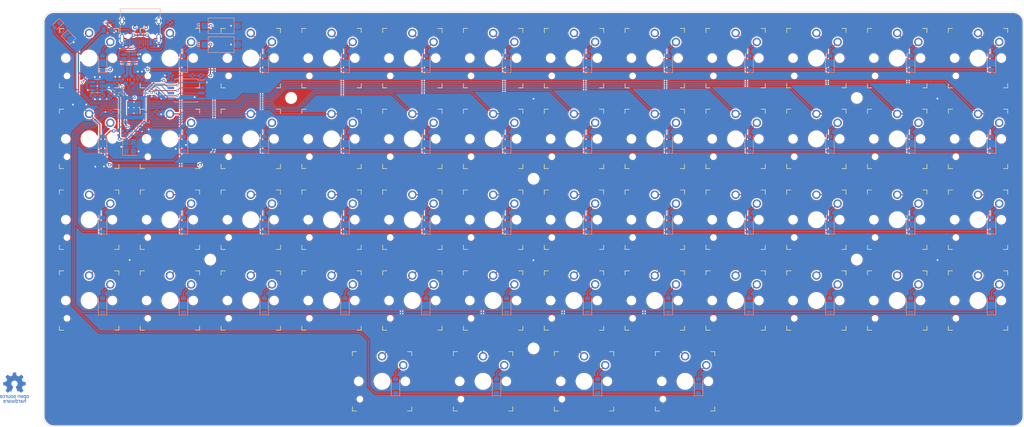
<source format=kicad_pcb>
(kicad_pcb (version 20211014) (generator pcbnew)
  (title_block (title "Fula52 Keyboard") (rev "1.0") (comment 1 "MIT License (Open source hardware)"))
  (layers (0 "F.Cu" signal) (31 "B.Cu" signal) (34 "B.Paste" user) (35 "F.Paste" user) (36 "B.SilkS" user "B.Silkscreen") (37 "F.SilkS" user "F.Silkscreen") (38 "B.Mask" user) (39 "F.Mask" user) (44 "Edge.Cuts" user))
  (net 0 "")
  (net 1 "+5V")
  (net 2 "GND")
  (net 3 "+3V3")
  (net 4 "Net-(C4-Pad2)")
  (net 5 "Net-(C5-Pad2)")
  (net 6 "+1V1")
  (net 7 "ROW_0")
  (net 8 "Net-(D1-Pad2)")
  (net 9 "Net-(D2-Pad2)")
  (net 10 "Net-(D3-Pad2)")
  (net 11 "Net-(D4-Pad2)")
  (net 12 "Net-(D5-Pad2)")
  (net 13 "Net-(D6-Pad2)")
  (net 14 "Net-(D7-Pad2)")
  (net 15 "Net-(D8-Pad2)")
  (net 16 "Net-(D9-Pad2)")
  (net 17 "Net-(D10-Pad2)")
  (net 18 "Net-(D11-Pad2)")
  (net 19 "Net-(D12-Pad2)")
  (net 20 "ROW_1")
  (net 21 "Net-(D13-Pad2)")
  (net 22 "Net-(D14-Pad2)")
  (net 23 "Net-(D15-Pad2)")
  (net 24 "Net-(D16-Pad2)")
  (net 25 "Net-(D17-Pad2)")
  (net 26 "Net-(D18-Pad2)")
  (net 27 "Net-(D19-Pad2)")
  (net 28 "Net-(D20-Pad2)")
  (net 29 "Net-(D21-Pad2)")
  (net 30 "Net-(D22-Pad2)")
  (net 31 "Net-(D23-Pad2)")
  (net 32 "Net-(D24-Pad2)")
  (net 33 "ROW_2")
  (net 34 "Net-(D25-Pad2)")
  (net 35 "Net-(D26-Pad2)")
  (net 36 "Net-(D27-Pad2)")
  (net 37 "Net-(D28-Pad2)")
  (net 38 "Net-(D29-Pad2)")
  (net 39 "Net-(D30-Pad2)")
  (net 40 "Net-(D31-Pad2)")
  (net 41 "Net-(D32-Pad2)")
  (net 42 "Net-(D33-Pad2)")
  (net 43 "Net-(D34-Pad2)")
  (net 44 "Net-(D35-Pad2)")
  (net 45 "Net-(D36-Pad2)")
  (net 46 "ROW_3")
  (net 47 "Net-(D37-Pad2)")
  (net 48 "Net-(D38-Pad2)")
  (net 49 "Net-(D39-Pad2)")
  (net 50 "Net-(D40-Pad2)")
  (net 51 "Net-(D41-Pad2)")
  (net 52 "Net-(D42-Pad2)")
  (net 53 "Net-(D43-Pad2)")
  (net 54 "Net-(D44-Pad2)")
  (net 55 "Net-(D45-Pad2)")
  (net 56 "Net-(D46-Pad2)")
  (net 57 "Net-(D47-Pad2)")
  (net 58 "Net-(D48-Pad2)")
  (net 59 "ROW_4")
  (net 60 "Net-(D49-Pad2)")
  (net 61 "Net-(D50-Pad2)")
  (net 62 "Net-(D51-Pad2)")
  (net 63 "Net-(D52-Pad2)")
  (net 64 "VBUS")
  (net 65 "Net-(J1-PadA5)")
  (net 66 "/USB_D+")
  (net 67 "/USB_D-")
  (net 69 "Net-(J1-PadB5)")
  (net 71 "COL_0")
  (net 72 "COL_1")
  (net 73 "COL_2")
  (net 74 "COL_3")
  (net 75 "COL_4")
  (net 76 "COL_5")
  (net 77 "COL_6")
  (net 78 "COL_7")
  (net 79 "COL_8")
  (net 80 "COL_9")
  (net 81 "COL_10")
  (net 82 "COL_11")
  (net 83 "Net-(R4-Pad2)")
  (net 84 "Net-(R5-Pad2)")
  (net 85 "/RP2040/BOOT")
  (net 86 "/RP2040/QSPI_SS")
  (net 87 "Net-(R8-Pad2)")
  (net 88 "/RP2040/~{RESET}")
  (net 92 "/RP2040/QSPI_D1")
  (net 93 "/RP2040/QSPI_D2")
  (net 94 "/RP2040/QSPI_D0")
  (net 95 "/RP2040/QSPI_SCLK")
  (net 96 "/RP2040/QSPI_D3")
  (net 104 "Net-(LD1-Pad1)")
  (net 105 "STATE_LED")
  (net 113 "Net-(R3-Pad2)")
  (footprint "key-switches:Kailh_Choc_PG1350_THT_A" (layer "F.Cu") (at 193.04 76.962)
    (fp_text reference "KEY21" hide)
    (fp_text value "SW_Push_45deg")
  )
  (footprint "key-switches:Kailh_Choc_PG1350_THT_A" (layer "F.Cu") (at 133.50875 134.112)
    (fp_text reference "KEY50" hide)
    (fp_text value "SW_Push_45deg")
  )
  (footprint "key-switches:Kailh_Choc_PG1350_THT_A" (layer "F.Cu") (at 231.14 57.912)
    (fp_text reference "KEY11" hide)
    (fp_text value "SW_Push_45deg")
  )
  (footprint "key-switches:Kailh_Choc_PG1350_THT_A" (layer "F.Cu") (at 173.99 96.012)
    (fp_text reference "KEY32" hide)
    (fp_text value "SW_Push_45deg")
  )
  (footprint "key-switches:Kailh_Choc_PG1350_THT_A" (layer "F.Cu") (at 212.09 76.962)
    (fp_text reference "KEY22" hide)
    (fp_text value "SW_Push_45deg")
  )
  (footprint "key-switches:Kailh_Choc_PG1350_THT_A" (layer "F.Cu") (at 40.64 115.062)
    (fp_text reference "KEY37" hide)
    (fp_text value "SW_Push_45deg")
  )
  (footprint "key-switches:Kailh_Choc_PG1350_THT_A" (layer "F.Cu") (at 97.79 115.062)
    (fp_text reference "KEY40" hide)
    (fp_text value "SW_Push_45deg")
  )
  (footprint "key-switches:Kailh_Choc_PG1350_THT_A" (layer "F.Cu") (at 250.19 115.062)
    (fp_text reference "KEY48" hide)
    (fp_text value "SW_Push_45deg")
  )
  (footprint "key-switches:Kailh_Choc_PG1350_THT_A" (layer "F.Cu") (at 157.32125 134.112)
    (fp_text reference "KEY51" hide)
    (fp_text value "SW_Push_45deg")
  )
  (footprint "key-switches:Kailh_Choc_PG1350_THT_A" (layer "F.Cu") (at 109.69625 134.112)
    (fp_text reference "KEY49" hide)
    (fp_text value "SW_Push_45deg")
  )
  (footprint "key-switches:Kailh_Choc_PG1350_THT_A" (layer "F.Cu") (at 173.99 115.062)
    (fp_text reference "KEY44" hide)
    (fp_text value "SW_Push_45deg")
  )
  (footprint "key-switches:Kailh_Choc_PG1350_THT_A" (layer "F.Cu") (at 40.64 57.912)
    (fp_text reference "KEY1" hide)
    (fp_text value "SW_Push_45deg")
  )
  (footprint "key-switches:Kailh_Choc_PG1350_THT_A" (layer "F.Cu") (at 212.09 96.012)
    (fp_text reference "KEY34" hide)
    (fp_text value "SW_Push_45deg")
  )
  (footprint "key-switches:Kailh_Choc_PG1350_THT_A" (layer "F.Cu") (at 78.74 76.962)
    (fp_text reference "KEY15" hide)
    (fp_text value "SW_Push_45deg")
  )
  (footprint "key-switches:Kailh_Choc_PG1350_THT_A" (layer "F.Cu") (at 59.69 115.062)
    (fp_text reference "KEY38" hide)
    (fp_text value "SW_Push_45deg")
  )
  (footprint "key-switches:Kailh_Choc_PG1350_THT_A" (layer "F.Cu") (at 40.64 76.962)
    (fp_text reference "KEY13" hide)
    (fp_text value "SW_Push_45deg")
  )
  (footprint "key-switches:Kailh_Choc_PG1350_THT_A" (layer "F.Cu") (at 97.79 96.012)
    (fp_text reference "KEY28" hide)
    (fp_text value "SW_Push_45deg")
  )
  (footprint "key-switches:Kailh_Choc_PG1350_THT_A" (layer "F.Cu") (at 231.14 96.012)
    (fp_text reference "KEY35" hide)
    (fp_text value "SW_Push_45deg")
  )
  (footprint "MountingHole:MountingHole_2.2mm_M2" (layer "F.Cu") (at 145.415 126.365)
    (fp_text reference "H6" hide)
    (fp_text value "MountingHole" hide)
  )
  (footprint "key-switches:Kailh_Choc_PG1350_THT_A" (layer "F.Cu") (at 154.94 57.912)
    (fp_text reference "KEY7" hide)
    (fp_text value "SW_Push_45deg")
  )
  (footprint "key-switches:Kailh_Choc_PG1350_THT_A" (layer "F.Cu") (at 173.99 76.962)
    (fp_text reference "KEY20" hide)
    (fp_text value "SW_Push_45deg")
  )
  (footprint "key-switches:Kailh_Choc_PG1350_THT_A" (layer "F.Cu") (at 116.84 57.912)
    (fp_text reference "KEY5" hide)
    (fp_text value "SW_Push_45deg")
  )
  (footprint "key-switches:Kailh_Choc_PG1350_THT_A" (layer "F.Cu") (at 181.13375 134.112)
    (fp_text reference "KEY52" hide)
    (fp_text value "SW_Push_45deg")
  )
  (footprint "key-switches:Kailh_Choc_PG1350_THT_A" (layer "F.Cu") (at 59.69 76.962)
    (fp_text reference "KEY14" hide)
    (fp_text value "SW_Push_45deg")
  )
  (footprint "key-switches:Kailh_Choc_PG1350_THT_A" (layer "F.Cu") (at 250.19 96.012)
    (fp_text reference "KEY36" hide)
    (fp_text value "SW_Push_45deg")
  )
  (footprint "key-switches:Kailh_Choc_PG1350_THT_A" (layer "F.Cu") (at 193.04 96.012)
    (fp_text reference "KEY33" hide)
    (fp_text value "SW_Push_45deg")
  )
  (footprint "key-switches:Kailh_Choc_PG1350_THT_A" (layer "F.Cu") (at 78.74 115.062)
    (fp_text reference "KEY39" hide)
    (fp_text value "SW_Push_45deg")
  )
  (footprint "key-switches:Kailh_Choc_PG1350_THT_A" (layer "F.Cu") (at 212.09 57.912)
    (fp_text reference "KEY10" hide)
    (fp_text value "SW_Push_45deg")
  )
  (footprint "key-switches:Kailh_Choc_PG1350_THT_A" (layer "F.Cu") (at 116.84 96.012)
    (fp_text reference "KEY29" hide)
    (fp_text value "SW_Push_45deg")
  )
  (footprint "key-switches:Kailh_Choc_PG1350_THT_A" (layer "F.Cu") (at 78.74 57.912)
    (fp_text reference "KEY3" hide)
    (fp_text value "SW_Push_45deg")
  )
  (footprint "key-switches:Kailh_Choc_PG1350_THT_A" (layer "F.Cu") (at 135.89 115.062)
    (fp_text reference "KEY42" hide)
    (fp_text value "SW_Push_45deg")
  )
  (footprint "TestPoint:TestPoint_Pad_1.5x1.5mm" (layer "F.Cu") (at 54.09 49.53)
    (fp_text reference "TP3" hide)
    (fp_text value "TestPoint")
  )
  (footprint "key-switches:Kailh_Choc_PG1350_THT_A" (layer "F.Cu") (at 97.79 76.962)
    (fp_text reference "KEY16" hide)
    (fp_text value "SW_Push_45deg")
  )
  (footprint "key-switches:Kailh_Choc_PG1350_THT_A" (layer "F.Cu") (at 59.69 57.912)
    (fp_text reference "KEY2" hide)
    (fp_text value "SW_Push_45deg")
  )
  (footprint "key-switches:Kailh_Choc_PG1350_THT_A" (layer "F.Cu") (at 231.14 76.962)
    (fp_text reference "KEY23" hide)
    (fp_text value "SW_Push_45deg")
  )
  (footprint "MountingHole:MountingHole_2.2mm_M2" (layer "F.Cu") (at 221.615 105.41)
    (fp_text reference "H4" hide)
    (fp_text value "MountingHole" hide)
  )
  (footprint "MountingHole:MountingHole_2.2mm_M2" (layer "F.Cu") (at 88.265 67.31)
    (fp_text reference "H5" hide)
    (fp_text value "MountingHole" hide)
  )
  (footprint "key-switches:Kailh_Choc_PG1350_THT_A" (layer "F.Cu") (at 59.69 96.012)
    (fp_text reference "KEY26" hide)
    (fp_text value "SW_Push_45deg")
  )
  (footprint "TestPoint:TestPoint_Pad_1.5x1.5mm" (layer "F.Cu") (at 51.435 49.53)
    (fp_text reference "TP2" hide)
    (fp_text value "TestPoint")
  )
  (footprint "MountingHole:MountingHole_2.2mm_M2" (layer "F.Cu") (at 221.615 67.31)
    (fp_text reference "H2" hide)
    (fp_text value "MountingHole" hide)
  )
  (footprint "key-switches:Kailh_Choc_PG1350_THT_A" (layer "F.Cu") (at 135.89 96.012)
    (fp_text reference "KEY30" hide)
    (fp_text value "SW_Push_45deg")
  )
  (footprint "key-switches:Kailh_Choc_PG1350_THT_A" (layer "F.Cu") (at 250.19 57.912)
    (fp_text reference "KEY12" hide)
    (fp_text value "SW_Push_45deg")
  )
  (footprint "key-switches:Kailh_Choc_PG1350_THT_A" (layer "F.Cu") (at 154.94 115.062)
    (fp_text reference "KEY43" hide)
    (fp_text value "SW_Push_45deg")
  )
  (footprint "key-switches:Kailh_Choc_PG1350_THT_A" (layer "F.Cu") (at 40.64 96.012)
    (fp_text reference "KEY25" hide)
    (fp_text value "SW_Push_45deg")
  )
  (footprint "key-switches:Kailh_Choc_PG1350_THT_A" (layer "F.Cu") (at 97.79 57.912)
    (fp_text reference "KEY4" hide)
    (fp_text value "SW_Push_45deg")
  )
  (footprint "MountingHole:MountingHole_2.2mm_M2" (layer "F.Cu") (at 145.415 86.36)
    (fp_text reference "H1" hide)
    (fp_text value "MountingHole" hide)
  )
  (footprint "key-switches:Kailh_Choc_PG1350_THT_A" (layer "F.Cu") (at 78.74 96.012)
    (fp_text reference "KEY27" hide)
    (fp_text value "SW_Push_45deg")
  )
  (footprint "key-switches:Kailh_Choc_PG1350_THT_A" (layer "F.Cu") (at 116.84 76.962)
    (fp_text reference "KEY17" hide)
    (fp_text value "SW_Push_45deg")
  )
  (footprint "key-switches:Kailh_Choc_PG1350_THT_A" (layer "F.Cu") (at 193.04 115.062)
    (fp_text reference "KEY45" hide)
    (fp_text value "SW_Push_45deg")
  )
  (footprint "key-switches:Kailh_Choc_PG1350_THT_A" (layer "F.Cu") (at 135.89 57.912)
    (fp_text reference "KEY6" hide)
    (fp_text value "SW_Push_45deg")
  )
  (footprint "key-switches:Kailh_Choc_PG1350_THT_A" (layer "F.Cu") (at 250.19 76.962)
    (fp_text reference "KEY24" hide)
    (fp_text value "SW_Push_45deg")
  )
  (footprint "key-switches:Kailh_Choc_PG1350_THT_A" (layer "F.Cu") (at 154.94 76.962)
    (fp_text reference "KEY19" hide)
    (fp_text value "SW_Push_45deg")
  )
  (footprint "key-switches:Kailh_Choc_PG1350_THT_A" (layer "F.Cu") (at 135.89 76.962)
    (fp_text reference "KEY18" hide)
    (fp_text value "SW_Push_45deg")
  )
  (footprint "key-switches:Kailh_Choc_PG1350_THT_A" (layer "F.Cu") (at 193.04 57.912)
    (fp_text reference "KEY9" hide)
    (fp_text value "SW_Push_45deg")
  )
  (footprint "key-switches:Kailh_Choc_PG1350_THT_A" (layer "F.Cu") (at 154.94 96.012)
    (fp_text reference "KEY31" hide)
    (fp_text value "SW_Push_45deg")
  )
  (footprint "MountingHole:MountingHole_2.2mm_M2" (layer "F.Cu") (at 69.215 105.41)
    (fp_text reference "H3" hide)
    (fp_text value "MountingHole" hide)
  )
  (footprint "key-switches:Kailh_Choc_PG1350_THT_A" (layer "F.Cu") (at 212.09 115.062)
    (fp_text reference "KEY46" hide)
    (fp_text value "SW_Push_45deg")
  )
  (footprint "key-switches:Kailh_Choc_PG1350_THT_A" (layer "F.Cu") (at 231.14 115.062)
    (fp_text reference "KEY47" hide)
    (fp_text value "SW_Push_45deg")
  )
  (footprint "key-switches:Kailh_Choc_PG1350_THT_A" (layer "F.Cu") (at 173.99 57.912)
    (fp_text reference "KEY8" hide)
    (fp_text value "SW_Push_45deg")
  )
  (footprint "key-switches:Kailh_Choc_PG1350_THT_A" (layer "F.Cu") (at 116.84 115.062)
    (fp_text reference "KEY41" hide)
    (fp_text value "SW_Push_45deg")
  )
  (footprint "Capacitor_SMD:C_0402_1005Metric" (layer "B.Cu") (at 45.77 70.6 180)
    (fp_text reference "C12" hide)
    (fp_text value "100nF")
  )
  (footprint "Diode_SMD:D_SOD-123" (layer "B.Cu") (at 100.965 97.155 90)
    (fp_text reference "D28" hide)
    (fp_text value "1N4148")
  )
  (footprint "Diode_SMD:D_SOD-123" (layer "B.Cu") (at 177.165 78.105 90)
    (fp_text reference "D20" hide)
    (fp_text value "1N4148")
  )
  (footprint "Diode_SMD:D_SOD-123" (layer "B.Cu") (at 215.265 78.105 90)
    (fp_text reference "D22" hide)
    (fp_text value "1N4148")
  )
  (footprint "Resistor_SMD:R_0402_1005Metric" (layer "B.Cu") (at 47.6 75.6 90)
    (fp_text reference "R9" hide)
    (fp_text value "10k")
  )
  (footprint "Resistor_SMD:R_0603_1608Metric" (layer "B.Cu") (at 49.2 63 -90)
    (fp_text reference "R5" hide)
    (fp_text value "27")
  )
  (footprint "Package_TO_SOT_SMD:SOT-23-5" (layer "B.Cu") (at 42.6 64.5)
    (fp_text reference "U1" hide)
    (fp_text value "RT9013-33GB")
  )
  (footprint "Diode_SMD:D_SOD-123" (layer "B.Cu") (at 196.215 78.105 90)
    (fp_text reference "D21" hide)
    (fp_text value "1N4148")
  )
  (footprint "Package_SO:SOIC-8_5.23x5.23mm_P1.27mm" (layer "B.Cu") (at 63.5 65.55 180)
    (fp_text reference "U3" hide)
    (fp_text value "W25Q128JVS")
  )
  (footprint "Capacitor_SMD:C_0402_1005Metric" (layer "B.Cu") (at 45.8 65.8 180)
    (fp_text reference "C10" hide)
    (fp_text value "100nF")
  )
  (footprint "Resistor_SMD:R_0402_1005Metric" (layer "B.Cu") (at 34.29 51.435 -135)
    (fp_text reference "R3" hide)
    (fp_text value "1k")
  )
  (footprint "Capacitor_SMD:C_0402_1005Metric" (layer "B.Cu") (at 46.8 63.6 90)
    (fp_text reference "C16" hide)
    (fp_text value "1uF")
  )
  (footprint "Diode_SMD:D_SOD-123" (layer "B.Cu") (at 81.915 59.055 90)
    (fp_text reference "D3" hide)
    (fp_text value "1N4148")
  )
  (footprint "Capacitor_SMD:C_0402_1005Metric" (layer "B.Cu") (at 56.6 67)
    (fp_text reference "C13" hide)
    (fp_text value "100nF")
  )
  (footprint "Diode_SMD:D_SOD-123" (layer "B.Cu") (at 120.015 78.105 90)
    (fp_text reference "D17" hide)
    (fp_text value "1N4148")
  )
  (footprint "Diode_SMD:D_SOD-123" (layer "B.Cu") (at 139.065 59.055 90)
    (fp_text reference "D6" hide)
    (fp_text value "1N4148")
  )
  (footprint "Diode_SMD:D_SOD-123" (layer "B.Cu") (at 196.215 97.155 90)
    (fp_text reference "D33" hide)
    (fp_text value "1N4148")
  )
  (footprint "Diode_SMD:D_SOD-123" (layer "B.Cu") (at 234.315 59.055 90)
    (fp_text reference "D11" hide)
    (fp_text value "1N4148")
  )
  (footprint "LED_SMD:LED_0603_1608Metric" (layer "B.Cu") (at 33.02 50.165 -135)
    (fp_text reference "LD1" hide)
    (fp_text value "Red")
  )
  (footprint "Diode_SMD:D_SOD-123" (layer "B.Cu") (at 62.865 59.055 90)
    (fp_text reference "D2" hide)
    (fp_text value "1N4148")
  )
  (footprint "Diode_SMD:D_SOD-123" (layer "B.Cu") (at 253.365 59.055 90)
    (fp_text reference "D12" hide)
    (fp_text value "1N4148")
  )
  (footprint "Button_Switch_SMD:SW_SPST_CK_RS282G05A3" (layer "B.Cu") (at 71.755 50.3 180)
    (fp_text reference "SW2" hide)
    (fp_text value "RESET")
  )
  (footprint "Button_Switch_SMD:SW_SPST_CK_RS282G05A3" (layer "B.Cu") (at 71.755 54.745 180)
    (fp_text reference "SW1" hide)
    (fp_text value "BOOT")
  )
  (footprint "Diode_SMD:D_SOD-123" (layer "B.Cu") (at 43.815 116.205 90)
    (fp_text reference "D37" hide)
    (fp_text value "1N4148")
  )
  (footprint "Diode_SMD:D_SOD-123" (layer "B.Cu") (at 139.065 116.205 90)
    (fp_text reference "D42" hide)
    (fp_text value "1N4148")
  )
  (footprint "Diode_SMD:D_SOD-123" (layer "B.Cu") (at 139.065 78.105 90)
    (fp_text reference "D18" hide)
    (fp_text value "1N4148")
  )
  (footprint "Diode_SMD:D_SOD-123" (layer "B.Cu") (at 62.865 97.155 90)
    (fp_text reference "D26" hide)
    (fp_text value "1N4148")
  )
  (footprint "Connector_USB:USB_C_Receptacle_HRO_TYPE-C-31-M-12" (layer "B.Cu") (at 52.705 50.165)
    (fp_text reference "J1" hide)
    (fp_text value "USB_C_Receptacle_USB2.0")
  )
  (footprint "Diode_SMD:D_SOD-123" (layer "B.Cu") (at 184.30875 135.255 90)
    (fp_text reference "D52" hide)
    (fp_text value "1N4148")
  )
  (footprint "Diode_SMD:D_SOD-123" (layer "B.Cu") (at 43.815 97.155 90)
    (fp_text reference "D25" hide)
    (fp_text value "1N4148")
  )
  (footprint "Jumper:SolderJumper-2_P1.3mm_Open_TrianglePad1.0x1.5mm" (layer "B.Cu") (at 35.8 53 135)
    (fp_text reference "SB1" hide)
    (fp_text value "SolderJumper_2_Open")
  )
  (footprint "Resistor_SMD:R_0603_1608Metric" (layer "B.Cu") (at 50.8 63 -90)
    (fp_text reference "R4" hide)
    (fp_text value "27")
  )
  (footprint "Diode_SMD:D_SOD-123" (layer "B.Cu") (at 177.165 116.205 90)
    (fp_text reference "D44" hide)
    (fp_text value "1N4148")
  )
  (footprint "Diode_SMD:D_SOD-123" (layer "B.Cu") (at 234.315 78.105 90)
    (fp_text reference "D23" hide)
    (fp_text value "1N4148")
  )
  (footprint "Diode_SMD:D_SOD-123" (layer "B.Cu") (at 120.015 97.155 90)
    (fp_text reference "D29" hide)
    (fp_text value "1N4148")
  )
  (footprint "Diode_SMD:D_SOD-123" (layer "B.Cu") (at 196.215 59.055 90)
    (fp_text reference "D9" hide)
    (fp_text value "1N4148")
  )
  (footprint "Capacitor_SMD:C_0402_1005Metric" (layer "B.Cu") (at 52.6 75.6 -90)
    (fp_text reference "C4" hide)
    (fp_text value "20pF")
  )
  (footprint "Capacitor_SMD:C_0402_1005Metric" (layer "B.Cu") (at 45.8 66.8 180)
    (fp_text reference "C11" hide)
    (fp_text value "100nF")
  )
  (footprint "Diode_SMD:D_SOD-123" (layer "B.Cu") (at 253.365 116.205 90)
    (fp_text reference "D48" hide)
    (fp_text value "1N4148")
  )
  (footprint "Diode_SMD:D_SOD-123" (layer "B.Cu") (at 177.165 59.055 90)
    (fp_text reference "D8" hide)
    (fp_text value "1N4148")
  )
  (footprint "Diode_SMD:D_SOD-123" (layer "B.Cu") (at 215.265 97.155 90)
    (fp_text reference "D34" hide)
    (fp_text value "1N4148")
  )
  (footprint "Resistor_SMD:R_0402_1005Metric" (layer "B.Cu") (at 59.69 49.53 180)
    (fp_text reference "R2" hide)
    (fp_text value "5.1k")
  )
  (footprint "Crystal:Crystal_SMD_3225-4Pin_3.2x2.5mm" (layer "B.Cu") (at 50.2 78.8 90)
    (fp_text reference "Y1" hide)
    (fp_text value "12MHz")
  )
  (footprint "Resistor_SMD:R_0402_1005Metric" (layer "B.Cu") (at 51.6 75.6 90)
    (fp_text reference "R8" hide)
    (fp_text value "1k")
  )
  (footprint "Diode_SMD:D_SOD-123" (layer "B.Cu") (at 100.965 78.105 90)
    (fp_text reference "D16" hide)
    (fp_text value "1N4148")
  )
  (footprint "Diode_SMD:D_SOD-123" (layer "B.Cu") (at 100.965 116.205 90)
    (fp_text reference "D40" hide)
    (fp_text value "1N4148")
  )
  (footprint "Package_TO_SOT_SMD:SOT-23-6" (layer "B.Cu") (at 50 58 180)
    (fp_text reference "U2" hide)
    (fp_text value "SRV05-4")
  )
  (footprint "Diode_SMD:D_SOD-123" (layer "B.Cu") (at 158.115 59.055 90)
    (fp_text reference "D7" hide)
    (fp_text value "1N4148")
  )
  (footprint "Capacitor_SMD:C_0402_1005Metric" (layer "B.Cu") (at 41.5 66.8)
    (fp_text reference "C1" hide)
    (fp_text value "1uF")
  )
  (footprint "Diode_SMD:D_SOD-123" (layer "B.Cu") (at 62.865 78.105 90)
    (fp_text reference "D14" hide)
    (fp_text value "1N4148")
  )
  (footprint "Diode_SMD:D_SOD-123" (layer "B.Cu") (at 81.915 97.155 90)
    (fp_text reference "D27" hide)
    (fp_text value "1N4148")
  )
  (footprint "Diode_SMD:D_SOD-123" (layer "B.Cu") (at 253.365 78.105 90)
    (fp_text reference "D24" hide)
    (fp_text value "1N4148")
  )
  (footprint "Diode_SMD:D_SOD-123" (layer "B.Cu") (at 100.965 59.055 90)
    (fp_text reference "D4" hide)
    (fp_text value "1N4148")
  )
  (footprint "Diode_SMD:D_SOD-123" (layer "B.Cu") (at 112.87125 135.255 90)
    (fp_text reference "D49" hide)
    (fp_text value "1N4148")
  )
  (footprint "Diode_SMD:D_SOD-123" (layer "B.Cu") (at 81.915 78.105 90)
    (fp_text reference "D15" hide)
    (fp_text value "1N4148")
  )
  (footprint "Capacitor_SMD:C_0402_1005Metric" (layer "B.Cu") (at 52.1 62.4 90)
    (fp_text reference "C9" hide)
    (fp_text value "100nF")
  )
  (footprint "Diode_SMD:D_SOD-123" (layer "B.Cu") (at 177.165 97.155 90)
    (fp_text reference "D32" hide)
    (fp_text value "1N4148")
  )
  (footprint "Resistor_SMD:R_0402_1005Metric" (layer "B.Cu") (at 45.72 49.53)
    (fp_text reference "R1" hide)
    (fp_text value "5.1k")
  )
  (footprint "Diode_SMD:D_SOD-123" (layer "B.Cu") (at 43.815 59.055 90)
    (fp_text reference "D1" hide)
    (fp_text value "1N4148")
  )
  (footprint "Diode_SMD:D_SOD-123" (layer "B.Cu") (at 234.315 116.205 90)
    (fp_text reference "D47" hide)
    (fp_text value "1N4148")
  )
  (footprint "Diode_SMD:D_SOD-123" (layer "B.Cu") (at 158.115 116.205 90)
    (fp_text reference "D43" hide)
    (fp_text value "1N4148")
  )
  (footprint "Capacitor_SMD:C_0402_1005Metric" (layer "B.Cu") (at 59.807144 62.0225 180)
    (fp_text reference "C3" hide)
    (fp_text value "100nF")
  )
  (footprint "Diode_SMD:D_SOD-123" (layer "B.Cu") (at 136.68375 135.255 90)
    (fp_text reference "D50" hide)
    (fp_text value "1N4148")
  )
  (footprint "Capacitor_SMD:C_0402_1005Metric" (layer "B.Cu") (at 47.8 63.6 90)
    (fp_text reference "C8" hide)
    (fp_text value "1uF")
  )
  (footprint "Diode_SMD:D_SOD-123" (layer "B.Cu") (at 253.365 97.155 90)
    (fp_text reference "D36" hide)
    (fp_text value "1N4148")
  )
  (footprint "Diode_SMD:D_SOD-123" (layer "B.Cu") (at 120.015 59.055 90)
    (fp_text reference "D5" hide)
    (fp_text value "1N4148")
  )
  (footprint "Diode_SMD:D_SOD-123" (layer "B.Cu") (at 215.265 116.205 90)
    (fp_text reference "D46" hide)
    (fp_text value "1N4148")
  )
  (footprint "Capacitor_SMD:C_0402_1005Metric" (layer "B.Cu") (at 53.1 62.4 90)
    (fp_text reference "C6" hide)
    (fp_text value "100nF")
  )
  (footprint "Diode_SMD:D_SOD-123" (layer "B.Cu") (at 62.865 116.205 90)
    (fp_text reference "D38" hide)
    (fp_text value "1N4148")
  )
  (footprint "Diode_SMD:D_SOD-123" (layer "B.Cu") (at 120.015 116.205 90)
    (fp_text reference "D41" hide)
    (fp_text value "1N4148")
  )
  (footprint "Diode_SMD:D_SOD-123" (layer "B.Cu") (at 81.915 116.205 90)
    (fp_text reference "D39" hide)
    (fp_text value "1N4148")
  )
  (footprint "Diode_SMD:D_SOD-123" (layer "B.Cu") (at 196.215 116.205 90)
    (fp_text reference "D45" hide)
    (fp_text value "1N4148")
  )
  (footprint "Resistor_SMD:R_0402_1005Metric" (layer "B.Cu") (at 67.007144 62.0225 180)
    (fp_text reference "R6" hide)
    (fp_text value "1k")
  )
  (footprint "Capacitor_SMD:C_0402_1005Metric" (layer "B.Cu") (at 48.6 75.6 -90)
    (fp_text reference "C7" hide)
    (fp_text value "100nF")
  )
  (footprint "Capacitor_SMD:C_0402_1005Metric" (layer "B.Cu") (at 50.6 75.6 -90)
    (fp_text reference "C5" hide)
    (fp_text value "20pF")
  )
  (footprint "Diode_SMD:D_SOD-123" (layer "B.Cu") (at 160.49625 135.255 90)
    (fp_text reference "D51" hide)
    (fp_text value "1N4148")
  )
  (footprint "Capacitor_SMD:C_0402_1005Metric" (layer "B.Cu") (at 43.7 66.8 180)
    (fp_text reference "C2" hide)
    (fp_text value "1uF")
  )
  (footprint "Diode_SMD:D_SOD-123" (layer "B.Cu") (at 139.065 97.155 90)
    (fp_text reference "D30" hide)
    (fp_text value "1N4148")
  )
  (footprint "Diode_SMD:D_SOD-123" (layer "B.Cu") (at 234.315 97.155 90)
    (fp_text reference "D35" hide)
    (fp_text value "1N4148")
  )
  (footprint "Diode_SMD:D_SOD-123" (layer "B.Cu") (at 43.815 78.105 90)
    (fp_text reference "D13" hide)
    (fp_text value "1N4148")
  )
  (footprint "Capacitor_SMD:C_0402_1005Metric" (layer "B.Cu") (at 49.6 75.6 -90)
    (fp_text reference "C15" hide)
    (fp_text value "100nF")
  )
  (footprint "Diode_SMD:D_SOD-123" (layer "B.Cu") (at 215.265 59.055 90)
    (fp_text reference "D10" hide)
    (fp_text value "1N4148")
  )
  (footprint "Capacitor_SMD:C_0402_1005Metric" (layer "B.Cu") (at 56.6 70.6)
    (fp_text reference "C14" hide)
    (fp_text value "100nF")
  )
  (footprint "Fuse:Fuse_0805_2012Metric" (layer "B.Cu") (at 45 51.25 180)
    (fp_text reference "F1" hide)
    (fp_text value "500mA, 6V")
  )
  (footprint "Resistor_SMD:R_0402_1005Metric" (layer "B.Cu") (at 65.007144 62.0225)
    (fp_text reference "R7" hide)
    (fp_text value "10k")
  )
  (footprint "Diode_SMD:D_SOD-123" (layer "B.Cu") (at 158.115 97.155 90)
    (fp_text reference "D31" hide)
    (fp_text value "1N4148")
  )
  (footprint "Diode_SMD:D_SOD-123" (layer "B.Cu") (at 158.115 78.105 90)
    (fp_text reference "D19" hide)
    (fp_text value "1N4148")
  )
  (footprint "Package_DFN_QFN:QFN-56-1EP_7x7mm_P0.4mm_EP3.2x3.2mm" (layer "B.Cu") (at 51.2 69.6 180)
    (fp_text reference "U4" hide)
    (fp_text value "RP2040")
  )
  (gr_poly (pts (xy 21.89456 138.475202) (xy 21.863662 138.477377) (xy 21.83424 138.481104) (xy 21.820113 138.483576) (xy 21.806392 138.486468) (xy 21.793088 138.489791) (xy 21.780214 138.493554) (xy 21.767782 138.497768) (xy 21.755804 138.502445) (xy 21.744292 138.507594) (xy 21.733259 138.513226) (xy 21.722715 138.519352) (xy 21.712675 138.525981) (xy 21.703148 138.533125) (xy 21.694149 138.540795) (xy 21.685689 138.549) (xy 21.677779 138.557751) (xy 21.670433 138.567059) (xy 21.663661 138.576935) (xy 21.657478 138.587388) (xy 21.651893 138.598429) (xy 21.64692 138.61007) (xy 21.642571 138.62232) (xy 21.638858 138.63519) (xy 21.635793 138.64869) (xy 21.633388 138.662832) (xy 21.631655 138.677625) (xy 21.630606 138.69308) (xy 21.630254 138.709208) (xy 21.630254 139.195539) (xy 21.773684 139.195539) (xy 21.773684 139.132277) (xy 21.776462 139.132277) (xy 21.782237 139.141199) (xy 21.788514 139.1495) (xy 21.795336 139.157185) (xy 21.802743 139.164261) (xy 21.810777 139.170735) (xy 21.819478 139.176613) (xy 21.828886 139.1819) (xy 21.839045 139.186605) (xy 21.849993 139.190732) (xy 21.861772 139.194288) (xy 21.874424 139.19728) (xy 21.887988 139.199713) (xy 21.902507 139.201595) (xy 21.918021 139.202931) (xy 21.934571 139.203728) (xy 21.952199 139.203993) (xy 21.966894 139.203719) (xy 21.981199 139.202905) (xy 21.995106 139.201563) (xy 22.008612 139.199704) (xy 22.021711 139.197341) (xy 22.034399 139.194486) (xy 22.04667 139.19115) (xy 22.05852 139.187344) (xy 22.069944 139.183082) (xy 22.080937 139.178374) (xy 22.091494 139.173233) (xy 22.101611 139.16767) (xy 22.111281 139.161698) (xy 22.120501 139.155328) (xy 22.129265 139.148571) (xy 22.137569 139.14144) (xy 22.145408 139.133947) (xy 22.152776 139.126103) (xy 22.159669 139.117921) (xy 22.166083 139.109411) (xy 22.172011 139.100587) (xy 22.177449 139.091459) (xy 22.182393 139.08204) (xy 22.186837 139.072341) (xy 22.190777 139.062375) (xy 22.194207 139.052153) (xy 22.197123 139.041686) (xy 22.19952 139.030988) (xy 22.201393 139.020069) (xy 22.202737 139.008942) (xy 22.203546 138.997617) (xy 22.203817 138.986108) (xy 22.203665 138.979083) (xy 22.068801 138.979083) (xy 22.06835 138.987961) (xy 22.066979 138.996655) (xy 22.064656 139.005112) (xy 22.061351 139.013277) (xy 22.059321 139.017234) (xy 22.057033 139.021097) (xy 22.054484 139.024862) (xy 22.05167 139.028519) (xy 22.048588 139.032064) (xy 22.045233 139.035489) (xy 22.041602 139.038788) (xy 22.037691 139.041953) (xy 22.033495 139.044979) (xy 22.029012 139.047858) (xy 22.024237 139.050583) (xy 22.019166 139.053149) (xy 22.013796 139.055548) (xy 22.008123 139.057773) (xy 22.002142 139.059819) (xy 21.995851 139.061677) (xy 21.982319 139.064807) (xy 21.967498 139.067109) (xy 21.951356 139.06853) (xy 21.933863 139.069015) (xy 21.912377 139.068846) (xy 21.892681 139.068256) (xy 21.874717 139.067118) (xy 21.858432 139.065307) (xy 21.850901 139.06411) (xy 21.843769 139.062698) (xy 21.837028 139.061054) (xy 21.830672 139.059164) (xy 21.824694 139.057011) (xy 21.819086 139.054579) (xy 21.813843 139.051854) (xy 21.808956 139.048819) (xy 21.80442 139.045458) (xy 21.800226 139.041757) (xy 21.796369 139.037698) (xy 21.79284 139.033267) (xy 21.789634 139.028447) (xy 21.786743 139.023224) (xy 21.784161 139.017581) (xy 21.78188 139.011502) (xy 21.779893 139.004972) (xy 21.778193 138.997975) (xy 21.776774 138.990496) (xy 21.775629 138.982518) (xy 21.77475 138.974026) (xy 21.774131 138.965004) (xy 21.773765 138.955437) (xy 21.773644 138.945309) (xy 21.773645 138.945309) (xy 21.773645 138.893279) (xy 21.945095 138.893279) (xy 21.95287 138.893377) (xy 21.960382 138.893671) (xy 21.967633 138.894156) (xy 21.974624 138.894831) (xy 21.981355 138.895693) (xy 21.987828 138.896738) (xy 21.994044 138.897965) (xy 22.000003 138.899369) (xy 22.005707 138.900948) (xy 22.011157 138.9027) (xy 22.016353 138.904621) (xy 22.021298 138.906709) (xy 22.025991 138.90896) (xy 22.030434 138.911373) (xy 22.034628 138.913943) (xy 22.038574 138.916669) (xy 22.042272 138.919548) (xy 22.045725 138.922576) (xy 22.048933 138.92575) (xy 22.051896 138.929069) (xy 22.054617 138.932529) (xy 22.057096 138.936126) (xy 22.059333 138.93986) (xy 22.061331 138.943726) (xy 22.06309 138.947721) (xy 22.064611 138.951844) (xy 22.065896 138.95609) (xy 22.066944 138.960458) (xy 22.067758 138.964943) (xy 22.068338 138.969545) (xy 22.068685 138.974259) (xy 22.068801 138.979083) (xy 22.203665 138.979083) (xy 22.203587 138.975489) (xy 22.202895 138.964983) (xy 22.201744 138.954604) (xy 22.200133 138.944368) (xy 22.198064 138.934289) (xy 22.195538 138.924382) (xy 22.192554 138.914661) (xy 22.189115 138.905142) (xy 22.185221 138.895839) (xy 22.180872 138.886766) (xy 22.17607 138.877938) (xy 22.170815 138.869371) (xy 22.165108 138.861078) (xy 22.15895 138.853074) (xy 22.152341 138.845375) (xy 22.145283 138.837994) (xy 22.137777 138.830947) (xy 22.129822 138.824248) (xy 22.121421 138.817912) (xy 22.112573 138.811953) (xy 22.10328 138.806387) (xy 22.093542 138.801228) (xy 22.08336 138.79649) (xy 22.072735 138.792189) (xy 22.061668 138.788338) (xy 22.05016 138.784953) (xy 22.038211 138.782049) (xy 22.025822 138.77964) (xy 22.012994 138.777741) (xy 21.999727 138.776366) (xy 21.986024 138.77553) (xy 21.971884 138.775248) (xy 21.773684 138.775248) (xy 21.773684 138.700755) (xy 21.774199 138.688617) (xy 21.774846 138.682921) (xy 21.775757 138.677468) (xy 21.776935 138.672257) (xy 21.778382 138.667281) (xy 21.780102 138.66254) (xy 21.782097 138.658027) (xy 21.784369 138.653741) (xy 21.786923 138.649678) (xy 21.78976 138.645833) (xy 21.792884 138.642204) (xy 21.796298 138.638786) (xy 21.800003 138.635577) (xy 21.804003 138.632573) (xy 21.808301 138.629769) (xy 21.8129 138.627163) (xy 21.817803 138.624751) (xy 21.82853 138.620495) (xy 21.840504 138.616972) (xy 21.85375 138.614154) (xy 21.868289 138.612011) (xy 21.884144 138.610516) (xy 21.901338 138.60964) (xy 21.919893 138.609355) (xy 21.933406 138.609523) (xy 21.946038 138.610041) (xy 21.957834 138.610927) (xy 21.968836 138.612199) (xy 21.974053 138.612986) (xy 21.979088 138.613875) (xy 21.983946 138.614871) (xy 21.988633 138.615975) (xy 21.993154 138.617188) (xy 21.997515 138.618515) (xy 22.001721 138.619956) (xy 22.005777 138.621514) (xy 22.009688 138.623192) (xy 22.013462 138.624991) (xy 22.017101 138.626914) (xy 22.020613 138.628964) (xy 22.024002 138.631142) (xy 22.027275 138.633451) (xy 22.030435 138.635894) (xy 22.03349 138.638471) (xy 22.036443 138.641187) (xy 22.039301 138.644042) (xy 22.04207 138.64704) (xy 22.044753 138.650182) (xy 22.047358 138.653471) (xy 22.049889 138.656909) (xy 22.052351 138.660499) (xy 22.054751 138.664243) (xy 22.167225 138.578517) (xy 22.156667 138.564831) (xy 22.145541 138.552238) (xy 22.133841 138.54071) (xy 22.121561 138.530218) (xy 22.108696 138.520732) (xy 22.09524 138.512223) (xy 22.081186 138.504662) (xy 22.066528 138.498021) (xy 22.051262 138.49227) (xy 22.03538 138.48738) (xy 22.018877 138.483322) (xy 22.001747 138.480067) (xy 21.983984 138.477586) (xy 21.965583 138.47585) (xy 21.946536 138.47483) (xy 21.926838 138.474496)) (layer "B.Cu") (width 0) (fill solid))
  (gr_poly (pts (xy 23.086647 137.3494) (xy 23.064568 137.350706) (xy 23.043368 137.352853) (xy 23.023008 137.355816) (xy 23.003449 137.35957) (xy 22.984652 137.364091) (xy 22.966576 137.369353) (xy 22.949183 137.375331) (xy 22.932433 137.382002) (xy 22.916287 137.38934) (xy 22.900705 137.397321) (xy 22.885649 137.405919) (xy 22.871078 137.415111) (xy 22.856954 137.42487) (xy 22.843237 137.435173) (xy 22.829887 137.445995) (xy 22.918391 137.549937) (xy 22.928949 137.54272) (xy 22.939569 137.535818) (xy 22.950277 137.529252) (xy 22.961099 137.523042) (xy 22.972062 137.517209) (xy 22.983193 137.511775) (xy 22.994518 137.506759) (xy 23.006065 137.502183) (xy 23.01786 137.498067) (xy 23.029929 137.494432) (xy 23.0423 137.4913) (xy 23.054998 137.48869) (xy 23.068051 137.486624) (xy 23.081485 137.485123) (xy 23.095328 137.484207) (xy 23.109605 137.483897) (xy 23.11799 137.484003) (xy 23.126027 137.48432) (xy 23.13372 137.484842) (xy 23.141076 137.485565) (xy 23.1481 137.486485) (xy 23.154797 137.487598) (xy 23.161172 137.488898) (xy 23.167231 137.490382) (xy 23.172979 137.492045) (xy 23.178422 137.493883) (xy 23.183565 137.495891) (xy 23.188413 137.498066) (xy 23.192972 137.500402) (xy 23.197248 137.502895) (xy 23.201245 137.50554) (xy 23.204969 137.508334) (xy 23.208426 137.511272) (xy 23.21162 137.51435) (xy 23.214558 137.517563) (xy 23.217245 137.520906) (xy 23.219685 137.524376) (xy 23.221885 137.527968) (xy 23.22385 137.531677) (xy 23.225585 137.535499) (xy 23.227096 137.53943) (xy 23.228387 137.543466) (xy 23.229466 137.547601) (xy 23.230336 137.551832) (xy 23.231003 137.556154) (xy 23.231473 137.560562) (xy 23.231751 137.565053) (xy 23.231843 137.569622) (xy 23.231573 137.575412) (xy 23.230737 137.581166) (xy 23.229297 137.586846) (xy 23.227213 137.592415) (xy 23.224445 137.597836) (xy 23.220955 137.603072) (xy 23.216704 137.608086) (xy 23.21428 137.610498) (xy 23.211651 137.612841) (xy 23.208813 137.615111) (xy 23.205759 137.617301) (xy 23.202486 137.619408) (xy 23.198988 137.621428) (xy 23.19526 137.623355) (xy 23.191298 137.625185) (xy 23.182651 137.628535) (xy 23.173007 137.631442) (xy 23.162327 137.633868) (xy 23.150573 137.635777) (xy 23.137704 137.63713) (xy 23.019633 137.645505) (xy 23.006051 137.64666) (xy 22.992983 137.648276) (xy 22.980424 137.65034) (xy 22.968367 137.652843) (xy 22.956809 137.655775) (xy 22.945743 137.659125) (xy 22.935163 137.662882) (xy 22.925065 137.667037) (xy 22.915444 137.671579) (xy 22.906292 137.676498) (xy 22.897606 137.681783) (xy 22.88938 137.687424) (xy 22.881608 137.693412) (xy 22.874285 137.699734) (xy 22.867405 137.706382) (xy 22.860963 137.713345) (xy 22.854953 137.720612) (xy 22.849371 137.728174) (xy 22.84421 137.736019) (xy 22.839466 137.744138) (xy 22.835132 137.75252) (xy 22.831204 137.761155) (xy 22.827676 137.770033) (xy 22.824542 137.779143) (xy 22.821797 137.788474) (xy 22.819436 137.798018) (xy 22.815843 137.817698) (xy 22.813719 137.8381) (xy 22.81302 137.859142) (xy 22.813396 137.872017) (xy 22.814513 137.884542) (xy 22.816353 137.896712) (xy 22.8189 137.908525) (xy 22.822137 137.919976) (xy 22.826046 137.931062) (xy 22.830611 137.941779) (xy 22.835815 137.952122) (xy 22.841641 137.962088) (xy 22.848071 137.971673) (xy 22.855089 137.980874) (xy 22.862678 137.989686) (xy 22.870821 137.998106) (xy 22.879501 138.00613) (xy 22.8887 138.013753) (xy 22.898403 138.020973) (xy 22.908591 138.027784) (xy 22.919248 138.034185) (xy 22.941902 138.045735) (xy 22.966227 138.055592) (xy 22.992088 138.063726) (xy 23.01935 138.070107) (xy 23.047875 138.074702) (xy 23.077529 138.077482) (xy 23.108176 138.078415) (xy 23.129685 138.07792) (xy 23.150987 138.076435) (xy 23.172072 138.073957) (xy 23.192927 138.070484) (xy 23.213545 138.066014) (xy 23.233913 138.060546) (xy 23.254022 138.054077) (xy 23.273861 138.046606) (xy 23.293421 138.038129) (xy 23.31269 138.028647) (xy 23.331658 138.018156) (xy 23.350316 138.006654) (xy 23.368652 137.99414) (xy 23.386656 137.980611) (xy 23.404318 137.966066) (xy 23.421628 137.950502) (xy 23.321853 137.852157) (xy 23.310188 137.86315) (xy 23.298358 137.873446) (xy 23.28633 137.883044) (xy 23.274071 137.891942) (xy 23.261548 137.900138) (xy 23.248729 137.907631) (xy 23.23558 137.914418) (xy 23.222069 137.920498) (xy 23.208162 137.92587) (xy 23.193828 137.930531) (xy 23.179032 137.934479) (xy 23.163742 137.937714) (xy 23.147925 137.940233) (xy 23.131548 137.942034) (xy 23.114579 137.943116) (xy 23.096984 137.943477) (xy 23.089412 137.943387) (xy 23.081978 137.943116) (xy 23.074689 137.942664) (xy 23.06755 137.942032) (xy 23.06057 137.941221) (xy 23.053755 137.940229) (xy 23.047111 137.939059) (xy 23.040646 137.937708) (xy 23.034365 137.936179) (xy 23.028276 137.934471) (xy 23.022385 137.932585) (xy 23.0167 137.93052) (xy 23.011226 137.928278) (xy 23.005971 137.925857) (xy 23.000941 137.923259) (xy 22.996143 137.920483) (xy 22.991584 137.917531) (xy 22.98727 137.914402) (xy 22.983208 137.911096) (xy 22.979405 137.907613) (xy 22.975868 137.903955) (xy 22.972603 137.900121) (xy 22.969617 137.896111) (xy 22.966917 137.891925) (xy 22.96451 137.887565) (xy 22.962401 137.883029) (xy 22.960599 137.878319) (xy 22.959109 137.873435) (xy 22.957939 137.868376) (xy 22.957094 137.863143) (xy 22.956583 137.857737) (xy 22.956411 137.852157) (xy 22.956521 137.847515) (xy 22.956848 137.843074) (xy 22.957388 137.838831) (xy 22.958135 137.83478) (xy 22.959085 137.830917) (xy 22.960233 137.827237) (xy 22.961574 137.823738) (xy 22.963102 137.820413) (xy 22.964814 137.817259) (xy 22.966704 137.814272) (xy 22.968768 137.811447) (xy 22.971 137.80878) (xy 22.973396 137.806266) (xy 22.975951 137.803901) (xy 22.97866 137.801681) (xy 22.981518 137.799601) (xy 22.98452 137.797657) (xy 22.987662 137.795845) (xy 22.994345 137.792599) (xy 23.001526 137.789827) (xy 23.009169 137.787495) (xy 23.017232 137.785568) (xy 23.025679 137.784011) (xy 23.034469 137.78279) (xy 23.043565 137.78187) (xy 23.170088 137.770638) (xy 23.191844 137.768086) (xy 23.212793 137.764129) (xy 23.222939 137.761627) (xy 23.232853 137.758779) (xy 23.242524 137.755586) (xy 23.251943 137.75205) (xy 23.261097 137.748171) (xy 23.269979 137.743953) (xy 23.278576 137.739395) (xy 23.286879 137.734501) (xy 23.294877 137.729271) (xy 23.302561 137.723707) (xy 23.309919 137.717811) (xy 23.316942 137.711583) (xy 23.323619 137.705027) (xy 23.32994 137.698142) (xy 23.335895 137.690932) (xy 23.341472 137.683397) (xy 23.346663 137.675539) (xy 23.351457 137.66736) (xy 23.355843 137.65886) (xy 23.359811 137.650043) (xy 23.36335 137.640908) (xy 23.366452 137.631459) (xy 23.369104 137.621696) (xy 23.371297 137.611621) (xy 23.373021 137.601235) (xy 23.374265 137.590541) (xy 23.375019 137.579539) (xy 23.375273 137.568232) (xy 23.374938 137.554865) (xy 23.373942 137.54191) (xy 23.3723 137.529369) (xy 23.370027 137.517242) (xy 23.367137 137.50553) (xy 23.363645 137.494234) (xy 23.359566 137.483354) (xy 23.354915 137.472891) (xy 23.349705 137.462847) (xy 23.343953 137.453221) (xy 23.337671 137.444015) (xy 23.330876 137.435229) (xy 23.323582 137.426864) (xy 23.315803 137.418921) (xy 23.307554 137.4114) (xy 23.298849 137.404303) (xy 23.289705 137.39763) (xy 23.280134 137.391382) (xy 23.270152 137.38556) (xy 23.259774 137.380164) (xy 23.249014 137.375195) (xy 23.237886 137.370655) (xy 23.214589 137.362861) (xy 23.189998 137.356788) (xy 23.164232 137.352443) (xy 23.137409 137.349831) (xy 23.109644 137.348959)) (layer "B.Cu") (width 0) (fill solid))
  (gr_poly (pts (xy 26.160108 137.349018) (xy 26.150093 137.349427) (xy 26.140333 137.350098) (xy 26.130827 137.351019) (xy 26.121571 137.352184) (xy 26.112562 137.35358) (xy 26.103795 137.3552) (xy 26.095269 137.357033) (xy 26.086979 137.35907) (xy 26.078922 137.361301) (xy 26.071095 137.363717) (xy 26.063495 137.366309) (xy 26.056118 137.369066) (xy 26.048961 137.37198) (xy 26.04202 137.375041) (xy 26.035293 137.378238) (xy 26.022464 137.385007) (xy 26.010449 137.39221) (xy 25.999219 137.399771) (xy 25.988749 137.407614) (xy 25.979011 137.415663) (xy 25.96998 137.423841) (xy 25.961628 137.432072) (xy 25.953929 137.440279) (xy 25.944028 137.451619) (xy 25.934871 137.463066) (xy 25.926441 137.474759) (xy 25.918726 137.486839) (xy 25.911711 137.499446) (xy 25.905381 137.51272) (xy 25.899722 137.526801) (xy 25.89472 137.54183) (xy 25.89036 137.557946) (xy 25.886628 137.575289) (xy 25.883509 137.594) (xy 25.88099 137.614219) (xy 25.879055 137.636085) (xy 25.877691 137.65974) (xy 25.876883 137.685322) (xy 25.876617 137.712973) (xy 25.876883 137.740855) (xy 25.877691 137.766641) (xy 25.879055 137.790475) (xy 25.88099 137.812496) (xy 25.883509 137.832848) (xy 25.886628 137.851671) (xy 25.89036 137.869108) (xy 25.89472 137.885301) (xy 25.899722 137.900391) (xy 25.905381 137.91452) (xy 25.911711 137.92783) (xy 25.918726 137.940462) (xy 25.926441 137.952559) (xy 25.934871 137.964262) (xy 25.944028 137.975714) (xy 25.953929 137.987055) (xy 25.961628 137.995261) (xy 25.96998 138.00349) (xy 25.979011 138.011664) (xy 25.988749 138.019707) (xy 25.999219 138.027544) (xy 26.010449 138.035099) (xy 26.022464 138.042295) (xy 26.035293 138.049056) (xy 26.048961 138.055307) (xy 26.063495 138.060971) (xy 26.078922 138.065972) (xy 26.095269 138.070234) (xy 26.112562 138.073682) (xy 26.130827 138.076238) (xy 26.150093 138.077828) (xy 26.170384 138.078375) (xy 26.180663 138.078237) (xy 26.190683 138.077828) (xy 26.200445 138.077159) (xy 26.209954 138.076238) (xy 26.219213 138.075076) (xy 26.228225 138.073682) (xy 26.236994 138.072065) (xy 26.245522 138.070234) (xy 26.253814 138.0682) (xy 26.261873 138.065972) (xy 26.269701 138.063559) (xy 26.277303 138.060971) (xy 26.284682 138.058217) (xy 26.29184 138.055307) (xy 26.298782 138.05225) (xy 26.30551 138.049056) (xy 26.31834 138.042295) (xy 26.330357 138.035099) (xy 26.341588 138.027544) (xy 26.352059 138.019707) (xy 26.361796 138.011664) (xy 26.370828 138.00349) (xy 26.37918 137.995261) (xy 26.386879 137.987055) (xy 26.396779 137.975714) (xy 26.405936 137.964264) (xy 26.414363 137.952562) (xy 26.422075 137.940468) (xy 26.429088 137.927838) (xy 26.435414 137.91453) (xy 26.44107 137.900403) (xy 26.446068 137.885316) (xy 26.450425 137.869125) (xy 26.454153 137.851688) (xy 26.457268 137.832865) (xy 26.459785 137.812513) (xy 26.461717 137.790489) (xy 26.463079 137.766653) (xy 26.463885 137.740861) (xy 26.464151 137.712973) (xy 26.3208 137.712973) (xy 26.320698 137.731607) (xy 26.320384 137.748588) (xy 26.319844 137.764039) (xy 26.319062 137.778087) (xy 26.318024 137.790859) (xy 26.316717 137.802479) (xy 26.315125 137.813073) (xy 26.313234 137.822768) (xy 26.311031 137.831689) (xy 26.3085 137.839962) (xy 26.305628 137.847712) (xy 26.302399 137.855066) (xy 26.2988 137.86215) (xy 26.294816 137.869088) (xy 26.290433 137.876007) (xy 26.285637 137.883034) (xy 26.28141 137.888491) (xy 26.276652 137.893758) (xy 26.271392 137.898815) (xy 26.265658 137.903637) (xy 26.25948 137.908203) (xy 26.252885 137.91249) (xy 26.245903 137.916475) (xy 26.238562 137.920137) (xy 26.230892 137.923452) (xy 26.222921 137.926397) (xy 26.214677 137.928952) (xy 26.20619 137.931092) (xy 26.197489 137.932796) (xy 26.188601 137.934041) (xy 26.179557 137.934805) (xy 26.170384 137.935064) (xy 26.161218 137.934804) (xy 26.15218 137.93404) (xy 26.143298 137.932793) (xy 26.1346 137.931087) (xy 26.126117 137.928944) (xy 26.117875 137.926387) (xy 26.109906 137.923439) (xy 26.102236 137.920122) (xy 26.094895 137.916459) (xy 26.087911 137.912472) (xy 26.081314 137.908185) (xy 26.075132 137.90362) (xy 26.069394 137.8988) (xy 26.064129 137.893747) (xy 26.059365 137.888484) (xy 26.05718 137.885781) (xy 26.055132 137.883034) (xy 26.050336 137.876008) (xy 26.045954 137.869091) (xy 26.041972 137.862159) (xy 26.038375 137.855088) (xy 26.03515 137.847755) (xy 26.032281 137.840035) (xy 26.029754 137.831805) (xy 26.027554 137.822942) (xy 26.025667 137.813321) (xy 26.024079 137.802818) (xy 26.022775 137.79131) (xy 26.02174 137.778674) (xy 26.020961 137.764784) (xy 26.020422 137.749518) (xy 26.020008 137.714362) (xy 26.020109 137.695726) (xy 26.020422 137.678744) (xy 26.020961 137.663289) (xy 26.02174 137.649236) (xy 26.022775 137.63646) (xy 26.024079 137.624835) (xy 26.025667 137.614235) (xy 26.027554 137.604536) (xy 26.029754 137.595612) (xy 26.032281 137.587338) (xy 26.03515 137.579587) (xy 26.038375 137.572234) (xy 26.041972 137.565155) (xy 26.045954 137.558223) (xy 26.050336 137.551314) (xy 26.055132 137.544301) (xy 26.059365 137.538844) (xy 26.064129 137.533576) (xy 26.069394 137.528519) (xy 26.075132 137.523697) (xy 26.081314 137.519131) (xy 26.087911 137.514844) (xy 26.094895 137.510859) (xy 26.102236 137.507197) (xy 26.109906 137.503883) (xy 26.117876 137.500937) (xy 26.126117 137.498382) (xy 26.1346 137.496242) (xy 26.143298 137.494538) (xy 26.15218 137.493293) (xy 26.161218 137.492529) (xy 26.170384 137.49227) (xy 26.179557 137.49253) (xy 26.188601 137.493295) (xy 26.197489 137.494541) (xy 26.20619 137.496247) (xy 26.214677 137.49839) (xy 26.222921 137.500947) (xy 26.230892 137.503895) (xy 26.238562 137.507212) (xy 26.245903 137.510875) (xy 26.252885 137.514862) (xy 26.25948 137.519149) (xy 26.265658 137.523714) (xy 26.271392 137.528534) (xy 26.276652 137.533587) (xy 26.28141 137.53885) (xy 26.283592 137.541553) (xy 26.285637 137.544301) (xy 26.290433 137.551313) (xy 26.294816 137.558221) (xy 26.2988 137.565146) (xy 26.302399 137.572213) (xy 26.305628 137.579544) (xy 26.3085 137.587264) (xy 26.311031 137.595496) (xy 26.313234 137.604363) (xy 26.315125 137.613988) (xy 26.316717 137.624496) (xy 26.318024 137.636008) (xy 26.319062 137.64865) (xy 26.319844 137.662544) (xy 26.320384 137.677813) (xy 26.3208 137.712973) (xy 26.464151 137.712973) (xy 26.463885 137.685323) (xy 26.463079 137.659741) (xy 26.461717 137.636089) (xy 26.459785 137.614224) (xy 26.457268 137.594008) (xy 26.454153 137.575299) (xy 26.450425 137.557958) (xy 26.446068 137.541845) (xy 26.44107 137.526818) (xy 26.435414 137.512738) (xy 26.429088 137.499464) (xy 26.422075 137.486856) (xy 26.414363 137.474774) (xy 26.405936 137.463077) (xy 26.396779 137.451626) (xy 26.386879 137.440279) (xy 26.37918 137.432072) (xy 26.370828 137.423841) (xy 26.361796 137.415663) (xy 26.352059 137.407614) (xy 26.341588 137.399771) (xy 26.330357 137.39221) (xy 26.31834 137.385007) (xy 26.30551 137.378238) (xy 26.29184 137.37198) (xy 26.277303 137.366309) (xy 26.261873 137.361301) (xy 26.245522 137.357033) (xy 26.228225 137.35358) (xy 26.209954 137.35102) (xy 26.190683 137.349427) (xy 26.170384 137.348879)) (layer "B.Cu") (width 0) (fill solid))
  (gr_poly (pts (xy 22.427452 137.349018) (xy 22.41743 137.349427) (xy 22.407665 137.350098) (xy 22.398154 137.351019) (xy 22.388893 137.352184) (xy 22.379879 137.35358) (xy 22.37111 137.3552) (xy 22.36258 137.357033) (xy 22.354288 137.35907) (xy 22.346229 137.361301) (xy 22.3384 137.363717) (xy 22.330799 137.366309) (xy 22.323421 137.369066) (xy 22.316263 137.37198) (xy 22.309322 137.375041) (xy 22.302594 137.378238) (xy 22.289766 137.385007) (xy 22.277751 137.39221) (xy 22.266523 137.399771) (xy 22.256055 137.407614) (xy 22.246319 137.415663) (xy 22.237289 137.423841) (xy 22.228939 137.432072) (xy 22.22124 137.440279) (xy 22.21134 137.451619) (xy 22.202184 137.463066) (xy 22.193756 137.474759) (xy 22.186044 137.486839) (xy 22.179032 137.499446) (xy 22.172705 137.51272) (xy 22.16705 137.526801) (xy 22.162051 137.54183) (xy 22.157695 137.557946) (xy 22.153966 137.575289) (xy 22.150851 137.594) (xy 22.148335 137.614219) (xy 22.146403 137.636085) (xy 22.145041 137.65974) (xy 22.144234 137.685322) (xy 22.143968 137.712973) (xy 22.144234 137.740855) (xy 22.145041 137.766641) (xy 22.146403 137.790475) (xy 22.148335 137.812496) (xy 22.150851 137.832848) (xy 22.153966 137.851671) (xy 22.157695 137.869108) (xy 22.162051 137.885301) (xy 22.16705 137.900391) (xy 22.172705 137.91452) (xy 22.179032 137.92783) (xy 22.186044 137.940462) (xy 22.193756 137.952559) (xy 22.202184 137.964262) (xy 22.21134 137.975714) (xy 22.22124 137.987055) (xy 22.228939 137.995261) (xy 22.23729 138.00349) (xy 22.246319 138.011664) (xy 22.256055 138.019707) (xy 22.266523 138.027544) (xy 22.277751 138.035099) (xy 22.289766 138.042295) (xy 22.302594 138.049056) (xy 22.316263 138.055307) (xy 22.330799 138.060971) (xy 22.346229 138.065972) (xy 22.36258 138.070234) (xy 22.379879 138.073682) (xy 22.398154 138.076238) (xy 22.41743 138.077828) (xy 22.437735 138.078375) (xy 22.448011 138.078237) (xy 22.458026 138.077828) (xy 22.467785 138.077159) (xy 22.47729 138.076238) (xy 22.486546 138.075076) (xy 22.495554 138.073682) (xy 22.504319 138.072065) (xy 22.512845 138.070234) (xy 22.521133 138.0682) (xy 22.529188 138.065972) (xy 22.537013 138.063559) (xy 22.544612 138.060971) (xy 22.551987 138.058217) (xy 22.559142 138.055307) (xy 22.566081 138.05225) (xy 22.572807 138.049056) (xy 22.585632 138.042295) (xy 22.597644 138.035099) (xy 22.60887 138.027544) (xy 22.619337 138.019707) (xy 22.629072 138.011664) (xy 22.638102 138.00349) (xy 22.646452 137.995261) (xy 22.654151 137.987055) (xy 22.664052 137.975714) (xy 22.673211 137.964264) (xy 22.681642 137.952562) (xy 22.68936 137.940468) (xy 22.696378 137.927838) (xy 22.702711 137.91453) (xy 22.708374 137.900403) (xy 22.71338 137.885316) (xy 22.717743 137.869125) (xy 22.721479 137.851688) (xy 22.724601 137.832865) (xy 22.727123 137.812513) (xy 22.72906 137.790489) (xy 22.730426 137.766653) (xy 22.731235 137.740861) (xy 22.731502 137.712973) (xy 22.588111 137.712973) (xy 22.58801 137.731607) (xy 22.587696 137.748588) (xy 22.587155 137.764039) (xy 22.586373 137.778087) (xy 22.585335 137.790859) (xy 22.584026 137.802479) (xy 22.582433 137.813073) (xy 22.580541 137.822768) (xy 22.578336 137.831689) (xy 22.575802 137.839962) (xy 22.572926 137.847712) (xy 22.569694 137.855066) (xy 22.56609 137.86215) (xy 22.562101 137.869088) (xy 22.557712 137.876007) (xy 22.552909 137.883034) (xy 22.548695 137.888491) (xy 22.543947 137.893758) (xy 22.538694 137.898815) (xy 22.532965 137.903637) (xy 22.526789 137.908203) (xy 22.520196 137.91249) (xy 22.513214 137.916475) (xy 22.505874 137.920137) (xy 22.498204 137.923452) (xy 22.490233 137.926397) (xy 22.481991 137.928952) (xy 22.473507 137.931092) (xy 22.46481 137.932796) (xy 22.45593 137.934041) (xy 22.446895 137.934805) (xy 22.437736 137.935064) (xy 22.428563 137.934804) (xy 22.419518 137.93404) (xy 22.410631 137.932793) (xy 22.401929 137.931087) (xy 22.393442 137.928944) (xy 22.385199 137.926387) (xy 22.377228 137.923439) (xy 22.369557 137.920122) (xy 22.362217 137.916459) (xy 22.355235 137.912472) (xy 22.34864 137.908185) (xy 22.342461 137.90362) (xy 22.336727 137.8988) (xy 22.331467 137.893747) (xy 22.32671 137.888484) (xy 22.324528 137.885781) (xy 22.322483 137.883034) (xy 22.31768 137.876008) (xy 22.313294 137.869091) (xy 22.309309 137.862159) (xy 22.30571 137.855088) (xy 22.302484 137.847755) (xy 22.299615 137.840035) (xy 22.297088 137.831805) (xy 22.29489 137.822942) (xy 22.293005 137.813321) (xy 22.29142 137.802818) (xy 22.290118 137.79131) (xy 22.289086 137.778674) (xy 22.288308 137.764784) (xy 22.287771 137.749518) (xy 22.287359 137.714362) (xy 22.28746 137.695726) (xy 22.287771 137.678744) (xy 22.288308 137.663289) (xy 22.289086 137.649236) (xy 22.290118 137.63646) (xy 22.29142 137.624835) (xy 22.293005 137.614235) (xy 22.29489 137.604536) (xy 22.297088 137.595612) (xy 22.299615 137.587338) (xy 22.302484 137.579587) (xy 22.30571 137.572234) (xy 22.309309 137.565155) (xy 22.313294 137.558223) (xy 22.31768 137.551314) (xy 22.322483 137.544301) (xy 22.32671 137.538844) (xy 22.331467 137.533576) (xy 22.336727 137.528519) (xy 22.342461 137.523697) (xy 22.34864 137.519131) (xy 22.355235 137.514844) (xy 22.362217 137.510859) (xy 22.369557 137.507197) (xy 22.377228 137.503883) (xy 22.385199 137.500937) (xy 22.393442 137.498382) (xy 22.401929 137.496242) (xy 22.410631 137.494538) (xy 22.419518 137.493293) (xy 22.428563 137.492529) (xy 22.437736 137.49227) (xy 22.446895 137.49253) (xy 22.45593 137.493295) (xy 22.46481 137.494541) (xy 22.473507 137.496247) (xy 22.481991 137.49839) (xy 22.490233 137.500947) (xy 22.498204 137.503895) (xy 22.505874 137.507212) (xy 22.513214 137.510875) (xy 22.520196 137.514862) (xy 22.526789 137.519149) (xy 22.532965 137.523714) (xy 22.538694 137.528534) (xy 22.543947 137.533587) (xy 22.548695 137.53885) (xy 22.550871 137.541553) (xy 22.552909 137.544301) (xy 22.557712 137.551313) (xy 22.562101 137.558221) (xy 22.56609 137.565146) (xy 22.569694 137.572213) (xy 22.572926 137.579544) (xy 22.575802 137.587264) (xy 22.578336 137.595496) (xy 22.580541 137.604363) (xy 22.582433 137.613988) (xy 22.584026 137.624496) (xy 22.585335 137.636008) (xy 22.586373 137.64865) (xy 22.587155 137.662544) (xy 22.587696 137.677813) (xy 22.588111 137.712973) (xy 22.731502 137.712973) (xy 22.731235 137.685323) (xy 22.730426 137.659741) (xy 22.72906 137.636089) (xy 22.727123 137.614224) (xy 22.724601 137.594008) (xy 22.721479 137.575299) (xy 22.717743 137.557958) (xy 22.71338 137.541845) (xy 22.708374 137.526818) (xy 22.702711 137.512738) (xy 22.696378 137.499464) (xy 22.68936 137.486856) (xy 22.681642 137.474774) (xy 22.673211 137.463077) (xy 22.664052 137.451626) (xy 22.654151 137.440279) (xy 22.646452 137.432072) (xy 22.638102 137.423841) (xy 22.629072 137.415663) (xy 22.619337 137.407614) (xy 22.60887 137.399771) (xy 22.597644 137.39221) (xy 22.585631 137.385007) (xy 22.572807 137.378238) (xy 22.559142 137.37198) (xy 22.544612 137.366309) (xy 22.529188 137.361301) (xy 22.512844 137.357033) (xy 22.495554 137.35358) (xy 22.47729 137.35102) (xy 22.458026 137.349427) (xy 22.437735 137.348879)) (layer "B.Cu") (width 0) (fill solid))
  (gr_poly (pts (xy 21.130381 138.474741) (xy 21.119917 138.475468) (xy 21.109666 138.476663) (xy 21.09962 138.478316) (xy 21.08977 138.480414) (xy 21.080108 138.482943) (xy 21.070627 138.485893) (xy 21.061318 138.48925) (xy 21.052174 138.493003) (xy 21.043185 138.497138) (xy 21.034344 138.501645) (xy 21.025644 138.506509) (xy 21.017075 138.51172) (xy 21.00863 138.517264) (xy 21.0003 138.52313) (xy 20.992078 138.529305) (xy 21.096099 138.653011) (xy 21.102314 138.648436) (xy 21.108331 138.644217) (xy 21.114182 138.640345) (xy 21.119901 138.636812) (xy 21.125521 138.633609) (xy 21.131075 138.630728) (xy 21.136596 138.628161) (xy 21.142117 138.6259) (xy 21.147672 138.623935) (xy 21.153294 138.62226) (xy 21.159015 138.620865) (xy 21.164869 138.619743) (xy 21.17089 138.618884) (xy 21.177109 138.618281) (xy 21.183561 138.617925) (xy 21.190278 138.617808) (xy 21.20343 138.61834) (xy 21.216448 138.619947) (xy 21.229234 138.622651) (xy 21.241688 138.626471) (xy 21.24776 138.628806) (xy 21.253713 138.631428) (xy 21.259533 138.634339) (xy 21.265209 138.637542) (xy 21.270728 138.64104) (xy 21.276079 138.644834) (xy 21.281247 138.648928) (xy 21.286222 138.653324) (xy 21.290991 138.658024) (xy 21.295542 138.663031) (xy 21.299862 138.668348) (xy 21.303939 138.673977) (xy 21.307761 138.679921) (xy 21.311315 138.686182) (xy 21.314589 138.692763) (xy 21.317571 138.699666) (xy 21.320248 138.706893) (xy 21.322608 138.714448) (xy 21.324639 138.722333) (xy 21.326328 138.730551) (xy 21.327663 138.739103) (xy 21.328632 138.747993) (xy 21.329223 138.757223) (xy 21.329422 138.766795) (xy 21.329422 139.195539) (xy 21.472734 139.195539) (xy 21.472734 138.482949) (xy 21.329422 138.482949) (xy 21.329422 138.558832) (xy 21.326565 138.558832) (xy 21.317905 138.548624) (xy 21.308796 138.539074) (xy 21.299251 138.530181) (xy 21.289281 138.521947) (xy 21.2789 138.51437) (xy 21.268119 138.507452) (xy 21.256951 138.501192) (xy 21.245409 138.49559) (xy 21.233504 138.490647) (xy 21.221249 138.486363) (xy 21.208657 138.482738) (xy 21.195739 138.479771) (xy 21.182509 138.477464) (xy 21.168978 138.475815) (xy 21.15516 138.474826) (xy 21.141066 138.474496)) (layer "B.Cu") (width 0) (fill solid))
  (gr_poly (pts (xy 20.952727 137.349124) (xy 20.942256 137.349851) (xy 20.932002 137.351047) (xy 20.921956 137.352699) (xy 20.912109 137.354797) (xy 20.902453 137.357326) (xy 20.892978 137.360276) (xy 20.883677 137.363633) (xy 20.874539 137.367386) (xy 20.865557 137.371521) (xy 20.856722 137.376028) (xy 20.848024 137.380892) (xy 20.839456 137.386103) (xy 20.831008 137.391647) (xy 20.822671 137.397513) (xy 20.814437 137.403688) (xy 20.918458 137.527394) (xy 20.924673 137.522834) (xy 20.930689 137.518627) (xy 20.93654 137.514765) (xy 20.942259 137.511241) (xy 20.947879 137.508046) (xy 20.953433 137.505171) (xy 20.958954 137.502609) (xy 20.964476 137.500352) (xy 20.970031 137.498391) (xy 20.975652 137.496718) (xy 20.981374 137.495325) (xy 20.987228 137.494203) (xy 20.993248 137.493346) (xy 20.999468 137.492743) (xy 21.005919 137.492387) (xy 21.012637 137.492271) (xy 21.025789 137.492801) (xy 21.038807 137.494406) (xy 21.051592 137.497106) (xy 21.064047 137.500922) (xy 21.070119 137.503255) (xy 21.076071 137.505874) (xy 21.081892 137.508783) (xy 21.087568 137.511984) (xy 21.093087 137.515479) (xy 21.098437 137.519271) (xy 21.103606 137.523362) (xy 21.108581 137.527756) (xy 21.11335 137.532455) (xy 21.117901 137.537461) (xy 21.122221 137.542777) (xy 21.126298 137.548405) (xy 21.130119 137.554348) (xy 21.133673 137.560609) (xy 21.136947 137.567191) (xy 21.139929 137.574095) (xy 21.142606 137.581324) (xy 21.144966 137.588881) (xy 21.146997 137.596769) (xy 21.148686 137.60499) (xy 21.150022 137.613547) (xy 21.150991 137.622442) (xy 21.151581 137.631678) (xy 21.151781 137.641258) (xy 21.151781 138.069922) (xy 21.295172 138.069922) (xy 21.295172 137.357333) (xy 21.151781 137.357333) (xy 21.151781 137.433216) (xy 21.149002 137.433216) (xy 21.140342 137.423007) (xy 21.13123 137.413457) (xy 21.121681 137.404564) (xy 21.111707 137.39633) (xy 21.101319 137.388753) (xy 21.090532 137.381835) (xy 21.079357 137.375575) (xy 21.067807 137.369974) (xy 21.055895 137.365031) (xy 21.043633 137.360746) (xy 21.031034 137.357121) (xy 21.01811 137.354154) (xy 21.004875 137.351847) (xy 20.99134 137.350198) (xy 20.977519 137.349209) (xy 20.963424 137.348879)) (layer "B.Cu") (width 0) (fill solid))
  (gr_poly (pts (xy 22.708991 132.020831) (xy 22.70748 132.020943) (xy 22.705977 132.021128) (xy 22.704483 132.021383) (xy 22.703002 132.021708) (xy 22.701534 132.022099) (xy 22.700083 132.022556) (xy 22.698651 132.023076) (xy 22.697239 132.023657) (xy 22.695851 132.024298) (xy 22.694488 132.024997) (xy 22.693153 132.025751) (xy 22.691848 132.02656) (xy 22.690575 132.02742) (xy 22.689336 132.028332) (xy 22.688134 132.029291) (xy 22.68697 132.030297) (xy 22.685848 132.031348) (xy 22.684769 132.032442) (xy 22.683735 132.033577) (xy 22.68275 132.034751) (xy 22.681814 132.035963) (xy 22.680931 132.03721) (xy 22.680102 132.038491) (xy 22.67933 132.039803) (xy 22.678616 132.041145) (xy 22.677965 132.042516) (xy 22.677376 132.043913) (xy 22.676853 132.045334) (xy 22.676398 132.046778) (xy 22.676014 132.048242) (xy 22.675701 132.049725) (xy 22.55009 132.724532) (xy 22.549773 132.726027) (xy 22.549388 132.727527) (xy 22.548422 132.730533) (xy 22.54721 132.73353) (xy 22.545769 132.736497) (xy 22.544115 132.739416) (xy 22.542266 132.742266) (xy 22.540239 132.745029) (xy 22.53805 132.747684) (xy 22.535717 132.750213) (xy 22.533255 132.752595) (xy 22.530683 132.75481) (xy 22.528017 132.75684) (xy 22.525274 132.758665) (xy 22.522471 132.760265) (xy 22.521052 132.760974) (xy 22.519625 132.76162) (xy 22.518191 132.7622) (xy 22.516753 132.762711) (xy 22.064474 132.947853) (xy 22.061664 132.94909) (xy 22.058684 132.950123) (xy 22.055561 132.950955) (xy 22.052319 132.951586) (xy 22.048987 132.952018) (xy 22.045589 132.952255) (xy 22.042152 132.952296) (xy 22.038702 132.952145) (xy 22.035266 132.951802) (xy 22.03187 132.95127) (xy 22.028539 132.95055) (xy 22.025301 132.949645) (xy 22.022181 132.948556) (xy 22.019206 132.947284) (xy 22.016401 132.945832) (xy 22.013793 132.944202) (xy 21.450033 132.557328) (xy 21.448763 132.556501) (xy 21.447455 132.555738) (xy 21.446113 132.55504) (xy 21.444739 132.554405) (xy 21.443336 132.553833) (xy 21.441907 132.553326) (xy 21.440454 132.552881) (xy 21.438981 132.552499) (xy 21.437491 132.552179) (xy 21.435986 132.551922) (xy 21.432944 132.551594) (xy 21.429878 132.551511) (xy 21.42681 132.551673) (xy 21.423765 132.552076) (xy 21.420764 132.552719) (xy 21.417831 132.5536) (xy 21.416397 132.554129) (xy 21.414989 132.554716) (xy 21.413609 132.555362) (xy 21.41226 132.556066) (xy 21.410946 132.556828) (xy 21.409669 132.557647) (xy 21.408431 132.558524) (xy 21.407237 132.559458) (xy 21.406087 132.560448) (xy 21.404987 132.561495) (xy 20.930205 133.036277) (xy 20.929158 133.037378) (xy 20.928169 133.038527) (xy 20.927236 133.039722) (xy 20.92636 133.04096) (xy 20.925543 133.042239) (xy 20.924783 133.043554) (xy 20.923437 133.046285) (xy 20.922326 133.04913) (xy 20.92145 133.052066) (xy 20.920812 133.055071) (xy 20.920412 133.05812) (xy 20.920254 133.061191) (xy 20.920339 133.064261) (xy 20.920667 133.067306) (xy 20.921242 133.070305) (xy 20.922065 133.073232) (xy 20.92257 133.074663) (xy 20.923138 133.076067) (xy 20.923768 133.077441) (xy 20.924462 133.078784) (xy 20.925218 133.080092) (xy 20.926039 133.081362) (xy 21.306166 133.635399) (xy 21.3078 133.638018) (xy 21.309251 133.640827) (xy 21.310517 133.643801) (xy 21.311595 133.646914) (xy 21.312485 133.650141) (xy 21.313184 133.653456) (xy 21.313691 133.656834) (xy 21.314004 133.660249) (xy 21.314122 133.663675) (xy 21.314043 133.667088) (xy 21.313765 133.670461) (xy 21.313287 133.673769) (xy 21.312607 133.676987) (xy 21.311724 133.680089) (xy 21.310636 133.683049) (xy 21.309341 133.685842) (xy 21.109355 134.152408) (xy 21.108213 134.155273) (xy 21.106809 134.158112) (xy 21.105162 134.160908) (xy 21.103293 134.163643) (xy 21.101222 134.166302) (xy 21.098968 134.168866) (xy 21.096551 134.17132) (xy 21.093991 134.173646) (xy 21.091307 134.175828) (xy 21.088521 134.177848) (xy 21.08565 134.179689) (xy 21.082716 134.181335) (xy 21.079738 134.182769) (xy 21.076736 134.183973) (xy 21.07373 134.184932) (xy 21.070739 134.185627) (xy 20.418316 134.306952) (xy 20.416837 134.307271) (xy 20.415376 134.307662) (xy 20.413935 134.308123) (xy 20.412517 134.308651) (xy 20.411123 134.309244) (xy 20.409755 134.3099) (xy 20.408415 134.310617) (xy 20.407105 134.311392) (xy 20.404582 134.31311) (xy 20.4022 134.315035) (xy 20.399975 134.31715) (xy 20.397922 134.319438) (xy 20.396055 134.321881) (xy 20.39439 134.324461) (xy 20.39294 134.327161) (xy 20.392302 134.32855) (xy 20.391723 134.329962) (xy 20.391205 134.331396) (xy 20.390751 134.332848) (xy 20.390362 134.334317) (xy 20.390041 134.335801) (xy 20.389788 134.337297) (xy 20.389607 134.338803) (xy 20.389498 134.340317) (xy 20.389463 134.341837) (xy 20.389543 135.013309) (xy 20.389581 135.014826) (xy 20.389693 135.016337) (xy 20.389879 135.017842) (xy 20.390135 135.019337) (xy 20.39046 135.02082) (xy 20.390853 135.02229) (xy 20.39131 135.023743) (xy 20.391831 135.025178) (xy 20.392414 135.026592) (xy 20.393056 135.027983) (xy 20.393756 135.029349) (xy 20.394511 135.030687) (xy 20.395321 135.031995) (xy 20.396183 135.033271) (xy 20.397095 135.034513) (xy 20.398056 135.035718) (xy 20.399063 135.036884) (xy 20.400115 135.038009) (xy 20.401209 135.03909) (xy 20.402344 135.040126) (xy 20.403519 135.041114) (xy 20.40473 135.042051) (xy 20.405977 135.042935) (xy 20.407257 135.043765) (xy 20.408569 135.044538) (xy 20.40991 135.045251) (xy 20.411279 135.045903) (xy 20.412674 135.04649) (xy 20.414093 135.047011) (xy 20.415534 135.047464) (xy 20.416995 135.047846) (xy 20.418475 135.048155) (xy 21.054864 135.166582) (xy 21.056362 135.16689) (xy 21.057864 135.167266) (xy 21.059366 135.16771) (xy 21.060866 135.168219) (xy 21.063854 135.169423) (xy 21.066806 135.170861) (xy 21.069705 135.172517) (xy 21.072531 135.174371) (xy 21.075265 135.176407) (xy 21.077888 135.178608) (xy 21.080382 135.180956) (xy 21.082727 135.183433) (xy 21.084904 135.186022) (xy 21.086894 135.188706) (xy 21.088679 135.191467) (xy 21.090238 135.194288) (xy 21.091554 135.197151) (xy 21.092115 135.198593) (xy 21.092607 135.200039) (xy 21.291282 135.696331) (xy 21.292512 135.699154) (xy 21.293536 135.702144) (xy 21.294359 135.705274) (xy 21.29498 135.70852) (xy 21.295404 135.711854) (xy 21.295631 135.715252) (xy 21.295664 135.718687) (xy 21.295504 135.722133) (xy 21.295155 135.725565) (xy 21.294617 135.728957) (xy 21.293893 135.732282) (xy 21.292985 135.735516) (xy 21.291895 135.738631) (xy 21.290625 135.741603) (xy 21.289176 135.744405) (xy 21.287552 135.747012) (xy 20.926039 136.273785) (xy 20.925212 136.275055) (xy 20.924449 136.276363) (xy 20.92375 136.277706) (xy 20.923116 136.279082) (xy 20.922544 136.280487) (xy 20.922036 136.281918) (xy 20.921592 136.283373) (xy 20.92121 136.284848) (xy 20.92089 136.286341) (xy 20.920633 136.287849) (xy 20.920305 136.290898) (xy 20.920222 136.293972) (xy 20.920384 136.297046) (xy 20.920787 136.300099) (xy 20.92143 136.303107) (xy 20.922311 136.306047) (xy 20.92284 136.307484) (xy 20.923427 136.308895) (xy 20.924073 136.310277) (xy 20.924777 136.311628) (xy 20.925539 136.312945) (xy 20.926358 136.314224) (xy 20.927235 136.315463) (xy 20.928168 136.316659) (xy 20.929159 136.317808) (xy 20.930206 136.318909) (xy 21.405067 136.793691) (xy 21.406161 136.79473) (xy 21.407304 136.795714) (xy 21.408493 136.796642) (xy 21.409726 136.797513) (xy 21.411 136.798327) (xy 21.412311 136.799084) (xy 21.415035 136.800425) (xy 21.417876 136.801535) (xy 21.420809 136.802411) (xy 21.423812 136.803051) (xy 21.42686 136.803454) (xy 21.429932 136.803616) (xy 21.433003 136.803537) (xy 21.43605 136.803213) (xy 21.43905 136.802643) (xy 21.44198 136.801824) (xy 21.443411 136.801321) (xy 21.444815 136.800755) (xy 21.446191 136.800126) (xy 21.447534 136.799434) (xy 21.448842 136.798678) (xy 21.450112 136.797858) (xy 21.967598 136.442695) (xy 21.970199 136.441075) (xy 21.972985 136.439655) (xy 21.975931 136.438435) (xy 21.97901 136.437416) (xy 21.982199 136.436598) (xy 21.985471 136.43598) (xy 21.988801 136.435565) (xy 21.992164 136.435352) (xy 21.995535 136.435342) (xy 21.998887 136.435535) (xy 22.002197 136.435932) (xy 22.005437 136.436533) (xy 22.008584 136.437339) (xy 22.011611 136.43835) (xy 22.014494 136.439566) (xy 22.017207 136.440988) (xy 22.24541 136.562829) (xy 22.246775 136.563477) (xy 22.248151 136.564048) (xy 22.249535 136.564541) (xy 22.250927 136.564957) (xy 22.252322 136.565297) (xy 22.25372 136.565563) (xy 22.255117 136.565754) (xy 22.256511 136.565872) (xy 22.2579 136.565918) (xy 22.259281 136.565892) (xy 22.260652 136.565796) (xy 22.26201 136.56563) (xy 22.263354 136.565396) (xy 22.264681 136.565093) (xy 22.265988 136.564723) (xy 22.267273 136.564287) (xy 22.268534 136.563786) (xy 22.269768 136.56322) (xy 22.270973 136.562591) (xy 22.272147 136.561898) (xy 22.273287 136.561145) (xy 22.27439 136.56033) (xy 22.275456 136.559454) (xy 22.27648 136.55852) (xy 22.277461 136.557527) (xy 22.278396 136.556477) (xy 22.279283 136.55537) (xy 22.28012 136.554208) (xy 22.280904 136.55299) (xy 22.281632 136.551719) (xy 22.282304 136.550394) (xy 22.282915 136.549018) (xy 22.75341 135.41205) (xy 22.753954 135.410636) (xy 22.754426 135.4092) (xy 22.754827 135.407745) (xy 22.755158 135.406274) (xy 22.755419 135.40479) (xy 22.755611 135.403296) (xy 22.755737 135.401793) (xy 22.755795 135.400285) (xy 22.755788 135.398775) (xy 22.755716 135.397264) (xy 22.75558 135.395757) (xy 22.755382 135.394255) (xy 22.755121 135.392761) (xy 22.754799 135.391278) (xy 22.754417 135.389809) (xy 22.753976 135.388357) (xy 22.753476 135.386923) (xy 22.752919 135.385511) (xy 22.752305 135.384124) (xy 22.751636 135.382763) (xy 22.750912 135.381433) (xy 22.750134 135.380135) (xy 22.749303 135.378873) (xy 22.748421 135.377648) (xy 22.747487 135.376464) (xy 22.746503 135.375324) (xy 22.74547 135.37423) (xy 22.744389 135.373184) (xy 22.74326 135.37219) (xy 22.742085 135.371251) (xy 22.740864 135.370368) (xy 22.739599 135.369545) (xy 22.682489 135.33458) (xy 22.678378 135.331962) (xy 22.673989 135.328974) (xy 22.669405 135.325681) (xy 22.664709 135.322148) (xy 22.659982 135.31844) (xy 22.655309 135.314622) (xy 22.650771 135.31076) (xy 22.646452 135.306918) (xy 22.608646 135.28104) (xy 22.572566 135.252944) (xy 22.538309 135.222726) (xy 22.505975 135.190485) (xy 22.475661 135.156318) (xy 22.447467 135.120324) (xy 22.42149 135.0826) (xy 22.39783 135.043244) (xy 22.376584 135.002355) (xy 22.357852 134.960029) (xy 22.341731 134.916365) (xy 22.328321 134.871462) (xy 22.317719 134.825416) (xy 22.310025 134.778325) (xy 22.305336 134.730289) (xy 22.303751 134.681403) (xy 22.304717 134.643189) (xy 22.307585 134.605476) (xy 22.312307 134.568312) (xy 22.318837 134.531743) (xy 22.327129 134.495815) (xy 22.337135 134.460576) (xy 22.34881 134.426072) (xy 22.362106 134.392349) (xy 22.376976 134.359455) (xy 22.393375 134.327436) (xy 22.411255 134.296338) (xy 22.43057 134.266209) (xy 22.451273 134.237095) (xy 22.473317 134.209042) (xy 22.496656 134.182097) (xy 22.521243 134.156308) (xy 22.547032 134.13172) (xy 22.573975 134.10838) (xy 22.602027 134.086335) (xy 22.63114 134.065632) (xy 22.661267 134.046316) (xy 22.692363 134.028436) (xy 22.724381 134.012037) (xy 22.757273 133.997166) (xy 22.790993 133.98387) (xy 22.825495 133.972195) (xy 22.860732 133.962189) (xy 22.896656 133.953897) (xy 22.933223 133.947367) (xy 22.970384 133.942644) (xy 23.008093 133.939777) (xy 23.046304 133.93881) (xy 23.084515 133.939777) (xy 23.122224 133.942644) (xy 23.159386 133.947367) (xy 23.195953 133.953897) (xy 23.231879 133.962189) (xy 23.267116 133.972195) (xy 23.301619 133.98387) (xy 23.335341 133.997166) (xy 23.368235 134.012037) (xy 23.400254 134.028436) (xy 23.431351 134.046316) (xy 23.461481 134.065632) (xy 23.490595 134.086335) (xy 23.518649 134.10838) (xy 23.545594 134.13172) (xy 23.571384 134.156308) (xy 23.595973 134.182097) (xy 23.619314 134.209042) (xy 23.64136 134.237095) (xy 23.662065 134.266209) (xy 23.681382 134.296338) (xy 23.699263 134.327436) (xy 23.715663 134.359455) (xy 23.730535 134.392349) (xy 23.743833 134.426072) (xy 23.755508 134.460576) (xy 23.765516 134.495815) (xy 23.773808 134.531743) (xy 23.780339 134.568312) (xy 23.785062 134.605476) (xy 23.78793 134.643189) (xy 23.788897 134.681403) (xy 23.788498 134.705946) (xy 23.787311 134.730289) (xy 23.785348 134.754419) (xy 23.782621 134.778325) (xy 23.779142 134.801995) (xy 23.774925 134.825416) (xy 23.76998 134.848575) (xy 23.764321 134.871462) (xy 23.757959 134.894063) (xy 23.750908 134.916366) (xy 23.743179 134.938358) (xy 23.734785 134.960029) (xy 23.725738 134.981365) (xy 23.71605 135.002355) (xy 23.694802 135.043244) (xy 23.671141 135.0826) (xy 23.645163 135.120324) (xy 23.616969 135.156318) (xy 23.586656 135.190485) (xy 23.554323 135.222726) (xy 23.52007 135.252944) (xy 23.483994 135.28104) (xy 23.446195 135.306918) (xy 23.441851 135.31076) (xy 23.437298 135.314622) (xy 23.432615 135.31844) (xy 23.427884 135.322148) (xy 23.423184 135.325681) (xy 23.418596 135.328974) (xy 23.414201 135.331962) (xy 23.410079 135.33458) (xy 23.352969 135.369545) (xy 23.351696 135.370368) (xy 23.350469 135.371251) (xy 23.349288 135.37219) (xy 23.348154 135.373184) (xy 23.347069 135.37423) (xy 23.346032 135.375324) (xy 23.344108 135.377648) (xy 23.342391 135.380135) (xy 23.340887 135.382763) (xy 23.339603 135.385511) (xy 23.338547 135.388357) (xy 23.337727 135.391278) (xy 23.337148 135.394255) (xy 23.336818 135.397264) (xy 23.336745 135.400285) (xy 23.336935 135.403296) (xy 23.337131 135.40479) (xy 23.337396 135.406274) (xy 23.33773 135.407745) (xy 23.338134 135.4092) (xy 23.33861 135.410636) (xy 23.339157 135.41205) (xy 23.809692 136.548978) (xy 23.810303 136.550355) (xy 23.810975 136.55168) (xy 23.811704 136.552952) (xy 23.812489 136.55417) (xy 23.813326 136.555334) (xy 23.814214 136.556441) (xy 23.815151 136.557493) (xy 23.816133 136.558486) (xy 23.817158 136.559422) (xy 23.818225 136.560298) (xy 23.81933 136.561114) (xy 23.820471 136.56187) (xy 23.821646 136.562563) (xy 23.822852 136.563194) (xy 23.824087 136.56376) (xy 23.825349 136.564263) (xy 23.826635 136.5647) (xy 23.827943 136.56507) (xy 23.82927 136.565373) (xy 23.830614 136.565608) (xy 23.831973 136.565775) (xy 23.833344 136.565871) (xy 23.834725 136.565896) (xy 23.836113 136.56585) (xy 23.837506 136.565731) (xy 23.838902 136.565538) (xy 23.840298 136.565271) (xy 23.841692 136.564929) (xy 23.843081 136.564511) (xy 23.844463 136.564015) (xy 23.845836 136.563442) (xy 23.847197 136.562789) (xy 24.0754 136.440949) (xy 24.078106 136.439527) (xy 24.080984 136.438312) (xy 24.084008 136.437303) (xy 24.087153 136.436499) (xy 24.090393 136.435901) (xy 24.093702 136.435506) (xy 24.097056 136.435316) (xy 24.100428 136.435328) (xy 24.103793 136.435542) (xy 24.107126 136.435959) (xy 24.1104 136.436576) (xy 24.113591 136.437394) (xy 24.116673 136.438411) (xy 24.119621 136.439627) (xy 24.122408 136.441042) (xy 24.125009 136.442655) (xy 24.642455 136.797819) (xy 24.643729 136.798639) (xy 24.64504 136.799395) (xy 24.646386 136.800087) (xy 24.647764 136.800716) (xy 24.64917 136.801282) (xy 24.650603 136.801785) (xy 24.652059 136.802225) (xy 24.653535 136.802603) (xy 24.655028 136.802919) (xy 24.656536 136.803173) (xy 24.659584 136.803497) (xy 24.662655 136.803577) (xy 24.665727 136.803414) (xy 24.668776 136.803012) (xy 24.671779 136.802372) (xy 24.674713 136.801496) (xy 24.676146 136.80097) (xy 24.677554 136.800386) (xy 24.678934 136.799744) (xy 24.680281 136.799044) (xy 24.681594 136.798287) (xy 24.68287 136.797473) (xy 24.684105 136.796603) (xy 24.685297 136.795675) (xy 24.686443 136.794691) (xy 24.68754 136.793651) (xy 25.162401 136.31887) (xy 25.163445 136.317769) (xy 25.164432 136.316619) (xy 25.165362 136.315424) (xy 25.166236 136.314185) (xy 25.167053 136.312906) (xy 25.167812 136.311589) (xy 25.169158 136.308856) (xy 25.170271 136.306007) (xy 25.171149 136.303068) (xy 25.171791 136.30006) (xy 25.172194 136.297007) (xy 25.172356 136.293932) (xy 25.172275 136.290859) (xy 25.171949 136.28781) (xy 25.171375 136.284809) (xy 25.170553 136.281878) (xy 25.170047 136.280447) (xy 25.169479 136.279042) (xy 25.168847 136.277667) (xy 25.168151 136.276323) (xy 25.167392 136.275015) (xy 25.166568 136.273745) (xy 24.805095 135.746973) (xy 24.803457 135.744366) (xy 24.801998 135.741564) (xy 24.800719 135.738592) (xy 24.799622 135.735476) (xy 24.798709 135.732243) (xy 24.797982 135.728917) (xy 24.797443 135.725526) (xy 24.797093 135.722094) (xy 24.796934 135.718647) (xy 24.796968 135.715212) (xy 24.797196 135.711815) (xy 24.797622 135.70848) (xy 24.798245 135.705235) (xy 24.799069 135.702105) (xy 24.800095 135.699115) (xy 24.801324 135.696292) (xy 25 135.2) (xy 25.000489 135.198554) (xy 25.001047 135.197112) (xy 25.002361 135.194248) (xy 25.003921 135.191428) (xy 25.005708 135.188667) (xy 25.007703 135.185983) (xy 25.009886 135.183393) (xy 25.012238 135.180916) (xy 25.014739 135.178569) (xy 25.01737 135.176368) (xy 25.020111 135.174332) (xy 25.022943 135.172477) (xy 25.025846 135.170822) (xy 25.028801 135.169384) (xy 25.031788 135.168179) (xy 25.034789 135.167227) (xy 25.036288 135.16685) (xy 25.037782 135.166543) (xy 25.674171 135.048116) (xy 25.675655 135.047807) (xy 25.677119 135.047425) (xy 25.678563 135.046972) (xy 25.679984 135.046451) (xy 25.681381 135.045863) (xy 25.682751 135.045212) (xy 25.684094 135.044498) (xy 25.685406 135.043726) (xy 25.686687 135.042896) (xy 25.687934 135.042011) (xy 25.69032 135.040087) (xy 25.692548 135.03797) (xy 25.694606 135.035679) (xy 25.696476 135.033232) (xy 25.698146 135.030647) (xy 25.699599 135.027943) (xy 25.700821 135.025138) (xy 25.701341 135.023704) (xy 25.701797 135.02225) (xy 25.702189 135.020781) (xy 25.702513 135.019297) (xy 25.702769 135.017802) (xy 25.702954 135.016298) (xy 25.703066 135.014786) (xy 25.703104 135.01327) (xy 25.703143 134.341797) (xy 25.703106 134.340281) (xy 25.702994 134.338771) (xy 25.702809 134.337268) (xy 25.702554 134.335775) (xy 25.702231 134.334294) (xy 25.70184 134.332827) (xy 25.701385 134.331377) (xy 25.700866 134.329946) (xy 25.700286 134.328535) (xy 25.699646 134.327148) (xy 25.698949 134.325786) (xy 25.698196 134.324451) (xy 25.697388 134.323147) (xy 25.696529 134.321874) (xy 25.695619 134.320635) (xy 25.69466 134.319433) (xy 25.693655 134.31827) (xy 25.692605 134.317147) (xy 25.691511 134.316067) (xy 25.690377 134.315033) (xy 25.689203 134.314046) (xy 25.687991 134.313109) (xy 25.686744 134.312223) (xy 25.685462 134.311392) (xy 25.684149 134.310616) (xy 25.682806 134.3099) (xy 25.681434 134.309244) (xy 25.680035 134.308651) (xy 25.678612 134.308123) (xy 25.677165 134.307662) (xy 25.675698 134.307271) (xy 25.674211 134.306952) (xy 25.021828 134.185627) (xy 25.020329 134.185313) (xy 25.018823 134.184932) (xy 25.015806 134.183973) (xy 25.012796 134.182769) (xy 25.009811 134.181335) (xy 25.006873 134.179689) (xy 25.004001 134.177848) (xy 25.001214 134.175828) (xy 24.998531 134.173646) (xy 24.995974 134.17132) (xy 24.993561 134.168866) (xy 24.991311 134.166302) (xy 24.989246 134.163643) (xy 24.987383 134.160908) (xy 24.985744 134.158112) (xy 24.984347 134.155273) (xy 24.983746 134.153843) (xy 24.983212 134.152408) (xy 24.783187 133.685842) (xy 24.781899 133.683049) (xy 24.780817 133.680089) (xy 24.779938 133.676987) (xy 24.779262 133.673769) (xy 24.778787 133.670461) (xy 24.778511 133.667088) (xy 24.778432 133.663675) (xy 24.778549 133.660249) (xy 24.778859 133.656834) (xy 24.779362 133.653456) (xy 24.780055 133.650141) (xy 24.780938 133.646914) (xy 24.782007 133.643801) (xy 24.783262 133.640827) (xy 24.784701 133.638018) (xy 24.786322 133.635399) (xy 25.166489 133.081362) (xy 25.167316 133.080092) (xy 25.168079 133.078784) (xy 25.168777 133.077441) (xy 25.169411 133.076067) (xy 25.169981 133.074663) (xy 25.170488 133.073232) (xy 25.170932 133.071779) (xy 25.171313 133.070305) (xy 25.171631 133.068813) (xy 25.171887 133.067306) (xy 25.172213 133.064261) (xy 25.172293 133.061191) (xy 25.172129 133.05812) (xy 25.171725 133.055071) (xy 25.17108 133.052066) (xy 25.1702 133.04913) (xy 25.169671 133.047695) (xy 25.169084 133.046285) (xy 25.168439 133.044904) (xy 25.167736 133.043554) (xy 25.166976 133.042239) (xy 25.166158 133.04096) (xy 25.165284 133.039722) (xy 25.164353 133.038527) (xy 25.163365 133.037378) (xy 25.162322 133.036277) (xy 24.6875 132.561496) (xy 24.686403 132.560448) (xy 24.685257 132.559458) (xy 24.684065 132.558524) (xy 24.68283 132.557647) (xy 24.681554 132.556828) (xy 24.680241 132.556066) (xy 24.677514 132.554716) (xy 24.674673 132.5536) (xy 24.671739 132.552719) (xy 24.668736 132.552076) (xy 24.665687 132.551673) (xy 24.662615 132.551511) (xy 24.659544 132.551594) (xy 24.656496 132.551922) (xy 24.653495 132.552499) (xy 24.650563 132.553326) (xy 24.64913 132.553834) (xy 24.647724 132.554405) (xy 24.646346 132.55504) (xy 24.645 132.555738) (xy 24.643689 132.556501) (xy 24.642415 132.557328) (xy 24.078694 132.944202) (xy 24.076093 132.945832) (xy 24.073295 132.947284) (xy 24.070325 132.948556) (xy 24.067209 132.949645) (xy 24.063974 132.95055) (xy 24.060646 132.95127) (xy 24.057251 132.951802) (xy 24.053815 132.952145) (xy 24.050365 132.952296) (xy 24.046927 132.952255) (xy 24.043526 132.952019) (xy 24.04019 132.951586) (xy 24.036945 132.950955) (xy 24.033816 132.950124) (xy 24.03083 132.94909) (xy 24.028013 132.947853) (xy 23.575695 132.762711) (xy 23.572816 132.76162) (xy 23.569965 132.760265) (xy 23.567159 132.758665) (xy 23.564414 132.75684) (xy 23.561747 132.75481) (xy 23.559175 132.752595) (xy 23.556715 132.750213) (xy 23.554383 132.747684) (xy 23.552196 132.745029) (xy 23.550171 132.742266) (xy 23.548324 132.739416) (xy 23.546673 132.736497) (xy 23.545234 132.73353) (xy 23.544024 132.730533) (xy 23.54306 132.727527) (xy 23.542357 132.724532) (xy 23.416786 132.049725) (xy 23.416474 132.048242) (xy 23.416089 132.046778) (xy 23.415634 132.045334) (xy 23.415111 132.043913) (xy 23.414523 132.042516) (xy 23.413871 132.041145) (xy 23.413158 132.039803) (xy 23.412386 132.038491) (xy 23.411558 132.03721) (xy 23.410675 132.035963) (xy 23.408754 132.033577) (xy 23.406643 132.031348) (xy 23.404359 132.029291) (xy 23.40192 132.02742) (xy 23.399344 132.025751) (xy 23.396649 132.024298) (xy 23.395263 132.023657) (xy 23.393853 132.023076) (xy 23.392423 132.022556) (xy 23.390975 132.022099) (xy 23.38951 132.021708) (xy 23.388031 132.021383) (xy 23.38654 132.021128) (xy 23.38504 132.020943) (xy 23.383532 132.020831) (xy 23.38202 132.020793) (xy 22.710507 132.020793)) (layer "B.Cu") (width 0) (fill solid))
  (gr_poly (pts (xy 24.036334 137.34913) (xy 24.025818 137.349882) (xy 24.004697 137.352879) (xy 23.98363 137.357856) (xy 23.962824 137.3648) (xy 23.952585 137.369005) (xy 23.942489 137.373696) (xy 23.932562 137.378872) (xy 23.92283 137.38453) (xy 23.91332 137.390669) (xy 23.904058 137.397287) (xy 23.895069 137.404382) (xy 23.886379 137.411953) (xy 23.878014 137.419997) (xy 23.870001 137.428513) (xy 23.862365 137.4375) (xy 23.855132 137.446955) (xy 23.848329 137.456876) (xy 23.841981 137.467262) (xy 23.836114 137.478111) (xy 23.830754 137.489421) (xy 23.825928 137.501191) (xy 23.82166 137.513418) (xy 23.817978 137.526101) (xy 23.814908 137.539238) (xy 23.812474 137.552828) (xy 23.810703 137.566867) (xy 23.809622 137.581356) (xy 23.809256 137.596291) (xy 23.809256 138.069922) (xy 23.952607 138.069922) (xy 23.952607 137.645544) (xy 23.952783 137.636567) (xy 23.953306 137.627832) (xy 23.954167 137.619342) (xy 23.955361 137.6111) (xy 23.956879 137.603108) (xy 23.958713 137.59537) (xy 23.960858 137.587888) (xy 23.963304 137.580664) (xy 23.966044 137.573703) (xy 23.969071 137.567006) (xy 23.972378 137.560577) (xy 23.975958 137.554417) (xy 23.979801 137.548531) (xy 23.983902 137.542921) (xy 23.988253 137.537589) (xy 23.992845 137.532539) (xy 23.997673 137.527773) (xy 24.002728 137.523294) (xy 24.008002 137.519105) (xy 24.013489 137.515209) (xy 24.019181 137.511608) (xy 24.02507 137.508306) (xy 24.031149 137.505305) (xy 24.037411 137.502608) (xy 24.043848 137.500217) (xy 24.050452 137.498136) (xy 24.057217 137.496368) (xy 24.064134 137.494915) (xy 24.071197 137.49378) (xy 24.078397 137.492965) (xy 24.085727 137.492475) (xy 24.09318 137.492311) (xy 24.10076 137.492475) (xy 24.108208 137.492965) (xy 24.115519 137.49378) (xy 24.122685 137.494915) (xy 24.129698 137.496368) (xy 24.136552 137.498136) (xy 24.143239 137.500217) (xy 24.149752 137.502608) (xy 24.156084 137.505305) (xy 24.162228 137.508306) (xy 24.168176 137.511608) (xy 24.173921 137.515209) (xy 24.179457 137.519105) (xy 24.184775 137.523294) (xy 24.189869 137.527773) (xy 24.194731 137.532539) (xy 24.199354 137.537589) (xy 24.203731 137.54292) (xy 24.207855 137.548531) (xy 24.211719 137.554417) (xy 24.215315 137.560576) (xy 24.218636 137.567006) (xy 24.221675 137.573702) (xy 24.224424 137.580664) (xy 24.226878 137.587887) (xy 24.229027 137.595369) (xy 24.230866 137.603108) (xy 24.232386 137.6111) (xy 24.233581 137.619342) (xy 24.234444 137.627832) (xy 24.234967 137.636567) (xy 24.235142 137.645544) (xy 24.235142 138.069922) (xy 24.378494 138.069922) (xy 24.378494 137.357333) (xy 24.235142 137.357333) (xy 24.235142 137.433216) (xy 24.232285 137.433216) (xy 24.223632 137.423007) (xy 24.214528 137.413457) (xy 24.204986 137.404564) (xy 24.195018 137.39633) (xy 24.184638 137.388753) (xy 24.173857 137.381835) (xy 24.162688 137.375575) (xy 24.151144 137.369974) (xy 24.139237 137.365031) (xy 24.12698 137.360746) (xy 24.114385 137.357121) (xy 24.101465 137.354154) (xy 24.088233 137.351847) (xy 24.0747 137.350198) (xy 24.06088 137.349209) (xy 24.046786 137.348879)) (layer "B.Cu") (width 0) (fill solid))
  (gr_poly (pts (xy 22.935932 138.9819) (xy 22.933115 138.9819) (xy 22.771507 138.482949) (xy 22.667486 138.482949) (xy 22.505879 138.9819) (xy 22.502981 138.9819) (xy 22.366734 138.482949) (xy 22.21489 138.482949) (xy 22.442537 139.195539) (xy 22.569101 139.195539) (xy 22.718088 138.696547) (xy 22.720906 138.696547) (xy 22.869892 139.195539) (xy 22.996377 139.195539) (xy 23.224064 138.482949) (xy 23.072299 138.482949)) (layer "B.Cu") (width 0) (fill solid))
  (gr_poly (pts (xy 24.779886 137.349219) (xy 24.76534 137.350234) (xy 24.750959 137.351914) (xy 24.736765 137.354251) (xy 24.722779 137.357235) (xy 24.709022 137.360857) (xy 24.695515 137.365109) (xy 24.682279 137.369982) (xy 24.669336 137.375466) (xy 24.656705 137.381553) (xy 24.64441 137.388233) (xy 24.63247 137.395498) (xy 24.620907 137.403339) (xy 24.609741 137.411746) (xy 24.598995 137.42071) (xy 24.588688 137.430223) (xy 24.578843 137.440276) (xy 24.56948 137.45086) (xy 24.56062 137.461965) (xy 24.552285 137.473583) (xy 24.544495 137.485704) (xy 24.537272 137.49832) (xy 24.530637 137.511422) (xy 24.524611 137.525) (xy 24.519214 137.539047) (xy 24.514469 137.553551) (xy 24.510395 137.568506) (xy 24.507015 137.583901) (xy 24.50435 137.599728) (xy 24.50242 137.615978) (xy 24.501246 137.632642) (xy 24.50085 137.64971) (xy 24.50085 137.76778) (xy 24.944993 137.76778) (xy 24.944784 137.77855) (xy 24.944164 137.788982) (xy 24.94314 137.799076) (xy 24.941721 137.808831) (xy 24.939915 137.818248) (xy 24.93773 137.827326) (xy 24.935174 137.836064) (xy 24.932256 137.844464) (xy 24.928984 137.852523) (xy 24.925365 137.860242) (xy 24.921409 137.867621) (xy 24.917124 137.87466) (xy 24.912517 137.881357) (xy 24.907598 137.887714) (xy 24.902373 137.89373) (xy 24.896852 137.899403) (xy 24.891043 137.904735) (xy 24.884953 137.909725) (xy 24.878592 137.914373) (xy 24.871966 137.918678) (xy 24.865086 137.92264) (xy 24.857958 137.926258) (xy 24.850591 137.929534) (xy 24.842994 137.932466) (xy 24.835173 137.935053) (xy 24.827139 137.937297) (xy 24.818899 137.939196) (xy 24.81046 137.940751) (xy 24.801832 137.94196) (xy 24.793023 137.942824) (xy 24.78404 137.943343) (xy 24.774892 137.943516) (xy 24.764572 137.943221) (xy 24.754183 137.942343) (xy 24.743758 137.940892) (xy 24.733326 137.938879) (xy 24.72292 137.936314) (xy 24.712569 137.933207) (xy 24.702305 137.929568) (xy 24.692159 137.925409) (xy 24.682161 137.920739) (xy 24.672342 137.915569) (xy 24.662733 137.909908) (xy 24.653365 137.903768) (xy 24.644269 137.897159) (xy 24.635476 137.890091) (xy 24.627016 137.882574) (xy 24.618921 137.874619) (xy 24.5149 137.963122) (xy 24.528321 137.97785) (xy 24.54221 137.991479) (xy 24.556544 138.004029) (xy 24.571297 138.015521) (xy 24.586445 138.025975) (xy 24.601963 138.035412) (xy 24.617827 138.043853) (xy 24.634012 138.051318) (xy 24.650494 138.057827) (xy 24.667248 138.063402) (xy 24.684249 138.068063) (xy 24.701474 138.07183) (xy 24.718898 138.074724) (xy 24.736495 138.076766) (xy 24.754242 138.077976) (xy 24.772114 138.078375) (xy 24.799754 138.077513) (xy 24.827669 138.074782) (xy 24.855576 138.069958) (xy 24.88319 138.062819) (xy 24.910228 138.053143) (xy 24.923442 138.047285) (xy 24.936406 138.040709) (xy 24.949083 138.033388) (xy 24.961439 138.025293) (xy 24.973437 138.016398) (xy 24.985043 138.006674) (xy 24.99622 137.996094) (xy 25.006934 137.98463) (xy 25.017148 137.972254) (xy 25.026828 137.958938) (xy 25.035937 137.944655) (xy 25.044441 137.929377) (xy 25.052303 137.913076) (xy 25.059488 137.895724) (xy 25.065961 137.877293) (xy 25.071687 137.857757) (xy 25.076628 137.837086) (xy 25.080751 137.815253) (xy 25.08402 137.792231) (xy 25.086399 137.767992) (xy 25.087852 137.742507) (xy 25.088344 137.71575) (xy 25.087893 137.690339) (xy 25.086559 137.666005) (xy 25.085034 137.64975) (xy 24.944993 137.64975) (xy 24.644201 137.64975) (xy 24.644764 137.639745) (xy 24.645657 137.630039) (xy 24.646875 137.620632) (xy 24.648412 137.611526) (xy 24.65026 137.602723) (xy 24.652414 137.594222) (xy 24.654867 137.586027) (xy 24.657613 137.578138) (xy 24.660645 137.570555) (xy 24.663956 137.563282) (xy 24.667541 137.556318) (xy 24.671393 137.549665) (xy 24.675505 137.543324) (xy 24.679872 137.537297) (xy 24.684486 137.531585) (xy 24.689341 137.526189) (xy 24.694431 137.52111) (xy 24.699749 137.516349) (xy 24.705289 137.511909) (xy 24.711045 137.507789) (xy 24.71701 137.503992) (xy 24.723177 137.500518) (xy 24.72954 137.49737) (xy 24.736093 137.494547) (xy 24.74283 137.492052) (xy 24.749743 137.489885) (xy 24.756827 137.488048) (xy 24.764075 137.486543) (xy 24.77148 137.48537) (xy 24.779037 137.48453) (xy 24.786738 137.484025) (xy 24.794577 137.483857) (xy 24.802421 137.484025) (xy 24.810134 137.48453) (xy 24.817709 137.48537) (xy 24.825139 137.486543) (xy 24.832416 137.488048) (xy 24.839534 137.489885) (xy 24.846485 137.492052) (xy 24.853263 137.494547) (xy 24.859859 137.49737) (xy 24.866267 137.500518) (xy 24.872479 137.503992) (xy 24.878488 137.507789) (xy 24.884288 137.511908) (xy 24.88987 137.516349) (xy 24.895228 137.521109) (xy 24.900354 137.526188) (xy 24.905242 137.531585) (xy 24.909883 137.537297) (xy 24.914272 137.543324) (xy 24.918399 137.549665) (xy 24.922259 137.556317) (xy 24.925845 137.563281) (xy 24.929148 137.570555) (xy 24.932162 137.578137) (xy 24.934879 137.586027) (xy 24.937293 137.594222) (xy 24.939395 137.602722) (xy 24.94118 137.611526) (xy 24.942639 137.620632) (xy 24.943766 137.630039) (xy 24.944553 137.639745) (xy 24.944993 137.64975) (xy 25.085034 137.64975) (xy 25.084375 137.64273) (xy 25.081373 137.620497) (xy 25.077585 137.599288) (xy 25.073042 137.579085) (xy 25.067777 137.55987) (xy 25.061821 137.541626) (xy 25.055206 137.524335) (xy 25.047964 137.50798) (xy 25.040127 137.492542) (xy 25.031727 137.478003) (xy 25.022796 137.464347) (xy 25.013365 137.451554) (xy 25.003467 137.439609) (xy 24.993134 137.428492) (xy 24.982397 137.418187) (xy 24.971287 137.408674) (xy 24.959838 137.399938) (xy 24.948081 137.391959) (xy 24.936048 137.384721) (xy 24.923771 137.378205) (xy 24.911281 137.372393) (xy 24.898611 137.367269) (xy 24.885792 137.362814) (xy 24.872856 137.359011) (xy 24.859836 137.355841) (xy 24.846762 137.353287) (xy 24.820584 137.349957) (xy 24.794577 137.348879)) (layer "B.Cu") (width 0) (fill solid))
  (gr_poly (pts (xy 23.300779 139.195539) (xy 23.444131 139.195539) (xy 23.444131 139.121045) (xy 23.452806 139.130074) (xy 23.461955 139.138716) (xy 23.471558 139.146945) (xy 23.481594 139.154734) (xy 23.492042 139.162055) (xy 23.502882 139.168882) (xy 23.514092 139.175187) (xy 23.525654 139.180943) (xy 23.537545 139.186124) (xy 23.549745 139.190702) (xy 23.562233 139.19465) (xy 23.57499 139.197941) (xy 23.587993 139.200548) (xy 23.601223 139.202443) (xy 23.614659 139.2036) (xy 23.628281 139.203992) (xy 23.636381 139.203877) (xy 23.644342 139.203537) (xy 23.652163 139.202975) (xy 23.659844 139.202196) (xy 23.667387 139.201205) (xy 23.67479 139.200007) (xy 23.682055 139.198605) (xy 23.689182 139.197006) (xy 23.69617 139.195213) (xy 23.703021 139.19323) (xy 23.709734 139.191064) (xy 23.71631 139.188718) (xy 23.722749 139.186197) (xy 23.729051 139.183505) (xy 23.741246 139.17763) (xy 23.752898 139.171128) (xy 23.764008 139.164037) (xy 23.774578 139.156395) (xy 23.784612 139.148237) (xy 23.79411 139.139602) (xy 23.803075 139.130527) (xy 23.81151 139.121048) (xy 23.819416 139.111203) (xy 23.826472 139.101732) (xy 23.832894 139.092165) (xy 23.838705 139.082307) (xy 23.843932 139.071961) (xy 23.848598 139.060932) (xy 23.852728 139.049025) (xy 23.856347 139.036043) (xy 23.85948 139.021792) (xy 23.862152 139.006075) (xy 23.864388 138.988697) (xy 23.866211 138.969462) (xy 23.867647 138.948175) (xy 23.869458 138.898661) (xy 23.870017 138.83859) (xy 23.726666 138.83859) (xy 23.726554 138.859376) (xy 23.726101 138.88) (xy 23.725128 138.900298) (xy 23.72346 138.920109) (xy 23.720919 138.93927) (xy 23.719266 138.948555) (xy 23.717328 138.957617) (xy 23.715083 138.966435) (xy 23.712509 138.974989) (xy 23.709585 138.983258) (xy 23.706287 138.991222) (xy 23.702593 138.998861) (xy 23.698483 139.006155) (xy 23.693932 139.013083) (xy 23.68892 139.019624) (xy 23.683425 139.025759) (xy 23.677423 139.031467) (xy 23.670893 139.036728) (xy 23.663812 139.041522) (xy 23.65616 139.045827) (xy 23.647912 139.049625) (xy 23.639048 139.052894) (xy 23.629546 139.055614) (xy 23.619382 139.057765) (xy 23.608535 139.059327) (xy 23.596983 139.060279) (xy 23.584704 139.060601) (xy 23.572551 139.060259) (xy 23.561117 139.05925) (xy 23.550381 139.057599) (xy 23.540321 139.055328) (xy 23.530914 139.052462) (xy 23.52214 139.049026) (xy 23.513975 139.045044) (xy 23.506399 139.04054) (xy 23.499389 139.035537) (xy 23.492923 139.030061) (xy 23.48698 139.024134) (xy 23.481537 139.017783) (xy 23.476574 139.011029) (xy 23.472067 139.003899) (xy 23.467995 138.996415) (xy 23.464337 138.988603) (xy 23.461069 138.980486) (xy 23.458171 138.972088) (xy 23.453396 138.954548) (xy 23.449836 138.936175) (xy 23.447315 138.917163) (xy 23.445659 138.897705) (xy 23.444693 138.877994) (xy 23.444131 138.83859) (xy 23.444242 138.819197) (xy 23.444693 138.799636) (xy 23.445659 138.780104) (xy 23.447315 138.760795) (xy 23.449836 138.741905) (xy 23.451475 138.732679) (xy 23.453396 138.723631) (xy 23.455621 138.714786) (xy 23.458171 138.706168) (xy 23.461069 138.697802) (xy 23.464337 138.689712) (xy 23.467995 138.681922) (xy 23.472067 138.674458) (xy 23.476574 138.667344) (xy 23.481537 138.660603) (xy 23.48698 138.654262) (xy 23.492923 138.648343) (xy 23.499389 138.642872) (xy 23.506399 138.637872) (xy 23.513975 138.63337) (xy 23.52214 138.629388) (xy 23.530914 138.625951) (xy 23.540321 138.623085) (xy 23.550381 138.620813) (xy 23.561117 138.61916) (xy 23.572551 138.61815) (xy 23.584704 138.617808) (xy 23.596983 138.61813) (xy 23.608535 138.619082) (xy 23.619382 138.620644) (xy 23.629546 138.622795) (xy 23.639048 138.625515) (xy 23.647912 138.628782) (xy 23.65616 138.632577) (xy 23.663812 138.636879) (xy 23.670893 138.641667) (xy 23.677423 138.64692) (xy 23.683425 138.652618) (xy 23.68892 138.658741) (xy 23.693932 138.665267) (xy 23.698483 138.672176) (xy 23.702593 138.679448) (xy 23.706287 138.687062) (xy 23.709585 138.694998) (xy 23.712509 138.703234) (xy 23.717328 138.720526) (xy 23.720919 138.738775) (xy 23.72346 138.757814) (xy 23.725128 138.77748) (xy 23.726101 138.797608) (xy 23.726666 138.83859) (xy 23.870017 138.83859) (xy 23.869882 138.807353) (xy 23.869458 138.778925) (xy 23.868721 138.75311) (xy 23.867647 138.729717) (xy 23.866211 138.70855) (xy 23.864387 138.689416) (xy 23.862152 138.672122) (xy 23.85948 138.656473) (xy 23.856347 138.642277) (xy 23.8546 138.635662) (xy 23.852728 138.629339) (xy 23.850728 138.623281) (xy 23.848597 138.617465) (xy 23.846333 138.611867) (xy 23.843932 138.606462) (xy 23.838705 138.596136) (xy 23.832894 138.586294) (xy 23.826472 138.576742) (xy 23.819416 138.567286) (xy 23.81151 138.557427) (xy 23.803075 138.547939) (xy 23.79411 138.538857) (xy 23.784612 138.530218) (xy 23.774578 138.522059) (xy 23.764008 138.514416) (xy 23.752898 138.507328) (xy 23.741246 138.500829) (xy 23.729051 138.494957) (xy 23.71631 138.489749) (xy 23.703021 138.485242) (xy 23.689182 138.481471) (xy 23.67479 138.478475) (xy 23.659844 138.476289) (xy 23.644342 138.474951) (xy 23.628281 138.474496) (xy 23.614752 138.474888) (xy 23.60157 138.476045) (xy 23.588718 138.477943) (xy 23.576178 138.480558) (xy 23.563936 138.483865) (xy 23.551974 138.487839) (xy 23.540275 138.492455) (xy 23.528824 138.497689) (xy 23.517603 138.503516) (xy 23.506597 138.509911) (xy 23.495788 138.51685) (xy 23.48516 138.524308) (xy 23.474697 138.532259) (xy 23.464382 138.540681) (xy 23.454199 138.549546) (xy 23.444131 138.558832) (xy 23.444131 138.194739) (xy 23.300779 138.194739)) (layer "B.Cu") (width 0) (fill solid))
  (gr_poly (pts (xy 24.011244 138.474741) (xy 24.00077 138.475468) (xy 23.990512 138.476663) (xy 23.980462 138.478316) (xy 23.97061 138.480414) (xy 23.960949 138.482943) (xy 23.95147 138.485893) (xy 23.942164 138.48925) (xy 23.933024 138.493003) (xy 23.92404 138.497138) (xy 23.915204 138.501645) (xy 23.906508 138.506509) (xy 23.897944 138.51172) (xy 23.889502 138.517264) (xy 23.881175 138.52313) (xy 23.872954 138.529305) (xy 23.976935 138.653011) (xy 23.983151 138.648436) (xy 23.989168 138.644217) (xy 23.995021 138.640345) (xy 24.000742 138.636812) (xy 24.006365 138.633609) (xy 24.011921 138.630728) (xy 24.017444 138.628161) (xy 24.022968 138.6259) (xy 24.028525 138.623935) (xy 24.034147 138.62226) (xy 24.039869 138.620865) (xy 24.045722 138.619743) (xy 24.05174 138.618884) (xy 24.057956 138.618281) (xy 24.064403 138.617925) (xy 24.071114 138.617808) (xy 24.08426 138.61834) (xy 24.097274 138.619947) (xy 24.110059 138.622651) (xy 24.122514 138.626471) (xy 24.128587 138.628806) (xy 24.13454 138.631428) (xy 24.140362 138.634339) (xy 24.14604 138.637542) (xy 24.151562 138.64104) (xy 24.156914 138.644834) (xy 24.162086 138.648928) (xy 24.167063 138.653324) (xy 24.171835 138.658024) (xy 24.176389 138.663031) (xy 24.180712 138.668348) (xy 24.184792 138.673977) (xy 24.188616 138.679921) (xy 24.192173 138.686182) (xy 24.19545 138.692763) (xy 24.198434 138.699666) (xy 24.201114 138.706893) (xy 24.203476 138.714448) (xy 24.205509 138.722333) (xy 24.2072 138.730551) (xy 24.208537 138.739103) (xy 24.209507 138.747993) (xy 24.210098 138.757223) (xy 24.210298 138.766795) (xy 24.210298 139.195539) (xy 24.353649 139.195539) (xy 24.353649 138.482949) (xy 24.210298 138.482949) (xy 24.210298 138.558832) (xy 24.20748 138.558832) (xy 24.19882 138.548624) (xy 24.18971 138.539074) (xy 24.180163 138.530181) (xy 24.170191 138.521947) (xy 24.159806 138.51437) (xy 24.149022 138.507452) (xy 24.137851 138.501192) (xy 24.126304 138.49559) (xy 24.114396 138.490647) (xy 24.102137 138.486363) (xy 24.089542 138.482738) (xy 24.076621 138.479771) (xy 24.063388 138.477464) (xy 24.049856 138.475815) (xy 24.036036 138.474826) (xy 24.021941 138.474496)) (layer "B.Cu") (width 0) (fill solid))
  (gr_poly (pts (xy 20.680961 138.474796) (xy 20.666415 138.475811) (xy 20.652035 138.477491) (xy 20.637842 138.479828) (xy 20.623857 138.482812) (xy 20.610101 138.486434) (xy 20.596595 138.490686) (xy 20.58336 138.495558) (xy 20.570418 138.501042) (xy 20.55779 138.507128) (xy 20.545496 138.513807) (xy 20.533558 138.521071) (xy 20.521996 138.528911) (xy 20.510833 138.537316) (xy 20.500088 138.546279) (xy 20.489784 138.555791) (xy 20.47994 138.565842) (xy 20.470579 138.576423) (xy 20.461721 138.587526) (xy 20.453387 138.599141) (xy 20.445599 138.611259) (xy 20.438378 138.623872) (xy 20.431744 138.63697) (xy 20.425719 138.650544) (xy 20.420324 138.664586) (xy 20.41558 138.679086) (xy 20.411508 138.694036) (xy 20.408128 138.709425) (xy 20.405464 138.725247) (xy 20.403534 138.74149) (xy 20.402361 138.758147) (xy 20.401965 138.775208) (xy 20.401965 138.893358) (xy 20.846028 138.893358) (xy 20.84582 138.904121) (xy 20.8452 138.914546) (xy 20.844176 138.924634) (xy 20.842758 138.934383) (xy 20.840953 138.943795) (xy 20.838769 138.952867) (xy 20.836214 138.961601) (xy 20.833297 138.969996) (xy 20.830026 138.978051) (xy 20.82641 138.985767) (xy 20.822455 138.993143) (xy 20.818172 139.000178) (xy 20.813567 139.006873) (xy 20.808649 139.013227) (xy 20.803426 139.01924) (xy 20.797907 139.024912) (xy 20.792099 139.030242) (xy 20.786012 139.035231) (xy 20.779652 139.039877) (xy 20.773029 139.044181) (xy 20.76615 139.048142) (xy 20.759024 139.05176) (xy 20.751658 139.055035) (xy 20.744062 139.057966) (xy 20.736243 139.060553) (xy 20.72821 139.062797) (xy 20.719971 139.064696) (xy 20.711533 139.06625) (xy 20.702906 139.067459) (xy 20.694097 139.068323) (xy 20.685115 139.068842) (xy 20.675967 139.069015) (xy 20.66566 139.068721) (xy 20.655283 139.067845) (xy 20.644866 139.066398) (xy 20.634441 139.064389) (xy 20.624038 139.061829) (xy 20.61369 139.058727) (xy 20.603426 139.055093) (xy 20.593279 139.050938) (xy 20.583278 139.046271) (xy 20.573455 139.041102) (xy 20.563842 139.035442) (xy 20.554468 139.0293) (xy 20.545366 139.022687) (xy 20.536565 139.015612) (xy 20.528099 139.008086) (xy 20.519996 139.000118) (xy 20.415975 139.0887) (xy 20.429396 139.103428) (xy 20.443285 139.117057) (xy 20.457619 139.129607) (xy 20.472371 139.141099) (xy 20.487518 139.151553) (xy 20.503035 139.16099) (xy 20.518898 139.169431) (xy 20.535082 139.176896) (xy 20.551561 139.183405) (xy 20.568313 139.18898) (xy 20.585311 139.193641) (xy 20.602532 139.197408) (xy 20.619951 139.200302) (xy 20.637543 139.202344) (xy 20.655284 139.203554) (xy 20.673149 139.203953) (xy 20.700796 139.203092) (xy 20.728717 139.20036) (xy 20.756629 139.195536) (xy 20.784248 139.188396) (xy 20.81129 139.178719) (xy 20.824506 139.17286) (xy 20.837471 139.166283) (xy 20.850149 139.15896) (xy 20.862506 139.150865) (xy 20.874506 139.141968) (xy 20.886112 139.132242) (xy 20.897291 139.12166) (xy 20.908005 139.110194) (xy 20.91822 139.097815) (xy 20.9279 139.084497) (xy 20.93701 139.070211) (xy 20.945514 139.054929) (xy 20.953377 139.038624) (xy 20.960562 139.021268) (xy 20.967036 139.002833) (xy 20.972761 138.983292) (xy 20.977703 138.962616) (xy 20.981826 138.940778) (xy 20.985095 138.91775) (xy 20.987473 138.893504) (xy 20.988926 138.868013) (xy 20.989419 138.841249) (xy 20.988967 138.815838) (xy 20.987633 138.791504) (xy 20.986107 138.775248) (xy 20.846028 138.775248) (xy 20.545276 138.775248) (xy 20.545835 138.76525) (xy 20.546725 138.755549) (xy 20.547941 138.746148) (xy 20.549475 138.737046) (xy 20.551322 138.728246) (xy 20.553474 138.719749) (xy 20.555926 138.711556) (xy 20.558671 138.703668) (xy 20.561702 138.696087) (xy 20.565013 138.688814) (xy 20.568598 138.68185) (xy 20.57245 138.675197) (xy 20.576563 138.668856) (xy 20.58093 138.662827) (xy 20.585545 138.657114) (xy 20.590401 138.651716) (xy 20.595492 138.646635) (xy 20.600811 138.641872) (xy 20.606353 138.637429) (xy 20.612109 138.633307) (xy 20.618075 138.629508) (xy 20.624244 138.626032) (xy 20.630608 138.62288) (xy 20.637163 138.620055) (xy 20.6439 138.617558) (xy 20.650815 138.615389) (xy 20.6579 138.613551) (xy 20.665148 138.612043) (xy 20.672554 138.610869) (xy 20.680111 138.610028) (xy 20.687813 138.609523) (xy 20.695652 138.609354) (xy 20.703496 138.609523) (xy 20.711209 138.610028) (xy 20.718784 138.610869) (xy 20.726214 138.612043) (xy 20.733491 138.613551) (xy 20.740609 138.615389) (xy 20.74756 138.617558) (xy 20.754337 138.620055) (xy 20.760933 138.62288) (xy 20.767341 138.626032) (xy 20.773552 138.629508) (xy 20.779561 138.633307) (xy 20.78536 138.637429) (xy 20.790942 138.641872) (xy 20.796299 138.646634) (xy 20.801424 138.651715) (xy 20.806311 138.657113) (xy 20.810951 138.662827) (xy 20.815338 138.668855) (xy 20.819464 138.675197) (xy 20.823323 138.68185) (xy 20.826906 138.688814) (xy 20.830208 138.696087) (xy 20.83322 138.703668) (xy 20.835935 138.711556) (xy 20.838346 138.719749) (xy 20.840446 138.728246) (xy 20.842228 138.737046) (xy 20.843685 138.746148) (xy 20.844808 138.755549) (xy 20.845592 138.76525) (xy 20.846028 138.775248) (xy 20.986107 138.775248) (xy 20.985449 138.76823) (xy 20.982446 138.745999) (xy 20.978657 138.724791) (xy 20.974113 138.70459) (xy 20.968847 138.685378) (xy 20.96289 138.667137) (xy 20.956274 138.649849) (xy 20.949031 138.633496) (xy 20.941192 138.618061) (xy 20.932791 138.603526) (xy 20.923859 138.589873) (xy 20.914427 138.577085) (xy 20.904528 138.565143) (xy 20.894194 138.55403) (xy 20.883456 138.543728) (xy 20.872346 138.534219) (xy 20.860896 138.525487) (xy 20.849139 138.517511) (xy 20.837105 138.510276) (xy 20.824828 138.503764) (xy 20.812338 138.497955) (xy 20.799669 138.492834) (xy 20.786851 138.488382) (xy 20.773916 138.484581) (xy 20.760897 138.481413) (xy 20.747826 138.478861) (xy 20.721653 138.475534) (xy 20.695652 138.474456)) (layer "B.Cu") (width 0) (fill solid))
  (gr_poly (pts (xy 20.498171 137.34903) (xy 20.488226 137.34948) (xy 20.478412 137.350223) (xy 20.46873 137.351253) (xy 20.449764 137.35415) (xy 20.43133 137.358123) (xy 20.413429 137.363126) (xy 20.396066 137.369111) (xy 20.379241 137.376031) (xy 20.362957 137.383839) (xy 20.347217 137.392487) (xy 20.332024 137.401928) (xy 20.317378 137.412115) (xy 20.303284 137.423001) (xy 20.289743 137.434538) (xy 20.276757 137.446679) (xy 20.264329 137.459377) (xy 20.252462 137.472585) (xy 20.357873 137.566764) (xy 20.364631 137.558746) (xy 20.371744 137.551051) (xy 20.3792 137.543707) (xy 20.386989 137.53674) (xy 20.395101 137.530176) (xy 20.403524 137.524043) (xy 20.412248 137.518367) (xy 20.421263 137.513175) (xy 20.430558 137.508494) (xy 20.440122 137.50435) (xy 20.449945 137.50077) (xy 20.460017 137.497782) (xy 20.470326 137.49541) (xy 20.480862 137.493684) (xy 20.491614 137.492628) (xy 20.502573 137.49227) (xy 20.523885 137.49305) (xy 20.544047 137.495412) (xy 20.553687 137.497198) (xy 20.563027 137.499393) (xy 20.572064 137.502) (xy 20.580795 137.505026) (xy 20.589214 137.508473) (xy 20.597318 137.512347) (xy 20.605104 137.516651) (xy 20.612567 137.521391) (xy 20.619704 137.526569) (xy 20.626511 137.532192) (xy 20.632983 137.538263) (xy 20.639118 137.544787) (xy 20.64491 137.551767) (xy 20.650357 137.559209) (xy 20.655455 137.567116) (xy 20.660199 137.575494) (xy 20.664586 137.584346) (xy 20.668611 137.593676) (xy 20.672271 137.60349) (xy 20.675563 137.613792) (xy 20.678482 137.624586) (xy 20.681024 137.635875) (xy 20.683186 137.647666) (xy 20.684963 137.659961) (xy 20.687349 137.686085) (xy 20.688151 137.714282) (xy 20.68795 137.728523) (xy 20.687349 137.742249) (xy 20.686351 137.755465) (xy 20.684961 137.768174) (xy 20.683183 137.78038) (xy 20.681021 137.792089) (xy 20.678477 137.803303) (xy 20.675557 137.814027) (xy 20.672265 137.824265) (xy 20.668603 137.834022) (xy 20.664576 137.8433) (xy 20.660188 137.852105) (xy 20.655443 137.860441) (xy 20.650344 137.868311) (xy 20.644896 137.87572) (xy 20.639103 137.882671) (xy 20.632967 137.889169) (xy 20.626494 137.895219) (xy 20.619687 137.900823) (xy 20.61255 137.905987) (xy 20.605086 137.910714) (xy 20.5973 137.915008) (xy 20.589196 137.918874) (xy 20.580778 137.922316) (xy 20.572048 137.925337) (xy 20.563012 137.927942) (xy 20.553674 137.930135) (xy 20.544036 137.93192) (xy 20.534103 137.933302) (xy 20.523879 137.934283) (xy 20.513368 137.934869) (xy 20.502573 137.935064) (xy 20.497069 137.934974) (xy 20.491615 137.934706) (xy 20.486213 137.934263) (xy 20.480863 137.93365) (xy 20.470329 137.931923) (xy 20.460022 137.929552) (xy 20.449953 137.926563) (xy 20.440133 137.922983) (xy 20.430571 137.91884) (xy 20.421278 137.914158) (xy 20.412265 137.908966) (xy 20.403541 137.90329) (xy 20.395118 137.897157) (xy 20.387006 137.890594) (xy 20.379215 137.883627) (xy 20.371755 137.876282) (xy 20.364638 137.868588) (xy 20.357873 137.86057) (xy 20.252462 137.954748) (xy 20.264323 137.967935) (xy 20.276744 137.980616) (xy 20.289725 137.992743) (xy 20.303262 138.004269) (xy 20.317353 138.015146) (xy 20.331996 138.025327) (xy 20.347189 138.034764) (xy 20.362928 138.04341) (xy 20.379212 138.051216) (xy 20.396038 138.058136) (xy 20.413404 138.064122) (xy 20.431307 138.069126) (xy 20.449746 138.073101) (xy 20.468717 138.075999) (xy 20.488219 138.077773) (xy 20.508249 138.078375) (xy 20.538975 138.077144) (xy 20.569346 138.0734) (xy 20.599137 138.067067) (xy 20.628124 138.058069) (xy 20.642245 138.052546) (xy 20.656082 138.046328) (xy 20.669604 138.039405) (xy 20.682786 138.031768) (xy 20.695597 138.023407) (xy 20.708012 138.014312) (xy 20.72 138.004475) (xy 20.731535 137.993885) (xy 20.742589 137.982533) (xy 20.753132 137.970409) (xy 20.763138 137.957503) (xy 20.772578 137.943807) (xy 20.781424 137.929311) (xy 20.789648 137.914004) (xy 20.797222 137.897878) (xy 20.804117 137.880923) (xy 20.810307 137.863129) (xy 20.815762 137.844486) (xy 20.820455 137.824986) (xy 20.824358 137.804618) (xy 20.827442 137.783374) (xy 20.82968 137.761242) (xy 20.831043 137.738215) (xy 20.831503 137.714282) (xy 20.831043 137.690237) (xy 20.82968 137.667104) (xy 20.827442 137.644873) (xy 20.824358 137.623536) (xy 20.820455 137.603081) (xy 20.815762 137.5835) (xy 20.810307 137.564782) (xy 20.804117 137.546917) (xy 20.797222 137.529897) (xy 20.789648 137.51371) (xy 20.781424 137.498348) (xy 20.772578 137.483801) (xy 20.763138 137.470058) (xy 20.753132 137.457111) (xy 20.742589 137.444949) (xy 20.731535 137.433562) (xy 20.72 137.422941) (xy 20.708012 137.413076) (xy 20.695597 137.403958) (xy 20.682786 137.395576) (xy 20.669604 137.38792) (xy 20.656082 137.380982) (xy 20.642245 137.37475) (xy 20.628124 137.369216) (xy 20.613745 137.36437) (xy 20.599137 137.360201) (xy 20.584328 137.356701) (xy 20.569346 137.353859) (xy 20.554219 137.351666) (xy 20.538975 137.350111) (xy 20.508249 137.348879)) (layer "B.Cu") (width 0) (fill solid))
  (gr_poly (pts (xy 24.775429 138.475202) (xy 24.744526 138.477377) (xy 24.715101 138.481104) (xy 24.700973 138.483576) (xy 24.687251 138.486468) (xy 24.673946 138.489791) (xy 24.661072 138.493554) (xy 24.64864 138.497768) (xy 24.636662 138.502445) (xy 24.625151 138.507594) (xy 24.614118 138.513226) (xy 24.603575 138.519352) (xy 24.593535 138.525981) (xy 24.58401 138.533125) (xy 24.575012 138.540795) (xy 24.566553 138.549) (xy 24.558644 138.557751) (xy 24.551299 138.567059) (xy 24.544529 138.576935) (xy 24.538347 138.587388) (xy 24.532763 138.598429) (xy 24.527792 138.61007) (xy 24.523444 138.62232) (xy 24.519731 138.63519) (xy 24.516667 138.64869) (xy 24.514262 138.662832) (xy 24.51253 138.677625) (xy 24.511481 138.69308) (xy 24.511129 138.709208) (xy 24.511129 139.195539) (xy 24.65452 139.195539) (xy 24.65452 139.132277) (xy 24.657338 139.132277) (xy 24.663105 139.141199) (xy 24.669375 139.1495) (xy 24.67619 139.157185) (xy 24.683591 139.164261) (xy 24.691618 139.170735) (xy 24.700313 139.176613) (xy 24.709717 139.1819) (xy 24.71987 139.186605) (xy 24.730816 139.190732) (xy 24.742593 139.194288) (xy 24.755243 139.19728) (xy 24.768808 139.199713) (xy 24.783329 139.201595) (xy 24.798846 139.202931) (xy 24.815401 139.203728) (xy 24.833034 139.203993) (xy 24.84773 139.203719) (xy 24.862034 139.202905) (xy 24.875941 139.201563) (xy 24.889446 139.199704) (xy 24.902544 139.197341) (xy 24.915231 139.194486) (xy 24.927501 139.19115) (xy 24.93935 139.187344) (xy 24.950772 139.183082) (xy 24.961764 139.178374) (xy 24.972319 139.173233) (xy 24.982434 139.16767) (xy 24.992102 139.161698) (xy 25.00132 139.155328) (xy 25.010083 139.148571) (xy 25.018385 139.14144) (xy 25.026222 139.133947) (xy 25.033588 139.126103) (xy 25.04048 139.117921) (xy 25.046891 139.109411) (xy 25.052818 139.100587) (xy 25.058255 139.091459) (xy 25.063197 139.08204) (xy 25.06764 139.072341) (xy 25.071578 139.062375) (xy 25.075007 139.052153) (xy 25.077922 139.041686) (xy 25.080318 139.030988) (xy 25.08219 139.020069) (xy 25.083533 139.008942) (xy 25.084343 138.997617) (xy 25.084614 138.986108) (xy 25.084461 138.979083) (xy 24.949716 138.979083) (xy 24.949265 138.987961) (xy 24.947894 138.996655) (xy 24.945571 139.005112) (xy 24.942266 139.013277) (xy 24.940235 139.017234) (xy 24.937947 139.021097) (xy 24.935397 139.024862) (xy 24.932583 139.028519) (xy 24.9295 139.032064) (xy 24.926145 139.035489) (xy 24.922513 139.038788) (xy 24.918601 139.041953) (xy 24.914404 139.044979) (xy 24.90992 139.047858) (xy 24.905144 139.050583) (xy 24.900071 139.053149) (xy 24.8947 139.055548) (xy 24.889025 139.057773) (xy 24.883042 139.059819) (xy 24.876749 139.061677) (xy 24.863213 139.064807) (xy 24.848387 139.067109) (xy 24.832239 139.06853) (xy 24.814739 139.069015) (xy 24.793253 139.068846) (xy 24.773556 139.068256) (xy 24.755593 139.067118) (xy 24.739307 139.065307) (xy 24.731777 139.06411) (xy 24.724644 139.062698) (xy 24.717904 139.061054) (xy 24.711548 139.059164) (xy 24.705569 139.057011) (xy 24.699962 139.054579) (xy 24.694719 139.051854) (xy 24.689832 139.048819) (xy 24.685295 139.045458) (xy 24.681102 139.041757) (xy 24.677244 139.037698) (xy 24.673716 139.033267) (xy 24.67051 139.028447) (xy 24.667619 139.023224) (xy 24.665037 139.017581) (xy 24.662755 139.011502) (xy 24.660768 139.004972) (xy 24.659069 138.997975) (xy 24.65765 138.990496) (xy 24.656505 138.982518) (xy 24.655626 138.974026) (xy 24.655007 138.965004) (xy 24.654641 138.955437) (xy 24.65452 138.945309) (xy 24.65452 138.893279) (xy 24.82597 138.893279) (xy 24.833749 138.893377) (xy 24.841265 138.893671) (xy 24.848519 138.894156) (xy 24.855512 138.894831) (xy 24.862246 138.895693) (xy 24.868722 138.896738) (xy 24.87494 138.897965) (xy 24.880901 138.899369) (xy 24.886607 138.900948) (xy 24.892059 138.9027) (xy 24.897257 138.904621) (xy 24.902203 138.906709) (xy 24.906898 138.90896) (xy 24.911342 138.911373) (xy 24.915537 138.913943) (xy 24.919484 138.916669) (xy 24.923183 138.919548) (xy 24.926637 138.922576) (xy 24.929845 138.92575) (xy 24.932809 138.929069) (xy 24.93553 138.932529) (xy 24.93801 138.936126) (xy 24.940248 138.93986) (xy 24.942246 138.943726) (xy 24.944005 138.947721) (xy 24.945526 138.951844) (xy 24.946811 138.95609) (xy 24.947859 138.960458) (xy 24.948673 138.964943) (xy 24.949253 138.969545) (xy 24.9496 138.974259) (xy 24.949716 138.979083) (xy 25.084461 138.979083) (xy 25.084383 138.975489) (xy 25.083692 138.964983) (xy 25.082542 138.954604) (xy 25.080933 138.944368) (xy 25.078865 138.934289) (xy 25.076341 138.924382) (xy 25.07336 138.914661) (xy 25.069923 138.905142) (xy 25.066031 138.895839) (xy 25.061685 138.886766) (xy 25.056886 138.877938) (xy 25.051634 138.869371) (xy 25.04593 138.861078) (xy 25.039775 138.853074) (xy 25.033169 138.845375) (xy 25.026114 138.837994) (xy 25.01861 138.830947) (xy 25.010658 138.824248) (xy 25.002259 138.817912) (xy 24.993414 138.811953) (xy 24.984122 138.806387) (xy 24.974386 138.801228) (xy 24.964205 138.79649) (xy 24.953582 138.792189) (xy 24.942515 138.788338) (xy 24.931006 138.784953) (xy 24.919057 138.782049) (xy 24.906667 138.77964) (xy 24.893838 138.777741) (xy 24.880569 138.776366) (xy 24.866863 138.77553) (xy 24.852719 138.775248) (xy 24.65452 138.775248) (xy 24.65452 138.700755) (xy 24.655035 138.688617) (xy 24.655682 138.682921) (xy 24.656593 138.677468) (xy 24.657771 138.672257) (xy 24.659218 138.667281) (xy 24.660937 138.66254) (xy 24.662932 138.658027) (xy 24.665205 138.653741) (xy 24.667758 138.649678) (xy 24.670595 138.645833) (xy 24.673718 138.642204) (xy 24.677131 138.638786) (xy 24.680836 138.635577) (xy 24.684835 138.632573) (xy 24.689133 138.629769) (xy 24.693731 138.627163) (xy 24.698632 138.624751) (xy 24.709356 138.620495) (xy 24.721328 138.616972) (xy 24.734569 138.614154) (xy 24.749104 138.612011) (xy 24.764953 138.610516) (xy 24.782141 138.60964) (xy 24.800689 138.609355) (xy 24.814203 138.609523) (xy 24.826838 138.610041) (xy 24.838638 138.610927) (xy 24.849645 138.612199) (xy 24.854865 138.612986) (xy 24.859903 138.613875) (xy 24.864764 138.614871) (xy 24.869455 138.615975) (xy 24.873979 138.617188) (xy 24.878344 138.618515) (xy 24.882553 138.619956) (xy 24.886613 138.621514) (xy 24.890528 138.623192) (xy 24.894305 138.624991) (xy 24.897948 138.626914) (xy 24.901464 138.628964) (xy 24.904856 138.631142) (xy 24.908132 138.633451) (xy 24.911296 138.635894) (xy 24.914353 138.638471) (xy 24.917309 138.641187) (xy 24.92017 138.644042) (xy 24.92294 138.64704) (xy 24.925626 138.650182) (xy 24.928232 138.653471) (xy 24.930764 138.656909) (xy 24.933227 138.660499) (xy 24.935627 138.664243) (xy 25.048061 138.578517) (xy 25.037504 138.564831) (xy 25.02638 138.552238) (xy 25.014684 138.54071) (xy 25.002409 138.530218) (xy 24.989549 138.520732) (xy 24.976099 138.512223) (xy 24.962051 138.504662) (xy 24.947399 138.498021) (xy 24.932138 138.49227) (xy 24.916261 138.48738) (xy 24.899761 138.483322) (xy 24.882633 138.480067) (xy 24.864871 138.477586) (xy 24.846468 138.47585) (xy 24.827418 138.47483) (xy 24.807714 138.474496)) (layer "B.Cu") (width 0) (fill solid))
  (gr_poly (pts (xy 21.87826 137.781791) (xy 21.878084 137.790761) (xy 21.877562 137.799489) (xy 21.876699 137.807974) (xy 21.875504 137.816212) (xy 21.873984 137.8242) (xy 21.872145 137.831935) (xy 21.869996 137.839415) (xy 21.867543 137.846637) (xy 21.864793 137.853597) (xy 21.861755 137.860293) (xy 21.858434 137.866723) (xy 21.854839 137.872882) (xy 21.850976 137.878769) (xy 21.846852 137.884381) (xy 21.842476 137.889714) (xy 21.837853 137.894766) (xy 21.832992 137.899533) (xy 21.8279 137.904014) (xy 21.822583 137.908206) (xy 21.817049 137.912104) (xy 21.811305 137.915707) (xy 21.805359 137.919012) (xy 21.799217 137.922016) (xy 21.792887 137.924715) (xy 21.786376 137.927108) (xy 21.779691 137.929191) (xy 21.77284 137.930961) (xy 21.765829 137.932416) (xy 21.758666 137.933553) (xy 21.751359 137.934368) (xy 21.743914 137.934859) (xy 21.736338 137.935024) (xy 21.728881 137.934859) (xy 21.721547 137.934368) (xy 21.714344 137.933553) (xy 21.707279 137.932416) (xy 21.700359 137.930961) (xy 21.693592 137.929191) (xy 21.686985 137.927108) (xy 21.680546 137.924715) (xy 21.674282 137.922016) (xy 21.668201 137.919012) (xy 21.66231 137.915707) (xy 21.656617 137.912104) (xy 21.651128 137.908206) (xy 21.645853 137.904014) (xy 21.640797 137.899533) (xy 21.635968 137.894766) (xy 21.631375 137.889714) (xy 21.627023 137.884381) (xy 21.622922 137.878769) (xy 21.619078 137.872882) (xy 21.615498 137.866723) (xy 21.612191 137.860293) (xy 21.609163 137.853597) (xy 21.606422 137.846637) (xy 21.603976 137.839415) (xy 21.601832 137.831935) (xy 21.599997 137.8242) (xy 21.598479 137.816212) (xy 21.597285 137.807974) (xy 21.596423 137.799489) (xy 21.595901 137.790761) (xy 21.595725 137.781791) (xy 21.595725 137.357332) (xy 21.452414 137.357332) (xy 21.452414 138.070001) (xy 21.595725 138.070001) (xy 21.595725 137.994039) (xy 21.598503 137.994039) (xy 21.607163 138.004247) (xy 21.616272 138.013798) (xy 21.625815 138.02269) (xy 21.635776 138.030925) (xy 21.646141 138.038501) (xy 21.656896 138.045419) (xy 21.668026 138.051679) (xy 21.679515 138.057281) (xy 21.69135 138.062224) (xy 21.703515 138.066508) (xy 21.715995 138.070133) (xy 21.728776 138.0731) (xy 21.741843 138.075407) (xy 21.755182 138.077056) (xy 21.768777 138.078045) (xy 21.782613 138.078375) (xy 21.793191 138.078124) (xy 21.803826 138.077372) (xy 21.825162 138.074375) (xy 21.846417 138.069398) (xy 21.856949 138.066171) (xy 21.867384 138.062455) (xy 21.877695 138.058251) (xy 21.887857 138.05356) (xy 21.897845 138.048386) (xy 21.907631 138.042729) (xy 21.917191 138.036591) (xy 21.926499 138.029974) (xy 21.935529 138.02288) (xy 21.944256 138.015311) (xy 21.952653 138.007269) (xy 21.960695 137.998755) (xy 21.968356 137.989771) (xy 21.97561 137.980319) (xy 21.982432 137.970401) (xy 21.988796 137.960018) (xy 21.994676 137.949173) (xy 22.000046 137.937866) (xy 22.004881 137.926101) (xy 22.009155 137.913879) (xy 22.012842 137.901201) (xy 22.015916 137.888069) (xy 22.018352 137.874486) (xy 22.020124 137.860452) (xy 22.021206 137.845971) (xy 22.021572 137.831043) (xy 22.021572 137.357332) (xy 21.87826 137.357332)) (layer "B.Cu") (width 0) (fill solid))
  (gr_poly (pts (xy 19.907538 137.349219) (xy 19.892997 137.350234) (xy 19.878621 137.351914) (xy 19.864431 137.354251) (xy 19.850448 137.357235) (xy 19.836693 137.360857) (xy 19.823187 137.365109) (xy 19.809951 137.369982) (xy 19.797007 137.375466) (xy 19.784376 137.381553) (xy 19.772079 137.388233) (xy 19.760137 137.395498) (xy 19.748571 137.403339) (xy 19.737403 137.411746) (xy 19.726653 137.42071) (xy 19.716343 137.430223) (xy 19.706494 137.440276) (xy 19.697127 137.45086) (xy 19.688263 137.461965) (xy 19.679924 137.473583) (xy 19.67213 137.485704) (xy 19.664903 137.49832) (xy 19.658263 137.511422) (xy 19.652233 137.525) (xy 19.646833 137.539047) (xy 19.642084 137.553551) (xy 19.638008 137.568506) (xy 19.634626 137.583901) (xy 19.631958 137.599728) (xy 19.630026 137.615978) (xy 19.628852 137.632642) (xy 19.628455 137.64971) (xy 19.628455 137.76778) (xy 20.072598 137.76778) (xy 20.07239 137.77855) (xy 20.07177 137.788982) (xy 20.070746 137.799076) (xy 20.069328 137.808831) (xy 20.067523 137.818248) (xy 20.065338 137.827326) (xy 20.062784 137.836064) (xy 20.059867 137.844464) (xy 20.056596 137.852523) (xy 20.05298 137.860242) (xy 20.049025 137.867621) (xy 20.044742 137.87466) (xy 20.040137 137.881357) (xy 20.035219 137.887714) (xy 20.029996 137.89373) (xy 20.024477 137.899403) (xy 20.018669 137.904735) (xy 20.012582 137.909725) (xy 20.006222 137.914373) (xy 19.999598 137.918678) (xy 19.99272 137.92264) (xy 19.985593 137.926258) (xy 19.978228 137.929534) (xy 19.970632 137.932466) (xy 19.962813 137.935053) (xy 19.95478 137.937297) (xy 19.94654 137.939196) (xy 19.938103 137.940751) (xy 19.929475 137.94196) (xy 19.920667 137.942824) (xy 19.911684 137.943343) (xy 19.902537 137.943516) (xy 19.892217 137.943221) (xy 19.881829 137.942343) (xy 19.871406 137.940892) (xy 19.860977 137.938879) (xy 19.850573 137.936314) (xy 19.840225 137.933207) (xy 19.829963 137.929568) (xy 19.819819 137.925409) (xy 19.809822 137.920739) (xy 19.800004 137.915569) (xy 19.790395 137.909908) (xy 19.781027 137.903768) (xy 19.771928 137.897159) (xy 19.763132 137.890091) (xy 19.754667 137.882574) (xy 19.746565 137.874619) (xy 19.642544 137.963122) (xy 19.655952 137.97785) (xy 19.669832 137.991479) (xy 19.684159 138.004029) (xy 19.698907 138.015521) (xy 19.714053 138.025975) (xy 19.72957 138.035412) (xy 19.745435 138.043853) (xy 19.761621 138.051318) (xy 19.778105 138.057827) (xy 19.794861 138.063402) (xy 19.811865 138.068063) (xy 19.829091 138.07183) (xy 19.846514 138.074724) (xy 19.86411 138.076766) (xy 19.881853 138.077976) (xy 19.899719 138.078375) (xy 19.927366 138.077513) (xy 19.955287 138.074782) (xy 19.983199 138.069958) (xy 20.010818 138.062819) (xy 20.03786 138.053143) (xy 20.051076 138.047285) (xy 20.064041 138.040709) (xy 20.076719 138.033388) (xy 20.089076 138.025293) (xy 20.101076 138.016398) (xy 20.112682 138.006674) (xy 20.12386 137.996094) (xy 20.134575 137.98463) (xy 20.14479 137.972254) (xy 20.15447 137.958938) (xy 20.16358 137.944655) (xy 20.172084 137.929377) (xy 20.179947 137.913076) (xy 20.187132 137.895724) (xy 20.193605 137.877293) (xy 20.199331 137.857757) (xy 20.204273 137.837086) (xy 20.208396 137.815253) (xy 20.211664 137.792231) (xy 20.214043 137.767992) (xy 20.215496 137.742507) (xy 20.215989 137.71575) (xy 20.215537 137.690339) (xy 20.214204 137.666005) (xy 20.212679 137.64975) (xy 20.072599 137.64975) (xy 19.771846 137.64975) (xy 19.772412 137.639745) (xy 19.773309 137.630039) (xy 19.774529 137.620632) (xy 19.776068 137.611526) (xy 19.777918 137.602723) (xy 19.780074 137.594222) (xy 19.782528 137.586027) (xy 19.785275 137.578138) (xy 19.788307 137.570555) (xy 19.791619 137.563282) (xy 19.795204 137.556318) (xy 19.799056 137.549665) (xy 19.803168 137.543324) (xy 19.807534 137.537297) (xy 19.812147 137.531585) (xy 19.817001 137.526189) (xy 19.82209 137.52111) (xy 19.827407 137.516349) (xy 19.832946 137.511909) (xy 19.838701 137.507789) (xy 19.844664 137.503992) (xy 19.85083 137.500518) (xy 19.857193 137.49737) (xy 19.863745 137.494547) (xy 19.87048 137.492052) (xy 19.877392 137.489885) (xy 19.884475 137.488048) (xy 19.891722 137.486543) (xy 19.899127 137.48537) (xy 19.906683 137.48453) (xy 19.914384 137.484025) (xy 19.922223 137.483857) (xy 19.930066 137.484025) (xy 19.937779 137.48453) (xy 19.945354 137.48537) (xy 19.952784 137.486543) (xy 19.960061 137.488048) (xy 19.967179 137.489885) (xy 19.97413 137.492052) (xy 19.980907 137.494547) (xy 19.987503 137.49737) (xy 19.993911 137.500518) (xy 20.000123 137.503992) (xy 20.006132 137.507789) (xy 20.011931 137.511908) (xy 20.017512 137.516349) (xy 20.022869 137.521109) (xy 20.027995 137.526188) (xy 20.032881 137.531585) (xy 20.037521 137.537297) (xy 20.041908 137.543324) (xy 20.046035 137.549665) (xy 20.049893 137.556317) (xy 20.053477 137.563281) (xy 20.056778 137.570555) (xy 20.05979 137.578137) (xy 20.062505 137.586027) (xy 20.064917 137.594222) (xy 20.067017 137.602722) (xy 20.068799 137.611526) (xy 20.070255 137.620632) (xy 20.071379 137.630039) (xy 20.072162 137.639745) (xy 20.072599 137.64975) (xy 20.212679 137.64975) (xy 20.212021 137.64273) (xy 20.209019 137.620497) (xy 20.205232 137.599288) (xy 20.20069 137.579085) (xy 20.195426 137.55987) (xy 20.189471 137.541626) (xy 20.182857 137.524335) (xy 20.175617 137.50798) (xy 20.167781 137.492542) (xy 20.159382 137.478003) (xy 20.150452 137.464347) (xy 20.141023 137.451554) (xy 20.131126 137.439609) (xy 20.120794 137.428492) (xy 20.110057 137.418187) (xy 20.098949 137.408674) (xy 20.0875 137.399938) (xy 20.075744 137.391959) (xy 20.063711 137.384721) (xy 20.051433 137.378205) (xy 20.038943 137.372393) (xy 20.026272 137.367269) (xy 20.013453 137.362814) (xy 20.000516 137.359011) (xy 19.987494 137.355841) (xy 19.974419 137.353287) (xy 19.948236 137.349957) (xy 19.922222 137.348879)) (layer "B.Cu") (width 0) (fill solid))
  (gr_poly (pts (xy 25.410704 137.349374) (xy 25.395206 137.350715) (xy 25.380261 137.352904) (xy 25.365869 137.355905) (xy 25.352028 137.35968) (xy 25.338735 137.364193) (xy 25.32599 137.369406) (xy 25.313789 137.375281) (xy 25.302132 137.381783) (xy 25.291016 137.388874) (xy 25.28044 137.396516) (xy 25.270401 137.404674) (xy 25.260898 137.413309) (xy 25.251929 137.422384) (xy 25.243492 137.431863) (xy 25.235585 137.441708) (xy 25.228536 137.451179) (xy 25.22212 137.460746) (xy 25.216314 137.470604) (xy 25.211092 137.480951) (xy 25.208693 137.486368) (xy 25.20643 137.491981) (xy 25.204301 137.497813) (xy 25.202303 137.50389) (xy 25.200432 137.510235) (xy 25.198686 137.516874) (xy 25.195555 137.531129) (xy 25.192885 137.54685) (xy 25.190651 137.564233) (xy 25.188828 137.583475) (xy 25.187393 137.60477) (xy 25.186319 137.628314) (xy 25.185583 137.654303) (xy 25.185159 137.682934) (xy 25.185023 137.714401) (xy 25.185583 137.774017) (xy 25.187393 137.823195) (xy 25.188828 137.844352) (xy 25.190651 137.86348) (xy 25.192885 137.880771) (xy 25.195555 137.896418) (xy 25.198686 137.910615) (xy 25.202303 137.923556) (xy 25.20643 137.935433) (xy 25.211092 137.946439) (xy 25.216314 137.956768) (xy 25.22212 137.966614) (xy 25.228536 137.976168) (xy 25.235585 137.985625) (xy 25.243492 137.995471) (xy 25.251929 138.00495) (xy 25.260898 138.014025) (xy 25.270401 138.02266) (xy 25.28044 138.030817) (xy 25.291016 138.03846) (xy 25.302132 138.04555) (xy 25.313789 138.052052) (xy 25.32599 138.057928) (xy 25.332294 138.06062) (xy 25.338735 138.063141) (xy 25.345313 138.065487) (xy 25.352028 138.067653) (xy 25.35888 138.069635) (xy 25.365869 138.071428) (xy 25.372996 138.073028) (xy 25.380261 138.074429) (xy 25.387664 138.075628) (xy 25.395206 138.076619) (xy 25.402886 138.077397) (xy 25.410705 138.077959) (xy 25.418662 138.0783) (xy 25.42676 138.078415) (xy 25.440288 138.078023) (xy 25.45347 138.076866) (xy 25.466323 138.074968) (xy 25.478862 138.072353) (xy 25.491104 138.069046) (xy 25.503067 138.065072) (xy 25.514765 138.060456) (xy 25.526217 138.055222) (xy 25.537437 138.049395) (xy 25.548444 138.043) (xy 25.559253 138.036061) (xy 25.56988 138.028604) (xy 25.580343 138.020652) (xy 25.590658 138.012231) (xy 25.600841 138.003365) (xy 25.61091 137.994078) (xy 25.611426 138.558832) (xy 25.60227 138.548624) (xy 25.592727 138.539073) (xy 25.582805 138.53018) (xy 25.572513 138.521946) (xy 25.561859 138.514369) (xy 25.55085 138.507451) (xy 25.539496 138.501191) (xy 25.527804 138.49559) (xy 25.515783 138.490647) (xy 25.503441 138.486362) (xy 25.490786 138.482737) (xy 25.477826 138.47977) (xy 25.464571 138.477463) (xy 25.451027 138.475815) (xy 25.437203 138.474825) (xy 25.423108 138.474496) (xy 25.412657 138.474747) (xy 25.402141 138.475498) (xy 25.391587 138.476748) (xy 25.38102 138.478495) (xy 25.370466 138.480737) (xy 25.359953 138.483472) (xy 25.349504 138.486699) (xy 25.339147 138.490415) (xy 25.328907 138.49462) (xy 25.318811 138.49931) (xy 25.308885 138.504485) (xy 25.299153 138.510142) (xy 25.289643 138.51628) (xy 25.280381 138.522897) (xy 25.271391 138.52999) (xy 25.262701 138.537559) (xy 25.254337 138.545602) (xy 25.246324 138.554116) (xy 25.238688 138.5631) (xy 25.231455 138.572552) (xy 25.224652 138.58247) (xy 25.218303 138.592853) (xy 25.212437 138.603698) (xy 25.207077 138.615005) (xy 25.202251 138.62677) (xy 25.197983 138.638992) (xy 25.194301 138.65167) (xy 25.19123 138.664802) (xy 25.188797 138.678385) (xy 25.187026 138.692419) (xy 25.185945 138.7069) (xy 25.185579 138.721828) (xy 25.185579 139.195538) (xy 25.32893 139.195538) (xy 25.32893 138.771081) (xy 25.329106 138.762104) (xy 25.329628 138.753369) (xy 25.33049 138.744879) (xy 25.331684 138.736637) (xy 25.333201 138.728645) (xy 25.335036 138.720906) (xy 25.33718 138.713424) (xy 25.339626 138.706201) (xy 25.342367 138.69924) (xy 25.345394 138.692543) (xy 25.348701 138.686113) (xy 25.35228 138.679954) (xy 25.356124 138.674068) (xy 25.360225 138.668458) (xy 25.364575 138.663126) (xy 25.369168 138.658076) (xy 25.373996 138.65331) (xy 25.37905 138.648831) (xy 25.384325 138.644642) (xy 25.389812 138.640746) (xy 25.395504 138.637145) (xy 25.401393 138.633843) (xy 25.407472 138.630842) (xy 25.413734 138.628145) (xy 25.420171 138.625754) (xy 25.426775 138.623674) (xy 25.43354 138.621905) (xy 25.440457 138.620452) (xy 25.447519 138.619317) (xy 25.45472 138.618503) (xy 25.46205 138.618012) (xy 25.469503 138.617848) (xy 25.477082 138.618012) (xy 25.484531 138.618503) (xy 25.491841 138.619317) (xy 25.499006 138.620452) (xy 25.506018 138.621905) (xy 25.512871 138.623674) (xy 25.519557 138.625754) (xy 25.526069 138.628145) (xy 25.532399 138.630842) (xy 25.538542 138.633843) (xy 25.544488 138.637146) (xy 25.550232 138.640746) (xy 25.555765 138.644642) (xy 25.561081 138.648831) (xy 25.566173 138.65331) (xy 25.571034 138.658076) (xy 25.575655 138.663126) (xy 25.58003 138.668458) (xy 25.584153 138.674068) (xy 25.588014 138.679954) (xy 25.591609 138.686114) (xy 25.594928 138.692543) (xy 25.597965 138.69924) (xy 25.600714 138.706201) (xy 25.603165 138.713425) (xy 25.605314 138.720907) (xy 25.607151 138.728645) (xy 25.608671 138.736637) (xy 25.609865 138.744879) (xy 25.610727 138.753369) (xy 25.61125 138.762104) (xy 25.611426 138.771081) (xy 25.611426 139.195539) (xy 25.754816 139.195539) (xy 25.754816 137.714361) (xy 25.610909 137.714361) (xy 25.610347 137.753311) (xy 25.609381 137.77284) (xy 25.607725 137.792144) (xy 25.605205 137.811027) (xy 25.601644 137.829295) (xy 25.596869 137.846751) (xy 25.593971 137.855113) (xy 25.590704 137.8632) (xy 25.587045 137.870985) (xy 25.582973 137.878446) (xy 25.578466 137.885556) (xy 25.573503 137.892293) (xy 25.56806 137.898632) (xy 25.562117 137.904547) (xy 25.555652 137.910015) (xy 25.548642 137.915012) (xy 25.541065 137.919512) (xy 25.532901 137.923491) (xy 25.524126 137.926925) (xy 25.51472 137.92979) (xy 25.504659 137.93206) (xy 25.493923 137.933713) (xy 25.482489 137.934722) (xy 25.470336 137.935064) (xy 25.458057 137.934742) (xy 25.446505 137.933789) (xy 25.435658 137.932227) (xy 25.425495 137.930076) (xy 25.415992 137.927357) (xy 25.407128 137.924089) (xy 25.398881 137.920295) (xy 25.391228 137.915994) (xy 25.384148 137.911207) (xy 25.377618 137.905954) (xy 25.371616 137.900256) (xy 25.36612 137.894135) (xy 25.361108 137.88761) (xy 25.356558 137.880701) (xy 25.352447 137.873431) (xy 25.348754 137.865819) (xy 25.345456 137.857885) (xy 25.342531 137.849651) (xy 25.339957 137.841137) (xy 25.337713 137.832364) (xy 25.335775 137.823352) (xy 25.334121 137.814122) (xy 25.33158 137.79509) (xy 25.329912 137.775433) (xy 25.32894 137.755316) (xy 25.328486 137.734904) (xy 25.328374 137.714361) (xy 25.32894 137.672924) (xy 25.329912 137.652615) (xy 25.33158 137.632795) (xy 25.334121 137.613627) (xy 25.337713 137.595273) (xy 25.342531 137.577896) (xy 25.345456 137.569625) (xy 25.348754 137.561659) (xy 25.352447 137.554018) (xy 25.356558 137.546723) (xy 25.361108 137.539794) (xy 25.36612 137.533251) (xy 25.371616 137.527115) (xy 25.377618 137.521406) (xy 25.384148 137.516144) (xy 25.391228 137.51135) (xy 25.398881 137.507044) (xy 25.407128 137.503246) (xy 25.415992 137.499977) (xy 25.425495 137.497257) (xy 25.435658 137.495105) (xy 25.446505 137.493544) (xy 25.458057 137.492592) (xy 25.470336 137.49227) (xy 25.482486 137.492612) (xy 25.493917 137.493621) (xy 25.50465 137.495274) (xy 25.514708 137.497546) (xy 25.524113 137.500414) (xy 25.532886 137.503852) (xy 25.541049 137.507837) (xy 25.548625 137.512344) (xy 25.555634 137.517349) (xy 25.5621 137.522829) (xy 25.568043 137.528759) (xy 25.573485 137.535114) (xy 25.578449 137.541871) (xy 25.582957 137.549005) (xy 25.587029 137.556492) (xy 25.590689 137.564308) (xy 25.593957 137.572429) (xy 25.596856 137.58083) (xy 25.599408 137.589488) (xy 25.601634 137.598378) (xy 25.603556 137.607476) (xy 25.605197 137.616758) (xy 25.60772 137.635776) (xy 25.609377 137.655239) (xy 25.610345 137.674953) (xy 25.610798 137.694725) (xy 25.610909 137.714361) (xy 25.754816 137.714361) (xy 25.754816 137.357372) (xy 25.61091 137.357372) (xy 25.61091 137.431866) (xy 25.602228 137.422824) (xy 25.593074 137.414172) (xy 25.583467 137.405936) (xy 25.57343 137.398144) (xy 25.562981 137.390821) (xy 25.552141 137.383994) (xy 25.540931 137.377691) (xy 25.529372 137.371937) (xy 25.517483 137.366761) (xy 25.505285 137.362188) (xy 25.492799 137.358245) (xy 25.480045 137.354959) (xy 25.467044 137.352356) (xy 25.453815 137.350465) (xy 25.44038 137.34931) (xy 25.42676 137.348919)) (layer "B.Cu") (width 0) (fill solid))
  (gr_circle (center 52.139583 57.060919) (end 52.389583 57.060919) (layer "B.SilkS") (width 0) (fill solid))
  (gr_circle (center 55.41499 66.986063) (end 55.66499 66.986063) (layer "B.SilkS") (width 0) (fill solid))
  (gr_circle (center 40.328639 65.461876) (end 40.578639 65.461876) (layer "B.SilkS") (width 0) (fill solid))
  (gr_circle (center 68.381357 63.625646) (end 68.631357 63.625646) (layer "B.SilkS") (width 0) (fill solid))
  (gr_arc (start 258.445 46.99) (mid 260.241051 47.733949) (end 260.985 49.53) (layer "Edge.Cuts") (width 0.1))
  (gr_arc (start 32.385 144.78) (mid 30.588949 144.036051) (end 29.845 142.24) (layer "Edge.Cuts") (width 0.1))
  (gr_line (start 29.845 142.24) (end 29.845 49.53) (layer "Edge.Cuts") (width 0.1))
  (gr_line (start 260.985 49.53) (end 260.985 142.24) (layer "Edge.Cuts") (width 0.1))
  (gr_line (start 32.385 46.99) (end 258.445 46.99) (layer "Edge.Cuts") (width 0.1))
  (gr_arc (start 29.845 49.53) (mid 30.588949 47.733949) (end 32.385 46.99) (layer "Edge.Cuts") (width 0.1))
  (gr_line (start 258.445 144.78) (end 32.385 144.78) (layer "Edge.Cuts") (width 0.1))
  (gr_arc (start 260.985 142.24) (mid 260.241051 144.036051) (end 258.445 144.78) (layer "Edge.Cuts") (width 0.1))
  (segment (start 40.45 63.55) (end 40.1 63.9) (width 0.3) (layer "B.Cu") (net 1))
  (segment (start 38.1 57.1) (end 43.95 51.25) (width 0.3) (layer "B.Cu") (net 1))
  (segment (start 41.4625 65.9375) (end 41.4625 65.45) (width 0.3) (layer "B.Cu") (net 1))
  (segment (start 40.1 63.9) (end 40.1 65.1) (width 0.3) (layer "B.Cu") (net 1))
  (segment (start 40.45 65.45) (end 41.4625 65.45) (width 0.3) (layer "B.Cu") (net 1))
  (segment (start 38.1 61.2) (end 38.1 57.1) (width 0.3) (layer "B.Cu") (net 1))
  (segment (start 41.02 66.8) (end 41.02 66.38) (width 0.3) (layer "B.Cu") (net 1))
  (segment (start 43.95 51.25) (end 44.0625 51.25) (width 0.3) (layer "B.Cu") (net 1))
  (segment (start 40.1 65.1) (end 40.45 65.45) (width 0.3) (layer "B.Cu") (net 1))
  (segment (start 41.4625 63.55) (end 40.45 63.55) (width 0.3) (layer "B.Cu") (net 1))
  (segment (start 41.02 66.38) (end 41.4625 65.9375) (width 0.3) (layer "B.Cu") (net 1))
  (segment (start 40.45 63.55) (end 38.1 61.2) (width 0.3) (layer "B.Cu") (net 1))
  (via (at 51.2 69.6) (size 0.56) (drill 0.3) (layers "F.Cu" "B.Cu") (net 2))
  (via (at 44.775 67.55) (size 0.56) (drill 0.3) (layers "F.Cu" "B.Cu") (net 2))
  (via (at 48.6 54.875) (size 0.56) (drill 0.3) (layers "F.Cu" "B.Cu") (net 2))
  (via (at 42.6 64.5) (size 0.56) (drill 0.3) (layers "F.Cu" "B.Cu") (net 2))
  (via (at 53.15 75.2) (size 0.56) (drill 0.3) (layers "F.Cu" "B.Cu") (net 2))
  (via (at 63.45 78.375) (size 0.8) (drill 0.4) (layers "F.Cu" "B.Cu") (net 2))
  (via (at 58.475 61.975) (size 0.8) (drill 0.4) (layers "F.Cu" "B.Cu") (net 2))
  (via (at 51.2 68.3) (size 0.56) (drill 0.3) (layers "F.Cu" "B.Cu") (net 2))
  (via (at 43.2 67.6) (size 0.8) (drill 0.4) (layers "F.Cu" "B.Cu") (net 2))
  (via (at 240.625 67.45) (size 0.8) (drill 0.4) (layers "F.Cu" "B.Cu") (net 2))
  (via (at 51.2 70.9) (size 0.56) (drill 0.3) (layers "F.Cu" "B.Cu") (net 2))
  (via (at 53.1 61.1) (size 0.8) (drill 0.4) (layers "F.Cu" "B.Cu") (net 2))
  (via (at 42 67.6) (size 0.8) (drill 0.4) (layers "F.Cu" "B.Cu") (net 2))
  (via (at 44.489651 70.618031) (size 0.56) (drill 0.3) (layers "F.Cu" "B.Cu") (net 2))
  (via (at 48.225 78.825) (size 0.8) (drill 0.4) (layers "F.Cu" "B.Cu") (net 2))
  (via (at 52.5 69.6) (size 0.56) (drill 0.3) (layers "F.Cu" "B.Cu") (net 2))
  (via (at 54.7 74.75) (size 0.8) (drill 0.4) (layers "F.Cu" "B.Cu") (net 2))
  (via (at 50.2 105.5) (size 0.8) (drill 0.4) (layers "F.Cu" "B.Cu") (net 2))
  (via (at 74.1 50.3) (size 0.8) (drill 0.4) (layers "F.Cu" "B.Cu") (net 2))
  (via (at 52.4 58) (size 0.8) (drill 0.4) (layers "F.Cu" "B.Cu") (net 2))
  (via (at 52.1 61.1) (size 0.8) (drill 0.4) (layers "F.Cu" "B.Cu") (net 2))
  (via (at 43.15 62.375) (size 0.8) (drill 0.4) (layers "F.Cu" "B.Cu") (net 2))
  (via (at 52.7 57) (size 0.8) (drill 0.4) (layers "F.Cu" "B.Cu") (net 2))
  (via (at 49.9 69.6) (size 0.56) (drill 0.3) (layers "F.Cu" "B.Cu") (net 2))
  (via (at 39.975 68.875) (size 0.8) (drill 0.4) (layers "F.Cu" "B.Cu") (net 2))
  (via (at 65.5 67.1) (size 0.8) (drill 0.4) (layers "F.Cu" "B.Cu") (net 2))
  (via (at 36.825 68.875) (size 0.8) (drill 0.4) (layers "F.Cu" "B.Cu") (net 2))
  (via (at 46.8 62.3) (size 0.8) (drill 0.4) (layers "F.Cu" "B.Cu") (net 2))
  (via (at 47.8 62.3) (size 0.8) (drill 0.4) (layers "F.Cu" "B.Cu") (net 2))
  (via (at 57.625 67.5) (size 0.56) (drill 0.3) (layers "F.Cu" "B.Cu") (net 2))
  (via (at 37 54.2) (size 0.8) (drill 0.4) (layers "F.Cu" "B.Cu") (net 2))
  (via (at 74.1 54.7) (size 0.8) (drill 0.4) (layers "F.Cu" "B.Cu") (net 2))
  (via (at 145.4 67.5) (size 0.8) (drill 0.4) (layers "F.Cu" "B.Cu") (net 2))
  (via (at 42.1 83.5) (size 0.8) (drill 0.4) (layers "F.Cu" "B.Cu") (net 2))
  (via (at 44.15 83.475) (size 0.8) (drill 0.4) (layers "F.Cu" "B.Cu") (net 2))
  (via (at 41.975 62.375) (size 0.8) (drill 0.4) (layers "F.Cu" "B.Cu") (net 2))
  (via (at 56.95 55.1) (size 0.8) (drill 0.4) (layers "F.Cu" "B.Cu") (net 2))
  (via (at 61.075 79.3) (size 0.8) (drill 0.4) (layers "F.Cu" "B.Cu") (net 2))
  (via (at 52.3 79.9) (size 0.8) (drill 0.4) (layers "F.Cu" "B.Cu") (net 2))
  (via (at 145.375 105.55) (size 0.8) (drill 0.4) (layers "F.Cu" "B.Cu") (net 2))
  (via (at 57.625 71.15) (size 0.8) (drill 0.4) (layers "F.Cu" "B.Cu") (net 2))
  (via (at 240.65 105.525) (size 0.8) (drill 0.4) (layers "F.Cu" "B.Cu") (net 2))
  (segment (start 52.3 79.9) (end 51.05 79.9) (width 0.2) (layer "B.Cu") (net 2))
  (segment (start 41.98 66.8) (end 42.6 66.8) (width 0.25) (layer "B.Cu") (net 2))
  (segment (start 65.5 67.1) (end 65.855 67.455) (width 0.25) (layer "B.Cu") (net 2))
  (segment (start 49.3 54.21) (end 48.385 53.295) (width 0.3) (layer "B.Cu") (net 2))
  (segment (start 50.56 75.12) (end 49.6 76.08) (width 0.2) (layer "B.Cu") (net 2))
  (segment (start 57.08 70.605) (end 57.08 70.6) (width 0.2) (layer "B.Cu") (net 2))
  (segment (start 52.675 74.125) (end 52.2 73.65) (width 0.15) (layer "B.Cu") (net 2))
  (segment (start 43.22 67.58) (end 43.2 67.6) (width 0.25) (layer "B.Cu") (net 2))
  (segment (start 41.98 66.8) (end 41.98 67.58) (width 0.25) (layer "B.Cu") (net 2))
  (segment (start 54.075 74.125) (end 52.675 74.125) (width 0.15) (layer "B.Cu") (net 2))
  (segment (start 44.775 67.345) (end 45.32 66.8) (width 0.2) (layer "B.Cu") (net 2))
  (segment (start 53.1 61.92) (end 53.1 61.4) (width 0.2) (layer "B.Cu") (net 2))
  (segment (start 50.6 75.12) (end 50.56 75.12) (width 0.2) (layer "B.Cu") (net 2))
  (segment (start 47.385 49.115) (end 48.385 49.115) (width 0.25) (layer "B.Cu") (net 2))
  (segment (start 74.1 50.3) (end 75.655 50.3) (width 0.25) (layer "B.Cu") (net 2))
  (segment (start 57.625 67.5) (end 57.58 67.5) (width 0.2) (layer "B.Cu") (net 2))
  (segment (start 53.15 75.2) (end 53.07 75.12) (width 0.2) (layer "B.Cu") (net 2))
  (segment (start 42.6 66.8) (end 43.22 66.8) (width 0.25) (layer "B.Cu") (net 2))
  (segment (start 54.7 74.75) (end 54.075 74.125) (width 0.15) (layer "B.Cu") (net 2))
  (segment (start 46.23 49.53) (end 46.97 49.53) (width 0.25) (layer "B.Cu") (net 2))
  (segment (start 49.35 77.7) (end 49.35 76.1) (width 0.3) (layer "B.Cu") (net 2))
  (segment (start 59.18 49.53) (end 58.405 49.53) (width 0.25) (layer "B.Cu") (net 2))
  (segment (start 49.58 76.1) (end 49.6 76.08) (width 0.2) (layer "B.Cu") (net 2))
  (segment (start 48.225 78.825) (end 49.35 77.7) (width 0.2) (layer "B.Cu") (net 2))
  (segment (start 45.32 66.8) (end 45.32 65.8) (width 0.3) (layer "B.Cu") (net 2))
  (segment (start 44.775 67.55) (end 44.775 67.345) (width 0.2) (layer "B.Cu") (net 2))
  (segment (start 57.58 67.5) (end 57.08 67) (width 0.2) (layer "B.Cu") (net 2))
  (segment (start 58.5225 62.0225) (end 59.327144 62.0225) (width 0.2) (layer "B.Cu") (net 2))
  (segment (start 44.489651 70.618031) (end 44.507682 70.6) (width 0.3) (layer "B.Cu") (net 2))
  (segment (start 49.455 54.21) (end 49.3 54.21) (width 0.25) (layer "B.Cu") (net 2))
  (segment (start 47.8 63.12) (end 47.8 62.5) (width 0.2) (layer "B.Cu") (net 2))
  (segment (start 58.475 61.975) (end 58.5225 62.0225) (width 0.2) (layer "B.Cu") (net 2))
  (segment (start 36.312652 53.512652) (end 37 54.2) (width 0.2) (layer "B.Cu") (net 2))
  (segment (start 49.35 76.1) (end 49.58 76.1) (width 0.2) (layer "B.Cu") (net 2))
  (segment (start 46.97 49.53) (end 47.385 49.115) (width 0.25) (layer "B.Cu") (net 2))
  (segment (start 55.955 54.21) (end 56.11 54.21) (width 0.25) (layer "B.Cu") (net 2))
  (segment (start 74.145 54.745) (end 75.655 54.745) (width 0.25) (layer "B.Cu") (net 2))
  (segment (start 46.8 63.12) (end 46.8 62.5) (width 0.2) (layer "B.Cu") (net 2))
  (segment (start 56.11 54.21) (end 57.025 53.295) (width 0.3) (layer "B.Cu") (net 2))
  (segment (start 48.79 54.875) (end 49.455 54.21) (width 0.2) (layer "B.Cu") (net 2))
  (segment (start 51.1375 58) (end 52.4 58) (width 0.5) (layer "B.Cu") (net 2))
  (segment (start 74.1 54.7) (end 74.145 54.745) (width 0.25) (layer "B.Cu") (net 2))
  (segment (start 65.855 67.455) (end 67.1 67.455) (width 0.25) (layer "B.Cu") (net 2))
  (segment (start 52.1 61.92) (end 52.1 61.4) (width 0.2) (layer "B.Cu") (net 2))
  (segment (start 43.22 66.8) (end 43.22 67.58) (width 0.25) (layer "B.Cu") (net 2))
  (segment (start 52.2 73.65) (end 52.2 73.0375) (width 0.15) (layer "B.Cu") (net 2))
  (segment (start 57.99 49.115) (end 57.025 49.115) (width 0.25) (layer "B.Cu") (net 2))
  (segment (start 41.4625 64.5) (end 42.6 64.5) (width 0.25) (layer "B.Cu") (net 2))
  (segment (start 53.07 75.12) (end 52.6 75.12) (width 0.2) (layer "B.Cu") (net 2))
  (segment (start 42.6 64.5) (end 42.6 66.8) (width 0.25) (layer "B.Cu") (net 2))
  (segment (start 48.6 54.875) (end 48.79 54.875) (width 0.2) (layer "B.Cu") (net 2))
  (segment (start 44.507682 70.6) (end 45.29 70.6) (width 0.3) (layer "B.Cu") (net 2))
  (segment (start 49.6 76.08) (end 48.6 76.08) (width 0.2) (layer "B.Cu") (net 2))
  (segment (start 58.405 49.53) (end 57.99 49.115) (width 0.25) (layer "B.Cu") (net 2))
  (segment (start 41.98 67.58) (end 42 67.6) (width 0.25) (layer "B.Cu") (net 2))
  (segment (start 53.8 72.7) (end 49.5 77) (width 0.2) (layer "F.Cu") (net 3))
  (segment (start 47.8 67.3) (end 47.8 77) (width 0.25) (layer "F.Cu") (net 3))
  (segment (start 53.8 65.8) (end 53.8 72.7) (width 0.2) (layer "F.Cu") (net 3))
  (segment (start 56.4 63.2) (end 53.8 65.8) (width 0.2) (layer "F.Cu") (net 3))
  (segment (start 45.3 64.8) (end 47.8 67.3) (width 0.25) (layer "F.Cu") (net 3))
  (segment (start 58.2 63.2) (end 56.4 63.2) (width 0.2) (layer "F.Cu") (net 3))
  (segment (start 49.5 77) (end 47.8 77) (width 0.2) (layer "F.Cu") (net 3))
  (via (at 58.2 63.2) (size 0.8) (drill 0.4) (layers "F.Cu" "B.Cu") (net 3))
  (via (at 45.3 64.8) (size 0.8) (drill 0.4) (layers "F.Cu" "B.Cu") (net 3))
  (via (at 47.8 77) (size 0.8) (drill 0.4) (layers "F.Cu" "B.Cu") (net 3))
  (segment (start 60.287144 62.662856) (end 60.287144 62.0225) (width 0.2) (layer "B.Cu") (net 3))
  (segment (start 54.6375 67) (end 56.12 67) (width 0.2) (layer "B.Cu") (net 3))
  (segment (start 47.7625 67) (end 48.5 67) (width 0.2) (layer "B.Cu") (net 3))
  (segment (start 59.9 63.645) (end 59.9 63.05) (width 0.2) (layer "B.Cu") (net 3))
  (segment (start 46.83 64.08) (end 46.8 64.08) (width 0.2) (layer "B.Cu") (net 3))
  (segment (start 46.28 65.8) (end 46.28 66.8) (width 0.2) (layer "B.Cu") (net 3))
  (segment (start 50.5 74.5) (end 50.220244 74.5) (width 0.2) (layer "B.Cu") (net 3))
  (segment (start 47.95 65.2) (end 46.83 64.08) (width 0.2) (layer "B.Cu") (net 3))
  (segment (start 51.1 64.7) (end 51.275 64.525) (width 0.2) (layer "B.Cu") (net 3))
  (segment (start 54.6375 70.6) (end 53.6 70.6) (width 0.2) (layer "B.Cu") (net 3))
  (segment (start 51.282107 64.525) (end 52.1 63.707107) (width 0.2) (layer "B.Cu") (net 3))
  (segment (start 54.6375 67) (end 53.75 67) (width 0.2) (layer "B.Cu") (net 3))
  (segment (start 46.25 70.6) (end 47.7625 70.6) (width 0.2) (layer "B.Cu") (net 3))
  (segment (start 49 66.1625) (end 49 65.7) (width 0.2) (layer "B.Cu") (net 3))
  (segment (start 54.6375 70.6) (end 56.12 70.6) (width 0.2) (layer "B.Cu") (net 3))
  (segment (start 62.0275 62.0225) (end 64.497144 62.0225) (width 0.2) (layer "B.Cu") (net 3))
  (segment (start 58.645 63.645) (end 59.9 63.645) (width 0.2) (layer "B.Cu") (net 3))
  (segment (start 49 66.1625) (end 49 67) (width 0.2) (layer "B.Cu") (net 3))
  (segment (start 45.2 64.8) (end 44.55 65.45) (width 0.25) (layer "B.Cu") (net 3))
  (segment (start 46.48 67) (end 46.28 66.8) (width 0.2) (layer "B.Cu") (net 3))
  (segment (start 48.5 65.2) (end 47.95 65.2) (width 0.2) (layer "B.Cu") (net 3))
  (segment (start 47.7625 70.6) (end 48.6 70.6) (width 0.2) (layer "B.Cu") (net 3))
  (segment (start 51.275 64.525) (end 51.282107 64.525) (width 0.2) (layer "B.Cu") (net 3))
  (segment (start 51 73.0375) (end 51 74) (width 0.2) (layer "B.Cu") (net 3))
  (segment (start 50.6 67.15) (end 51 66.75) (width 0.2) (layer "B.Cu") (net 3))
  (segment (start 50.220244 74.5) (end 49.600244 75.12) (width 0.2) (layer "B.Cu") (net 3))
  (segment (start 47.7625 67) (end 46.48 67) (width 0.2) (layer "B.Cu") (net 3))
  (segment (start 49 67) (end 48.5 67) (width 0.2) (layer "B.Cu") (net 3))
  (segment (start 47.6 76.8) (end 47.8 77) (width 0.2) (layer "B.Cu") (net 3))
  (segment (start 51 64.8) (end 51.1 64.7) (width 0.2) (layer "B.Cu") (net 3))
  (segment (start 59.9 63.05) (end 60.287144 62.662856) (width 0.2) (layer "B.Cu") (net 3))
  (segment (start 48.6 67) (end 48.8 67.2) (width 0.2) (layer "B.Cu") (net 3))
  (segment (start 44.55 65.45) (end 43.7375 65.45) (width 0.25) (layer "B.Cu") (net 3))
  (segment (start 48.6 67) (end 48.5 67) (width 0.2) (layer "B.Cu") (net 3))
  (segment (start 45.3 64.8) (end 45.2 64.8) (width 0.25) (layer "B.Cu") (net 3))
  (segment (start 49.600244 75.12) (end 49.6 75.12) (width 0.2) (layer "B.Cu") (net 3))
  (segment (start 44.18 66.38) (end 43.7375 65.9375) (width 0.25) (layer "B.Cu") (net 3))
  (segment (start 58.2 63.2) (end 58.645 63.645) (width 0.2) (layer "B.Cu") (net 3))
  (segment (start 50.6 66.1625) (end 50.6 65.2) (width 0.2) (layer "B.Cu") (net 3))
  (segment (start 49 65.7) (end 48.5 65.2) (width 0.2) (layer "B.Cu") (net 3))
  (segment (start 48.8 67.2) (end 47.8 66.2) (width 0.3) (layer "B.Cu") (net 3))
  (segment (start 51 66.75) (end 51 66.1625) (width 0.2) (layer "B.Cu") (net 3))
  (segment (start 59.905 63.65) (end 60.4 63.65) (width 0.2) (layer "B.Cu") (net 3))
  (segment (start 47.6 76.11) (end 47.6 76.8) (width 0.2) (layer "B.Cu") (net 3))
  (segment (start 48.6 66.1625) (end 47.8375 66.1625) (width 0.2) (layer "B.Cu") (net 3))
  (segment (start 48.6 66.1625) (end 48.6 67) (width 0.2) (layer "B.Cu") (net 3))
  (segment (start 47.8375 66.1625) (end 47.8 66.2) (width 0.2) (layer "B.Cu") (net 3))
  (segment (start 51 66.1625) (end 51 64.8) (width 0.2) (layer "B.Cu") (net 3))
  (segment (start 51 74) (end 50.5 74.5) (width 0.2) (layer "B.Cu") (net 3))
  (segment (start 51 73.0375) (end 51 72) (width 0.2) (layer "B.Cu") (net 3))
  (segment (start 52.1 63.707107) (end 52.1 62.88) (width 0.2) (layer "B.Cu") (net 3))
  (segment (start 50.6 65.2) (end 51.1 64.7) (width 0.2) (layer "B.Cu") (net 3))
  (segment (start 47.7625 66.2375) (end 47.8 66.2) (width 0.2) (layer "B.Cu") (net 3))
  (segment (start 44.18 66.8) (end 44.18 66.38) (width 0.25) (layer "B.Cu") (net 3))
  (segment (start 45.3 64.8) (end 46.4 64.8) (width 0.3) (layer "B.Cu") (net 3))
  (segment (start 43.7375 65.9375) (end 43.7375 65.45) (width 0.25) (layer "B.Cu") (net 3))
  (segment (start 47.7625 67) (end 47.7625 66.2375) (width 0.2) (layer "B.Cu") (net 3))
  (segment (start 46.4 64.8) (end 47.8 66.2) (width 0.3) (layer "B.Cu") (net 3))
  (segment (start 50.6 66.1625) (end 50.6 67.15) (width 0.2) (layer "B.Cu") (net 3))
  (segment (start 59.9 63.645) (end 59.905 63.65) (width 0.2) (layer "B.Cu") (net 3))
  (segment (start 60.4 63.65) (end 62.0275 62.0225) (width 0.2) (layer "B.Cu") (net 3))
  (segment (start 53.75 75.510122) (end 53.75 74.85) (width 0.2) (layer "B.Cu") (net 4))
  (segment (start 51.8 73.85) (end 51.8 73.0375) (width 0.2) (layer "B.Cu") (net 4))
  (segment (start 52.6 76.08) (end 53.180122 76.08) (width 0.2) (layer "B.Cu") (net 4))
  (segment (start 53.75 74.85) (end 53.4 74.5) (width 0.2) (layer "B.Cu") (net 4))
  (segment (start 51.05 77.63) (end 52.6 76.08) (width 0.2) (layer "B.Cu") (net 4))
  (segment (start 53.180122 76.08) (end 53.75 75.510122) (width 0.2) (layer "B.Cu") (net 4))
  (segment (start 51.05 77.7) (end 51.05 77.63) (width 0.2) (layer "B.Cu") (net 4))
  (segment (start 52.45 74.5) (end 51.8 73.85) (width 0.2) (layer "B.Cu") (net 4))
  (segment (start 53.4 74.5) (end 52.45 74.5) (width 0.2) (layer "B.Cu") (net 4))
  (segment (start 51.6 76.11) (end 50.63 76.11) (width 0.2) (layer "B.Cu") (net 5))
  (segment (start 49.35 79.9) (end 50.2 79.05) (width 0.2) (layer "B.Cu") (net 5))
  (segment (start 50.2 76.48) (end 50.6 76.08) (width 0.2) (layer "B.Cu") (net 5))
  (segment (start 50.2 79.05) (end 50.2 76.48) (width 0.2) (layer "B.Cu") (net 5))
  (segment (start 50.63 76.11) (end 50.6 76.08) (width 0.2) (layer "B.Cu") (net 5))
  (segment (start 51.4 67.25) (end 51.35 67.3) (width 0.2) (layer "F.Cu") (net 6))
  (segment (start 48.4 65.9) (end 48.4 64.6) (width 0.2) (layer "F.Cu") (net 6))
  (segment (start 51.35 67.3) (end 49.8 67.3) (width 0.2) (layer "F.Cu") (net 6))
  (segment (start 49.8 67.3) (end 48.4 65.9) (width 0.2) (layer "F.Cu") (net 6))
  (segment (start 49.8 74.1) (end 49.2 73.5) (width 0.2) (layer "F.Cu") (net 6))
  (segment (start 49.2 73.5) (end 49.2 67.9) (width 0.2) (layer "F.Cu") (net 6))
  (segment (start 49.2 67.9) (end 49.8 67.3) (width 0.2) (layer "F.Cu") (net 6))
  (via (at 51.4 67.25) (size 0.56) (drill 0.3) (layers "F.Cu" "B.Cu") (net 6))
  (via (at 48.4 64.6) (size 0.56) (drill 0.3) (layers "F.Cu" "B.Cu") (net 6))
  (via (at 49.8 74.1) (size 0.56) (drill 0.3) (layers "F.Cu" "B.Cu") (net 6))
  (segment (start 51.4 64.965686) (end 51.440686 64.925) (width 0.2) (layer "B.Cu") (net 6))
  (segment (start 48.4 64.6) (end 48.5 64.6) (width 0.2) (layer "B.Cu") (net 6))
  (segment (start 49.8 74.1) (end 50.3 74.1) (width 0.2) (layer "B.Cu") (net 6))
  (segment (start 50.3 74.1) (end 50.6 73.8) (width 0.2) (layer "B.Cu") (net 6))
  (segment (start 51.4 66.1625) (end 51.4 64.965686) (width 0.2) (layer "B.Cu") (net 6))
  (segment (start 48.4 64.6) (end 47.88 64.08) (width 0.2) (layer "B.Cu") (net 6))
  (segment (start 51.440686 64.925) (end 51.447793 64.925) (width 0.2) (layer "B.Cu") (net 6))
  (segment (start 53.1 63.272793) (end 53.1 62.88) (width 0.2) (layer "B.Cu") (net 6))
  (segment (start 49.61 74.1) (end 48.6 75.11) (width 0.2) (layer "B.Cu") (net 6))
  (segment (start 48.6 75.11) (end 48.6 75.12) (width 0.2) (layer "B.Cu") (net 6))
  (segment (start 47.88 64.08) (end 47.8 64.08) (width 0.2) (layer "B.Cu") (net 6))
  (segment (start 51.447793 64.925) (end 53.1 63.272793) (width 0.2) (layer "B.Cu") (net 6))
  (segment (start 49.8 74.1) (end 49.61 74.1) (width 0.2) (layer "B.Cu") (net 6))
  (segment (start 50.6 73.8) (end 50.6 73.0375) (width 0.2) (layer "B.Cu") (net 6))
  (segment (start 49.4 65.5) (end 49.4 66.1625) (width 0.2) (layer "B.Cu") (net 6))
  (segment (start 51.4 67.25) (end 51.4 66.1625) (width 0.2) (layer "B.Cu") (net 6))
  (segment (start 48.5 64.6) (end 49.4 65.5) (width 0.2) (layer "B.Cu") (net 6))
  (segment (start 45.5 60.7) (end 45.6 60.6) (width 0.2) (layer "F.Cu") (net 7))
  (segment (start 41.9 60.7) (end 45.5 60.7) (width 0.2) (layer "F.Cu") (net 7))
  (segment (start 47.2 59) (end 52.8 59) (width 0.25) (layer "F.Cu") (net 7))
  (segment (start 39.025 63.575) (end 41.9 60.7) (width 0.2) (layer "F.Cu") (net 7))
  (segment (start 45.6 60.6) (end 47.2 59) (width 0.25) (layer "F.Cu") (net 7))
  (segment (start 52.8 59) (end 54.4 60.6) (width 0.25) (layer "F.Cu") (net 7))
  (via (at 45.6 60.6) (size 0.8) (drill 0.4) (layers "F.Cu" "B.Cu") (net 7))
  (via (at 54.4 60.6) (size 0.8) (drill 0.4) (layers "F.Cu" "B.Cu") (net 7))
  (via (at 39.025 63.575) (size 0.56) (drill 0.3) (layers "F.Cu" "B.Cu") (net 7))
  (segment (start 39.025 66.025) (end 39.025 63.575) (width 0.2) (layer "B.Cu") (net 7))
  (segment (start 45.6 60.6) (end 45.495 60.705) (width 0.25) (layer "B.Cu") (net 7))
  (segment (start 45.687256 68.3) (end 41.3 68.3) (width 0.2) (layer "B.Cu") (net 7))
  (segment (start 41.3 68.3) (end 39.025 66.025) (width 0.2) (layer "B.Cu") (net 7))
  (segment (start 47.7625 67.8) (end 46.187256 67.8) (width 0.2) (layer "B.Cu") (net 7))
  (segment (start 54.505 60.705) (end 62.865 60.705) (width 0.25) (layer "B.Cu") (net 7))
  (segment (start 46.187256 67.8) (end 45.687256 68.3) (width 0.2) (layer "B.Cu") (net 7))
  (segment (start 54.4 60.6) (end 54.505 60.705) (width 0.25) (layer "B.Cu") (net 7))
  (segment (start 62.865 60.705) (end 253.365 60.705) (width 0.25) (layer "B.Cu") (net 7))
  (segment (start 45.495 60.705) (end 43.815 60.705) (width 0.25) (layer "B.Cu") (net 7))
  (segment (start 43.815 55.937) (end 45.64 54.112) (width 0.25) (layer "B.Cu") (net 8))
  (segment (start 43.815 57.405) (end 43.815 55.937) (width 0.25) (layer "B.Cu") (net 8))
  (segment (start 62.865 55.937) (end 64.69 54.112) (width 0.25) (layer "B.Cu") (net 9))
  (segment (start 62.865 57.405) (end 62.865 55.937) (width 0.25) (layer "B.Cu") (net 9))
  (segment (start 81.915 55.937) (end 83.74 54.112) (width 0.25) (layer "B.Cu") (net 10))
  (segment (start 81.915 57.405) (end 81.915 55.937) (width 0.25) (layer "B.Cu") (net 10))
  (segment (start 100.965 55.937) (end 102.79 54.112) (width 0.25) (layer "B.Cu") (net 11))
  (segment (start 100.965 57.405) (end 100.965 55.937) (width 0.25) (layer "B.Cu") (net 11))
  (segment (start 120.015 57.405) (end 120.015 55.937) (width 0.25) (layer "B.Cu") (net 12))
  (segment (start 120.015 55.937) (end 121.84 54.112) (width 0.25) (layer "B.Cu") (net 12))
  (segment (start 139.065 57.405) (end 139.065 55.937) (width 0.25) (layer "B.Cu") (net 13))
  (segment (start 139.065 55.937) (end 140.89 54.112) (width 0.25) (layer "B.Cu") (net 13))
  (segment (start 158.115 57.405) (end 158.115 55.937) (width 0.25) (layer "B.Cu") (net 14))
  (segment (start 158.115 55.937) (end 159.94 54.112) (width 0.25) (layer "B.Cu") (net 14))
  (segment (start 177.165 57.405) (end 177.165 55.937) (width 0.25) (layer "B.Cu") (net 15))
  (segment (start 177.165 55.937) (end 178.99 54.112) (width 0.25) (layer "B.Cu") (net 15))
  (segment (start 196.215 57.405) (end 196.215 55.937) (width 0.25) (layer "B.Cu") (net 16))
  (segment (start 196.215 55.937) (end 198.04 54.112) (width 0.25) (layer "B.Cu") (net 16))
  (segment (start 215.265 57.405) (end 215.265 55.937) (width 0.25) (layer "B.Cu") (net 17))
  (segment (start 215.265 55.937) (end 217.09 54.112) (width 0.25) (layer "B.Cu") (net 17))
  (segment (start 234.315 57.405) (end 234.315 55.937) (width 0.25) (layer "B.Cu") (net 18))
  (segment (start 234.315 55.937) (end 236.14 54.112) (width 0.25) (layer "B.Cu") (net 18))
  (segment (start 253.365 55.937) (end 255.19 54.112) (width 0.25) (layer "B.Cu") (net 19))
  (segment (start 253.365 57.405) (end 253.365 55.937) (width 0.25) (layer "B.Cu") (net 19))
  (segment (start 47.7625 71.8) (end 46.65 71.8) (width 0.2) (layer "B.Cu") (net 20))
  (segment (start 62.865 79.755) (end 60.52 82.1) (width 0.25) (layer "B.Cu") (net 20))
  (segment (start 37.975 76.05) (end 37.975 77.85) (width 0.2) (layer "B.Cu") (net 20))
  (segment (start 37.975 77.85) (end 39.88 79.755) (width 0.2) (layer "B.Cu") (net 20))
  (segment (start 39.675 74.35) (end 37.975 76.05) (width 0.2) (layer "B.Cu") (net 20))
  (segment (start 60.52 82.1) (end 46.16 82.1) (width 0.25) (layer "B.Cu") (net 20))
  (segment (start 39.88 79.755) (end 43.815 79.755) (width 0.2) (layer "B.Cu") (net 20))
  (segment (start 46.16 82.1) (end 43.815 79.755) (width 0.25) (layer "B.Cu") (net 20))
  (segment (start 253.365 79.755) (end 62.865 79.755) (width 0.25) (layer "B.Cu") (net 20))
  (segment (start 41.849997 74.35) (end 39.675 74.35) (width 0.2) (layer "B.Cu") (net 20))
  (segment (start 44.525 71.675) (end 41.849997 74.35) (width 0.2) (layer "B.Cu") (net 20))
  (segment (start 46.525 71.675) (end 44.525 71.675) (width 0.2) (layer "B.Cu") (net 20))
  (segment (start 46.65 71.8) (end 46.525 71.675) (width 0.2) (layer "B.Cu") (net 20))
  (segment (start 43.815 74.987) (end 45.64 73.162) (width 0.25) (layer "B.Cu") (net 21))
  (segment (start 43.815 76.455) (end 43.815 74.987) (width 0.25) (layer "B.Cu") (net 21))
  (segment (start 62.865 76.455) (end 62.865 74.987) (width 0.25) (layer "B.Cu") (net 22))
  (segment (start 62.865 74.987) (end 64.69 73.162) (width 0.25) (layer "B.Cu") (net 22))
  (segment (start 81.915 76.455) (end 81.915 74.987) (width 0.25) (layer "B.Cu") (net 23))
  (segment (start 81.915 74.987) (end 83.74 73.162) (width 0.25) (layer "B.Cu") (net 23))
  (segment (start 100.965 76.455) (end 100.965 74.987) (width 0.25) (layer "B.Cu") (net 24))
  (segment (start 100.965 74.987) (end 102.79 73.162) (width 0.25) (layer "B.Cu") (net 24))
  (segment (start 120.015 76.455) (end 120.015 74.987) (width 0.25) (layer "B.Cu") (net 25))
  (segment (start 120.015 74.987) (end 121.84 73.162) (width 0.25) (layer "B.Cu") (net 25))
  (segment (start 139.065 76.455) (end 139.065 74.987) (width 0.25) (layer "B.Cu") (net 26))
  (segment (start 139.065 74.987) (end 140.89 73.162) (width 0.25) (layer "B.Cu") (net 26))
  (segment (start 158.115 76.455) (end 158.115 74.987) (width 0.25) (layer "B.Cu") (net 27))
  (segment (start 158.115 74.987) (end 159.94 73.162) (width 0.25) (layer "B.Cu") (net 27))
  (segment (start 177.165 76.455) (end 177.165 74.987) (width 0.25) (layer "B.Cu") (net 28))
  (segment (start 177.165 74.987) (end 178.99 73.162) (width 0.25) (layer "B.Cu") (net 28))
  (segment (start 196.215 74.987) (end 198.04 73.162) (width 0.25) (layer "B.Cu") (net 29))
  (segment (start 196.215 76.455) (end 196.215 74.987) (width 0.25) (layer "B.Cu") (net 29))
  (segment (start 215.265 76.455) (end 215.265 74.987) (width 0.25) (layer "B.Cu") (net 30))
  (segment (start 215.265 74.987) (end 217.09 73.162) (width 0.25) (layer "B.Cu") (net 30))
  (segment (start 234.315 74.987) (end 236.14 73.162) (width 0.25) (layer "B.Cu") (net 31))
  (segment (start 234.315 76.455) (end 234.315 74.987) (width 0.25) (layer "B.Cu") (net 31))
  (segment (start 253.365 74.987) (end 255.19 73.162) (width 0.25) (layer "B.Cu") (net 32))
  (segment (start 253.365 76.455) (end 253.365 74.987) (width 0.25) (layer "B.Cu") (net 32))
  (segment (start 46.690685 71.275) (end 44.359314 71.275) (width 0.2) (layer "B.Cu") (net 33))
  (segment (start 39.509314 73.95) (end 37.575 75.884314) (width 0.2) (layer "B.Cu") (net 33))
  (segment (start 46.815686 71.4) (end 46.690685 71.275) (width 0.2) (layer "B.Cu") (net 33))
  (segment (start 44.359314 71.275) (end 41.684312 73.95) (width 0.2) (layer "B.Cu") (net 33))
  (segment (start 47.7625 71.4) (end 46.815686 71.4) (width 0.2) (layer "B.Cu") (net 33))
  (segment (start 37.575 75.884314) (end 37.575 97.125) (width 0.2) (layer "B.Cu") (net 33))
  (segment (start 43.815 98.805) (end 253.365 98.805) (width 0.25) (layer "B.Cu") (net 33))
  (segment (start 37.575 97.125) (end 39.255 98.805) (width 0.2) (layer "B.Cu") (net 33))
  (segment (start 41.684312 73.95) (end 39.509314 73.95) (width 0.2) (layer "B.Cu") (net 33))
  (segment (start 39.255 98.805) (end 43.815 98.805) (width 0.2) (layer "B.Cu") (net 33))
  (segment (start 43.815 95.505) (end 43.815 94.037) (width 0.25) (layer "B.Cu") (net 34))
  (segment (start 43.815 94.037) (end 45.64 92.212) (width 0.25) (layer "B.Cu") (net 34))
  (segment (start 62.865 94.037) (end 64.69 92.212) (width 0.25) (layer "B.Cu") (net 35))
  (segment (start 62.865 95.505) (end 62.865 94.037) (width 0.25) (layer "B.Cu") (net 35))
  (segment (start 81.915 94.037) (end 83.74 92.212) (width 0.25) (layer "B.Cu") (net 36))
  (segment (start 81.915 95.505) (end 81.915 94.037) (width 0.25) (layer "B.Cu") (net 36))
  (segment (start 100.965 94.037) (end 102.79 92.212) (width 0.25) (layer "B.Cu") (net 37))
  (segment (start 100.965 95.505) (end 100.965 94.037) (width 0.25) (layer "B.Cu") (net 37))
  (segment (start 120.015 95.505) (end 120.015 94.037) (width 0.25) (layer "B.Cu") (net 38))
  (segment (start 120.015 94.037) (end 121.84 92.212) (width 0.25) (layer "B.Cu") (net 38))
  (segment (start 139.065 95.505) (end 139.065 94.037) (width 0.25) (layer "B.Cu") (net 39))
  (segment (start 139.065 94.037) (end 140.89 92.212) (width 0.25) (layer "B.Cu") (net 39))
  (segment (start 158.115 95.505) (end 158.115 94.037) (width 0.25) (layer "B.Cu") (net 40))
  (segment (start 158.115 94.037) (end 159.94 92.212) (width 0.25) (layer "B.Cu") (net 40))
  (segment (start 177.165 95.505) (end 177.165 94.037) (width 0.25) (layer "B.Cu") (net 41))
  (segment (start 177.165 94.037) (end 178.99 92.212) (width 0.25) (layer "B.Cu") (net 41))
  (segment (start 196.215 95.505) (end 196.215 94.037) (width 0.25) (layer "B.Cu") (net 42))
  (segment (start 196.215 94.037) (end 198.04 92.212) (width 0.25) (layer "B.Cu") (net 42))
  (segment (start 215.265 94.037) (end 217.09 92.212) (width 0.25) (layer "B.Cu") (net 43))
  (segment (start 215.265 95.505) (end 215.265 94.037) (width 0.25) (layer "B.Cu") (net 43))
  (segment (start 234.315 94.037) (end 236.14 92.212) (width 0.25) (layer "B.Cu") (net 44))
  (segment (start 234.315 95.505) (end 234.315 94.037) (width 0.25) (layer "B.Cu") (net 44))
  (segment (start 253.365 95.505) (end 253.365 94.037) (width 0.25) (layer "B.Cu") (net 45))
  (segment (start 253.365 94.037) (end 255.19 92.212) (width 0.25) (layer "B.Cu") (net 45))
  (segment (start 39.343628 73.55) (end 37.175 75.718628) (width 0.2) (layer "B.Cu") (net 46))
  (segment (start 38.945686 117.855) (end 43.815 117.855) (width 0.2) (layer "B.Cu") (net 46))
  (segment (start 42.675 72.393628) (end 41.518627 73.55) (width 0.2) (layer "B.Cu") (net 46))
  (segment (start 253.365 117.855) (end 43.815 117.855) (width 0.25) (layer "B.Cu") (net 46))
  (segment (start 41.518627 73.55) (end 39.343628 73.55) (width 0.2) (layer "B.Cu") (net 46))
  (segment (start 47.7625 69.4) (end 46.85 69.4) (width 0.2) (layer "B.Cu") (net 46))
  (segment (start 37.175 116.084314) (end 38.945686 117.855) (width 0.2) (layer "B.Cu") (net 46))
  (segment (start 43.775 69.975) (end 42.675 71.075) (width 0.2) (layer "B.Cu") (net 46))
  (segment (start 46.275 69.975) (end 43.775 69.975) (width 0.2) (layer "B.Cu") (net 46))
  (segment (start 46.85 69.4) (end 46.275 69.975) (width 0.2) (layer "B.Cu") (net 46))
  (segment (start 37.175 75.718628) (end 37.175 116.084314) (width 0.2) (layer "B.Cu") (net 46))
  (segment (start 42.675 71.075) (end 42.675 72.393628) (width 0.2) (layer "B.Cu") (net 46))
  (segment (start 43.815 113.087) (end 45.64 111.262) (width 0.25) (layer "B.Cu") (net 47))
  (segment (start 43.815 114.555) (end 43.815 113.087) (width 0.25) (layer "B.Cu") (net 47))
  (segment (start 62.865 114.555) (end 62.865 113.087) (width 0.25) (layer "B.Cu") (net 48))
  (segment (start 62.865 113.087) (end 64.69 111.262) (width 0.25) (layer "B.Cu") (net 48))
  (segment (start 81.915 114.555) (end 81.915 113.087) (width 0.25) (layer "B.Cu") (net 49))
  (segment (start 81.915 113.087) (end 83.74 111.262) (width 0.25) (layer "B.Cu") (net 49))
  (segment (start 100.965 113.087) (end 102.79 111.262) (width 0.25) (layer "B.Cu") (net 50))
  (segment (start 100.965 114.555) (end 100.965 113.087) (width 0.25) (layer "B.Cu") (net 50))
  (segment (start 120.015 114.555) (end 120.015 113.087) (width 0.25) (layer "B.Cu") (net 51))
  (segment (start 120.015 113.087) (end 121.84 111.262) (width 0.25) (layer "B.Cu") (net 51))
  (segment (start 139.065 114.555) (end 139.065 113.087) (width 0.25) (layer "B.Cu") (net 52))
  (segment (start 139.065 113.087) (end 140.89 111.262) (width 0.25) (layer "B.Cu") (net 52))
  (segment (start 158.115 114.555) (end 158.115 113.087) (width 0.25) (layer "B.Cu") (net 53))
  (segment (start 158.115 113.087) (end 159.94 111.262) (width 0.25) (layer "B.Cu") (net 53))
  (segment (start 177.165 114.555) (end 177.165 113.087) (width 0.25) (layer "B.Cu") (net 54))
  (segment (start 177.165 113.087) (end 178.99 111.262) (width 0.25) (layer "B.Cu") (net 54))
  (segment (start 196.215 114.555) (end 196.215 113.087) (width 0.25) (layer "B.Cu") (net 55))
  (segment (start 196.215 113.087) (end 198.04 111.262) (width 0.25) (layer "B.Cu") (net 55))
  (segment (start 215.265 114.555) (end 215.265 113.087) (width 0.25) (layer "B.Cu") (net 56))
  (segment (start 215.265 113.087) (end 217.09 111.262) (width 0.25) (layer "B.Cu") (net 56))
  (segment (start 234.315 113.087) (end 236.14 111.262) (width 0.25) (layer "B.Cu") (net 57))
  (segment (start 234.315 114.555) (end 234.315 113.087) (width 0.25) (layer "B.Cu") (net 57))
  (segment (start 253.365 114.555) (end 253.365 113.087) (width 0.25) (layer "B.Cu") (net 58))
  (segment (start 253.365 113.087) (end 255.19 111.262) (width 0.25) (layer "B.Cu") (net 58))
  (segment (start 46.684314 69) (end 46.184314 69.5) (width 0.2) (layer "B.Cu") (net 59))
  (segment (start 108.03 136.905) (end 112.87125 136.905) (width 0.2) (layer "B.Cu") (net 59))
  (segment (start 43.05 122.525) (end 104.675 122.525) (width 0.2) (layer "B.Cu") (net 59))
  (segment (start 36.775 75.552942) (end 36.775 116.25) (width 0.2) (layer "B.Cu") (net 59))
  (segment (start 42.25 72.252942) (end 41.352942 73.15) (width 0.2) (layer "B.Cu") (net 59))
  (segment (start 184.30875 136.905) (end 112.87125 136.905) (width 0.25) (layer "B.Cu") (net 59))
  (segment (start 106.5 135.375) (end 108.03 136.905) (width 0.2) (layer "B.Cu") (net 59))
  (segment (start 41.352942 73.15) (end 39.177942 73.15) (width 0.2) (layer "B.Cu") (net 59))
  (segment (start 36.775 116.25) (end 43.05 122.525) (width 0.2) (layer "B.Cu") (net 59))
  (segment (start 106.5 124.35) (end 106.5 135.375) (width 0.2) (layer "B.Cu") (net 59))
  (segment (start 43.684315 69.5) (end 42.25 70.934315) (width 0.2) (layer "B.Cu") (net 59))
  (segment (start 46.184314 69.5) (end 43.684315 69.5) (width 0.2) (layer "B.Cu") (net 59))
  (segment (start 47.7625 69) (end 46.684314 69) (width 0.2) (layer "B.Cu") (net 59))
  (segment (start 42.25 70.934315) (end 42.25 72.252942) (width 0.2) (layer "B.Cu") (net 59))
  (segment (start 104.675 122.525) (end 106.5 124.35) (width 0.2) (layer "B.Cu") (net 59))
  (segment (start 39.177942 73.15) (end 36.775 75.552942) (width 0.2) (layer "B.Cu") (net 59))
  (segment (start 112.87125 133.605) (end 112.87125 132.137) (width 0.25) (layer "B.Cu") (net 60))
  (segment (start 112.87125 132.137) (end 114.69625 130.312) (width 0.25) (layer "B.Cu") (net 60))
  (segment (start 136.68375 132.137) (end 138.50875 130.312) (width 0.25) (layer "B.Cu") (net 61))
  (segment (start 136.68375 133.605) (end 136.68375 132.137) (width 0.25) (layer "B.Cu") (net 61))
  (segment (start 160.49625 133.605) (end 160.49625 132.137) (width 0.25) (layer "B.Cu") (net 62))
  (segment (start 160.49625 132.137) (end 162.32125 130.312) (width 0.25) (layer "B.Cu") (net 62))
  (segment (start 184.30875 133.605) (end 184.30875 132.137) (width 0.25) (layer "B.Cu") (net 63))
  (segment (start 184.30875 132.137) (end 186.13375 130.312) (width 0.25) (layer "B.Cu") (net 63))
  (segment (start 54.3 52.5) (end 51.1 52.5) (width 0.3) (layer "F.Cu") (net 64))
  (via (at 54.3 52.5) (size 0.8) (drill 0.4) (layers "F.Cu" "B.Cu") (net 64))
  (via (at 51.1 52.5) (size 0.8) (drill 0.4) (layers "F.Cu" "B.Cu") (net 64))
  (segment (start 54.3 52.5) (end 55.155 53.355) (width 0.3) (layer "B.Cu") (net 64))
  (segment (start 55.155 53.355) (end 55.155 54.21) (width 0.3) (layer "B.Cu") (net 64))
  (segment (start 47.9 58) (end 48.8625 58) (width 0.3) (layer "B.Cu") (net 64))
  (segment (start 50.255 53.37) (end 50.255 54.21) (width 0.3) (layer "B.Cu") (net 64))
  (segment (start 49.3 55.9) (end 48 55.9) (width 0.3) (layer "B.Cu") (net 64))
  (segment (start 51.1 52.5) (end 51.1 52.525) (width 0.3) (layer "B.Cu") (net 64))
  (segment (start 48 55.9) (end 47.6 56.3) (width 0.3) (layer "B.Cu") (net 64))
  (segment (start 49.85 51.25) (end 45.9375 51.25) (width 0.3) (layer "B.Cu") (net 64))
  (segment (start 47.6 56.3) (end 47.6 57.7) (width 0.3) (layer "B.Cu") (net 64))
  (segment (start 50.255 54.945) (end 49.3 55.9) (width 0.3) (layer "B.Cu") (net 64))
  (segment (start 51.1 52.525) (end 50.255 53.37) (width 0.3) (layer "B.Cu") (net 64))
  (segment (start 51.1 52.5) (end 49.85 51.25) (width 0.3) (layer "B.Cu") (net 64))
  (segment (start 50.255 54.21) (end 50.255 54.945) (width 0.3) (layer "B.Cu") (net 64))
  (segment (start 47.6 57.7) (end 47.9 58) (width 0.3) (layer "B.Cu") (net 64))
  (segment (start 50.856875 55.6) (end 50.966375 55.4905) (width 0.25) (layer "F.Cu") (net 65))
  (segment (start 48.2 55.6) (end 50.856875 55.6) (width 0.25) (layer "F.Cu") (net 65))
  (segment (start 44.6 49.6) (end 47.3 52.3) (width 0.25) (layer "F.Cu") (net 65))
  (segment (start 47.3 54.7) (end 48.2 55.6) (width 0.25) (layer "F.Cu") (net 65))
  (segment (start 47.3 52.3) (end 47.3 54.7) (width 0.25) (layer "F.Cu") (net 65))
  (via (at 44.6 49.6) (size 0.56) (drill 0.3) (layers "F.Cu" "B.Cu") (net 65))
  (via (at 50.966375 55.4905) (size 0.56) (drill 0.3) (layers "F.Cu" "B.Cu") (net 65))
  (segment (start 51.455 55.235) (end 51.455 54.21) (width 0.25) (layer "B.Cu") (net 65))
  (segment (start 51.1995 55.4905) (end 51.455 55.235) (width 0.25) (layer "B.Cu") (net 65))
  (segment (start 45.14 49.6) (end 45.21 49.53) (width 0.25) (layer "B.Cu") (net 65))
  (segment (start 44.6 49.6) (end 45.14 49.6) (width 0.25) (layer "B.Cu") (net 65))
  (segment (start 50.966375 55.4905) (end 51.1995 55.4905) (width 0.25) (layer "B.Cu") (net 65))
  (segment (start 54.1 50.7) (end 54.1 49.54) (width 0.2) (layer "F.Cu") (net 66))
  (segment (start 54.1 49.54) (end 54.09 49.53) (width 0.2) (layer "F.Cu") (net 66))
  (via (at 54.1 50.7) (size 0.8) (drill 0.4) (layers "F.Cu" "B.Cu") (net 66))
  (segment (start 53.455 51.345) (end 54.1 50.7) (width 0.2) (layer "B.Cu") (net 66))
  (segment (start 50.788604 58.95) (end 51.1375 58.95) (width 0.2) (layer "B.Cu") (net 66))
  (segment (start 52.455 54.21) (end 52.455 55.363978) (width 0.2) (layer "B.Cu") (net 66))
  (segment (start 52.455 55.404489) (end 51.459489 56.4) (width 0.2) (layer "B.Cu") (net 66))
  (segment (start 53.136022 55.363978) (end 52.455 55.363978) (width 0.2) (layer "B.Cu") (net 66))
  (segment (start 53.455 54.21) (end 53.455 55.045) (width 0.2) (layer "B.Cu") (net 66))
  (segment (start 50.175 58.336396) (end 50.788604 58.95) (width 0.2) (layer "B.Cu") (net 66))
  (segment (start 51.459489 56.4) (end 50.488604 56.4) (width 0.2) (layer "B.Cu") (net 66))
  (segment (start 50.365 61.74) (end 50.365 59.7225) (width 0.6) (layer "B.Cu") (net 66))
  (segment (start 50.175 56.713604) (end 50.175 58.336396) (width 0.2) (layer "B.Cu") (net 66))
  (segment (start 50.488604 56.4) (end 50.175 56.713604) (width 0.2) (layer "B.Cu") (net 66))
  (segment (start 53.455 54.21) (end 53.455 51.345) (width 0.2) (layer "B.Cu") (net 66))
  (segment (start 52.455 55.363978) (end 52.455 55.404489) (width 0.2) (layer "B.Cu") (net 66))
  (segment (start 53.455 55.045) (end 53.136022 55.363978) (width 0.2) (layer "B.Cu") (net 66))
  (segment (start 50.8 62.175) (end 50.365 61.74) (width 0.6) (layer "B.Cu") (net 66))
  (segment (start 50.365 59.7225) (end 51.1375 58.95) (width 0.6) (layer "B.Cu") (net 66))
  (segment (start 51.4 50.7) (end 51.4 49.565) (width 0.2) (layer "F.Cu") (net 67))
  (segment (start 51.4 49.565) (end 51.435 49.53) (width 0.2) (layer "F.Cu") (net 67))
  (via (at 51.4 50.7) (size 0.8) (drill 0.4) (layers "F.Cu" "B.Cu") (net 67))
  (segment (start 51.955 53.201) (end 51.955 54.21) (width 0.2) (layer "B.Cu") (net 67))
  (segment (start 49.2 62.175) (end 49.635 61.74) (width 0.6) (layer "B.Cu") (net 67))
  (segment (start 52.955 53.209) (end 52.832 53.086) (width 0.2) (layer "B.Cu") (net 67))
  (segment (start 52.07 53.086) (end 51.955 53.201) (width 0.2) (layer "B.Cu") (net 67))
  (segment (start 52.955 54.21) (end 52.955 53.209) (width 0.2) (layer "B.Cu") (net 67))
  (segment (start 52.07 51.37) (end 51.4 50.7) (width 0.2) (layer "B.Cu") (net 67))
  (segment (start 51.955 54.21) (end 51.955 55.397288) (width 0.2) (layer "B.Cu") (net 67))
  (segment (start 51.282288 56.07) (end 50.305 56.07) (width 0.2) (layer "B.Cu") (net 67))
  (segment (start 51.955 55.397288) (end 51.282288 56.07) (width 0.2) (layer "B.Cu") (net 67))
  (segment (start 49.635 59.7225) (end 48.8625 58.95) (width 0.6) (layer "B.Cu") (net 67))
  (segment (start 49.3 58.95) (end 48.8625 58.95) (width 0.2) (layer "B.Cu") (net 67))
  (segment (start 50.305 56.07) (end 49.825 56.55) (width 0.2) (layer "B.Cu") (net 67))
  (segment (start 49.635 61.74) (end 49.635 59.7225) (width 0.6) (layer "B.Cu") (net 67))
  (segment (start 52.832 53.086) (end 52.07 53.086) (width 0.2) (layer "B.Cu") (net 67))
  (segment (start 49.825 56.55) (end 49.825 58.425) (width 0.2) (layer "B.Cu") (net 67))
  (segment (start 49.825 58.425) (end 49.3 58.95) (width 0.2) (layer "B.Cu") (net 67))
  (segment (start 52.07 53.086) (end 52.07 51.37) (width 0.2) (layer "B.Cu") (net 67))
  (segment (start 58 51.2) (end 58.8 50.4) (width 0.25) (layer "B.Cu") (net 69))
  (segment (start 55 56) (end 57.4 56) (width 0.25) (layer "B.Cu") (net 69))
  (segment (start 57.4 56) (end 58 55.4) (width 0.25) (layer "B.Cu") (net 69))
  (segment (start 54.455 55.455) (end 55 56) (width 0.25) (layer "B.Cu") (net 69))
  (segment (start 58 55.4) (end 58 51.2) (width 0.25) (layer "B.Cu") (net 69))
  (segment (start 54.455 54.21) (end 54.455 55.455) (width 0.25) (layer "B.Cu") (net 69))
  (segment (start 58.8 50.4) (end 59.4 50.4) (width 0.25) (layer "B.Cu") (net 69))
  (segment (start 60.2 49.6) (end 60.2 49.53) (width 0.25) (layer "B.Cu") (net 69))
  (segment (start 59.4 50.4) (end 60.2 49.6) (width 0.25) (layer "B.Cu") (net 69))
  (segment (start 40.64 90.112) (end 43.18 90.112) (width 0.25) (layer "F.Cu") (net 71))
  (segment (start 40.64 109.162) (end 43.18 106.622) (width 0.25) (layer "F.Cu") (net 71))
  (segment (start 38.1 54.552) (end 40.64 52.012) (width 0.25) (layer "F.Cu") (net 71))
  (segment (start 38.1 68.522) (end 38.1 54.552) (width 0.25) (layer "F.Cu") (net 71))
  (segment (start 40.64 71.062) (end 38.1 68.522) (width 0.25) (layer "F.Cu") (net 71))
  (segment (start 43.18 73.602) (end 40.64 71.062) (width 0.25) (layer "F.Cu") (net 71))
  (segment (start 43.18 106.622) (end 43.18 73.602) (width 0.25) (layer "F.Cu") (net 71))
  (segment (start 43.5 69.1) (end 41.538 71.062) (width 0.2) (layer "B.Cu") (net 71))
  (segment (start 46.518628 68.6) (end 46.018628 69.1) (width 0.2) (layer "B.Cu") (net 71))
  (segment (start 47.7625 68.6) (end 46.518628 68.6) (width 0.2) (layer "B.Cu") (net 71))
  (segment (start 41.538 71.062) (end 40.64 71.062) (width 0.2) (layer "B.Cu") (net 71))
  (segment (start 46.018628 69.1) (end 43.5 69.1) (width 0.2) (layer "B.Cu") (net 71))
  (segment (start 59.69 90.112) (end 62.172 90.112) (width 0.25) (layer "F.Cu") (net 72))
  (segment (start 62.23 54.552) (end 62.23 73.914) (width 0.25) (layer "F.Cu") (net 72))
  (segment (start 59.69 71.062) (end 62.23 71.062) (width 0.25) (layer "F.Cu") (net 72))
  (segment (start 59.69 52.012) (end 62.23 54.552) (width 0.25) (layer "F.Cu") (net 72))
  (segment (start 62.172 90.112) (end 62.23 90.17) (width 0.25) (layer "F.Cu") (net 72))
  (segment (start 62.23 73.914) (end 62.23 90.17) (width 0.25) (layer "F.Cu") (net 72))
  (segment (start 62.23 106.622) (end 59.69 109.162) (width 0.25) (layer "F.Cu") (net 72))
  (segment (start 62.23 90.17) (end 62.23 106.622) (width 0.25) (layer "F.Cu") (net 72))
  (segment (start 58.652 72.1) (end 59.69 71.062) (width 0.2) (layer "B.Cu") (net 72))
  (segment (start 55.587746 71) (end 56.687746 72.1) (width 0.2) (layer "B.Cu") (net 72))
  (segment (start 54.6375 71) (end 55.587746 71) (width 0.2) (layer "B.Cu") (net 72))
  (segment (start 56.687746 72.1) (end 58.652 72.1) (width 0.2) (layer "B.Cu") (net 72))
  (segment (start 81.28 54.552) (end 78.74 52.012) (width 0.25) (layer "F.Cu") (net 73))
  (segment (start 81.28 90.17) (end 81.28 71.12) (width 0.25) (layer "F.Cu") (net 73))
  (segment (start 81.222 90.112) (end 81.28 90.17) (width 0.25) (layer "F.Cu") (net 73))
  (segment (start 81.28 106.622) (end 81.28 90.17) (width 0.25) (layer "F.Cu") (net 73))
  (segment (start 78.74 109.162) (end 81.28 106.622) (width 0.25) (layer "F.Cu") (net 73))
  (segment (start 78.74 90.112) (end 81.222 90.112) (width 0.25) (layer "F.Cu") (net 73))
  (segment (start 78.74 71.062) (end 81.222 71.062) (width 0.25) (layer "F.Cu") (net 73))
  (segment (start 81.28 71.12) (end 81.28 54.552) (width 0.25) (layer "F.Cu") (net 73))
  (segment (start 81.222 71.062) (end 81.28 71.12) (width 0.25) (layer "F.Cu") (net 73))
  (segment (start 61.412742 74.1) (end 63.812742 71.7) (width 0.2) (layer "B.Cu") (net 73))
  (segment (start 76.829211 71.699999) (end 77.467208 71.062) (width 0.2) (layer "B.Cu") (net 73))
  (segment (start 53.4 73.6) (end 53.4 73.0375) (width 0.15) (layer "B.Cu") (net 73))
  (segment (start 53.55 73.75) (end 53.4 73.6) (width 0.15) (layer "B.Cu") (net 73))
  (segment (start 63.812742 71.7) (end 76.829211 71.699999) (width 0.2) (layer "B.Cu") (net 73))
  (segment (start 55.452942 73.75) (end 55.802943 74.1) (width 0.2) (layer "B.Cu") (net 73))
  (segment (start 54.1 73.75) (end 55.452942 73.75) (width 0.2) (layer "B.Cu") (net 73))
  (segment (start 55.802943 74.1) (end 61.412742 74.1) (width 0.2) (layer "B.Cu") (net 73))
  (segment (start 77.467208 71.062) (end 78.74 71.062) (width 0.2) (layer "B.Cu") (net 73))
  (segment (start 54.1 73.75) (end 53.55 73.75) (width 0.15) (layer "B.Cu") (net 73))
  (segment (start 100.33 90.17) (end 100.33 106.622) (width 0.25) (layer "F.Cu") (net 74))
  (segment (start 100.33 71.12) (end 100.33 90.17) (width 0.25) (layer "F.Cu") (net 74))
  (segment (start 100.272 90.112) (end 100.33 90.17) (width 0.25) (layer "F.Cu") (net 74))
  (segment (start 97.79 52.012) (end 100.33 54.552) (width 0.25) (layer "F.Cu") (net 74))
  (segment (start 100.33 54.552) (end 100.33 71.12) (width 0.25) (layer "F.Cu") (net 74))
  (segment (start 97.79 90.112) (end 100.272 90.112) (width 0.25) (layer "F.Cu") (net 74))
  (segment (start 100.272 71.062) (end 100.33 71.12) (width 0.25) (layer "F.Cu") (net 74))
  (segment (start 97.79 71.062) (end 100.272 71.062) (width 0.25) (layer "F.Cu") (net 74))
  (segment (start 100.33 106.622) (end 97.79 109.162) (width 0.25) (layer "F.Cu") (net 74))
  (segment (start 78.201522 69.762) (end 83.364942 69.762) (width 0.2) (layer "B.Cu") (net 74))
  (segment (start 63.647056 71.3) (end 76.663525 71.3) (width 0.2) (layer "B.Cu") (net 74))
  (segment (start 83.364942 69.762) (end 84.664942 71.062) (width 0.2) (layer "B.Cu") (net 74))
  (segment (start 53.8 73.0375) (end 55.306128 73.0375) (width 0.2) (layer "B.Cu") (net 74))
  (segment (start 55.968628 73.7) (end 61.247056 73.7) (width 0.2) (layer "B.Cu") (net 74))
  (segment (start 55.306128 73.0375) (end 55.968628 73.7) (width 0.2) (layer "B.Cu") (net 74))
  (segment (start 61.247056 73.7) (end 63.647056 71.3) (width 0.2) (layer "B.Cu") (net 74))
  (segment (start 84.664942 71.062) (end 97.79 71.062) (width 0.2) (layer "B.Cu") (net 74))
  (segment (start 76.663525 71.3) (end 78.201522 69.762) (width 0.2) (layer "B.Cu") (net 74))
  (segment (start 109.69625 128.212) (end 114.3 123.60825) (width 0.25) (layer "F.Cu") (net 75))
  (segment (start 119.322 71.062) (end 119.38 71.12) (width 0.25) (layer "F.Cu") (net 75))
  (segment (start 116.84 90.112) (end 119.322 90.112) (width 0.25) (layer "F.Cu") (net 75))
  (segment (start 119.322 90.112) (end 119.38 90.17) (width 0.25) (layer "F.Cu") (net 75))
  (segment (start 119.38 90.17) (end 119.38 71.12) (width 0.25) (layer "F.Cu") (net 75))
  (segment (start 116.84 71.062) (end 119.322 71.062) (width 0.25) (layer "F.Cu") (net 75))
  (segment (start 114.3 123.60825) (end 114.3 111.702) (width 0.25) (layer "F.Cu") (net 75))
  (segment (start 119.38 71.12) (end 119.38 54.552) (width 0.25) (layer "F.Cu") (net 75))
  (segment (start 114.3 111.702) (end 116.84 109.162) (width 0.25) (layer "F.Cu") (net 75))
  (segment (start 119.38 54.552) (end 116.84 52.012) (width 0.25) (layer "F.Cu") (net 75))
  (segment (start 119.38 106.622) (end 119.38 90.17) (width 0.25) (layer "F.Cu") (net 75))
  (segment (start 116.84 109.162) (end 119.38 106.622) (width 0.25) (layer "F.Cu") (net 75))
  (segment (start 93.931372 66.3) (end 112.078 66.3) (width 0.2) (layer "B.Cu") (net 75))
  (segment (start 89.831372 70.4) (end 93.931372 66.3) (width 0.2) (layer "B.Cu") (net 75))
  (segment (start 61.081371 73.3) (end 63.481371 70.9) (width 0.2) (layer "B.Cu") (net 75))
  (segment (start 55.034314 72.2) (end 56.134314 73.3) (width 0.2) (layer "B.Cu") (net 75))
  (segment (start 112.078 66.3) (end 116.84 71.062) (width 0.2) (layer "B.Cu") (net 75))
  (segment (start 78.035837 69.362) (end 83.530628 69.362) (width 0.2) (layer "B.Cu") (net 75))
  (segment (start 84.568628 70.4) (end 89.831372 70.4) (width 0.2) (layer "B.Cu") (net 75))
  (segment (start 63.481371 70.9) (end 76.497839 70.9) (width 0.2) (layer "B.Cu") (net 75))
  (segment (start 76.497839 70.9) (end 78.035837 69.362) (width 0.2) (layer "B.Cu") (net 75))
  (segment (start 83.530628 69.362) (end 84.568628 70.4) (width 0.2) (layer "B.Cu") (net 75))
  (segment (start 54.6375 72.2) (end 55.034314 72.2) (width 0.2) (layer "B.Cu") (net 75))
  (segment (start 56.134314 73.3) (end 61.081371 73.3) (width 0.2) (layer "B.Cu") (net 75))
  (segment (start 138.372 71.062) (end 138.43 71.12) (width 0.25) (layer "F.Cu") (net 76))
  (segment (start 138.43 106.622) (end 135.89 109.162) (width 0.25) (layer "F.Cu") (net 76))
  (segment (start 135.89 71.062) (end 138.372 71.062) (width 0.25) (layer "F.Cu") (net 76))
  (segment (start 133.35 128.05325) (end 133.35 111.702) (width 0.25) (layer "F.Cu") (net 76))
  (segment (start 135.89 52.012) (end 138.43 54.552) (width 0.25) (layer "F.Cu") (net 76))
  (segment (start 133.35 111.702) (end 135.89 109.162) (width 0.25) (layer "F.Cu") (net 76))
  (segment (start 138.43 90.17) (end 138.43 106.622) (width 0.25) (layer "F.Cu") (net 76))
  (segment (start 133.50875 128.212) (end 133.35 128.05325) (width 0.25) (layer "F.Cu") (net 76))
  (segment (start 138.43 71.12) (end 138.43 90.17) (width 0.25) (layer "F.Cu") (net 76))
  (segment (start 135.89 90.112) (end 138.372 90.112) (width 0.25) (layer "F.Cu") (net 76))
  (segment (start 138.43 54.552) (end 138.43 71.12) (width 0.25) (layer "F.Cu") (net 76))
  (segment (start 138.372 90.112) (end 138.43 90.17) (width 0.25) (layer "F.Cu") (net 76))
  (segment (start 89.765686 69.9) (end 93.765686 65.9) (width 0.2) (layer "B.Cu") (net 76))
  (segment (start 83.696314 68.962) (end 84.634315 69.9) (width 0.2) (layer "B.Cu") (net 76))
  (segment (start 76.332153 70.5) (end 77.870152 68.962) (width 0.2) (layer "B.Cu") (net 76))
  (segment (start 55.2 71.8) (end 56.3 72.9) (width 0.2) (layer "B.Cu") (net 76))
  (segment (start 77.870152 68.962) (end 83.696314 68.962) (width 0.2) (layer "B.Cu") (net 76))
  (segment (start 56.3 72.9) (end 60.915685 72.9) (width 0.2) (layer "B.Cu") (net 76))
  (segment (start 84.634315 69.9) (end 89.765686 69.9) (width 0.2) (layer "B.Cu") (net 76))
  (segment (start 130.728 65.9) (end 135.89 71.062) (width 0.2) (layer "B.Cu") (net 76))
  (segment (start 63.315685 70.5) (end 76.332153 70.5) (width 0.2) (layer "B.Cu") (net 76))
  (segment (start 60.915685 72.9) (end 63.315685 70.5) (width 0.2) (layer "B.Cu") (net 76))
  (segment (start 93.765686 65.9) (end 130.728 65.9) (width 0.2) (layer "B.Cu") (net 76))
  (segment (start 54.6375 71.8) (end 55.2 71.8) (width 0.2) (layer "B.Cu") (net 76))
  (segment (start 154.94 90.112) (end 157.422 90.112) (width 0.25) (layer "F.Cu") (net 77))
  (segment (start 157.422 90.112) (end 157.48 90.17) (width 0.25) (layer "F.Cu") (net 77))
  (segment (start 157.48 90.17) (end 157.48 71.12) (width 0.25) (layer "F.Cu") (net 77))
  (segment (start 157.422 71.062) (end 157.48 71.12) (width 0.25) (layer "F.Cu") (net 77))
  (segment (start 154.94 71.062) (end 157.422 71.062) (width 0.25) (layer "F.Cu") (net 77))
  (segment (start 154.94 109.162) (end 157.48 106.622) (width 0.25) (layer "F.Cu") (net 77))
  (segment (start 157.48 54.552) (end 154.94 52.012) (width 0.25) (layer "F.Cu") (net 77))
  (segment (start 152.4 111.702) (end 154.94 109.162) (width 0.25) (layer "F.Cu") (net 77))
  (segment (start 157.48 106.622) (end 157.48 90.17) (width 0.25) (layer "F.Cu") (net 77))
  (segment (start 157.48 71.12) (end 157.48 54.552) (width 0.25) (layer "F.Cu") (net 77))
  (segment (start 157.32125 128.212) (end 152.4 123.29075) (width 0.25) (layer "F.Cu") (net 77))
  (segment (start 152.4 123.29075) (end 152.4 111.702) (width 0.25) (layer "F.Cu") (net 77))
  (segment (start 56.52206 72.5) (end 60.75 72.5) (width 0.2) (layer "B.Cu") (net 77))
  (segment (start 76.166467 70.1) (end 77.704467 68.562) (width 0.2) (layer "B.Cu") (net 77))
  (segment (start 54.6375 71.4) (end 55.42206 71.4) (width 0.2) (layer "B.Cu") (net 77))
  (segment (start 84.8 69.5) (end 89.6 69.5) (width 0.2) (layer "B.Cu") (net 77))
  (segment (start 55.42206 71.4) (end 56.52206 72.5) (width 0.2) (layer "B.Cu") (net 77))
  (segment (start 60.75 72.5) (end 63.15 70.1) (width 0.2) (layer "B.Cu") (net 77))
  (segment (start 77.704467 68.562) (end 83.862 68.562) (width 0.2) (layer "B.Cu") (net 77))
  (segment (start 89.6 69.5) (end 93.6 65.5) (width 0.2) (layer "B.Cu") (net 77))
  (segment (start 63.15 70.1) (end 76.166467 70.1) (width 0.2) (layer "B.Cu") (net 77))
  (segment (start 83.862 68.562) (end 84.8 69.5) (width 0.2) (layer "B.Cu") (net 77))
  (segment (start 149.378 65.5) (end 154.94 71.062) (width 0.2) (layer "B.Cu") (net 77))
  (segment (start 93.6 65.5) (end 149.378 65.5) (width 0.2) (layer "B.Cu") (net 77))
  (segment (start 176.53 106.622) (end 173.99 109.162) (width 0.25) (layer "F.Cu") (net 78))
  (segment (start 181.13375 128.212) (end 171.45 118.52825) (width 0.25) (layer "F.Cu") (net 78))
  (segment (start 171.45 111.702) (end 173.99 109.162) (width 0.25) (layer "F.Cu") (net 78))
  (segment (start 176.53 71.12) (end 176.53 90.17) (width 0.25) (layer "F.Cu") (net 78))
  (segment (start 173.99 90.112) (end 176.472 90.112) (width 0.25) (layer "F.Cu") (net 78))
  (segment (start 176.472 90.112) (end 176.53 90.17) (width 0.25) (layer "F.Cu") (net 78))
  (segment (start 171.45 118.52825) (end 171.45 111.702) (width 0.25) (layer "F.Cu") (net 78))
  (segment (start 176.472 71.062) (end 176.53 71.12) (width 0.25) (layer "F.Cu") (net 78))
  (segment (start 173.99 52.012) (end 176.53 54.552) (width 0.25) (layer "F.Cu") (net 78))
  (segment (start 173.99 71.062) (end 176.472 71.062) (width 0.25) (layer "F.Cu") (net 78))
  (segment (start 176.53 90.17) (end 176.53 106.622) (width 0.25) (layer "F.Cu") (net 78))
  (segment (start 176.53 54.552) (end 176.53 71.12) (width 0.25) (layer "F.Cu") (net 78))
  (segment (start 77.538781 68.162) (end 83.938 68.162) (width 0.2) (layer "B.Cu") (net 78))
  (segment (start 87 65.1) (end 168.028 65.1) (width 0.2) (layer "B.Cu") (net 78))
  (segment (start 56.062744 69.7) (end 76.000781 69.7) (width 0.2) (layer "B.Cu") (net 78))
  (segment (start 83.938 68.162) (end 87 65.1) (width 0.2) (layer "B.Cu") (net 78))
  (segment (start 54.6375 69.8) (end 55.962744 69.8) (width 0.2) (layer "B.Cu") (net 78))
  (segment (start 76.000781 69.7) (end 77.538781 68.162) (width 0.2) (layer "B.Cu") (net 78))
  (segment (start 55.962744 69.8) (end 56.062744 69.7) (width 0.2) (layer "B.Cu") (net 78))
  (segment (start 168.028 65.1) (end 173.99 71.062) (width 0.2) (layer "B.Cu") (net 78))
  (segment (start 193.04 90.112) (end 195.522 90.112) (width 0.25) (layer "F.Cu") (net 79))
  (segment (start 195.58 71.12) (end 195.58 54.552) (width 0.25) (layer "F.Cu") (net 79))
  (segment (start 195.58 54.552) (end 193.04 52.012) (width 0.25) (layer "F.Cu") (net 79))
  (segment (start 195.58 106.622) (end 195.58 90.17) (width 0.25) (layer "F.Cu") (net 79))
  (segment (start 195.522 71.062) (end 195.58 71.12) (width 0.25) (layer "F.Cu") (net 79))
  (segment (start 193.04 71.062) (end 195.522 71.062) (width 0.25) (layer "F.Cu") (net 79))
  (segment (start 195.58 90.17) (end 195.58 71.12) (width 0.25) (layer "F.Cu") (net 79))
  (segment (start 195.522 90.112) (end 195.58 90.17) (width 0.25) (layer "F.Cu") (net 79))
  (segment (start 193.04 109.162) (end 195.58 106.622) (width 0.25) (layer "F.Cu") (net 79))
  (segment (start 55.797058 69.4) (end 55.897058 69.3) (width 0.2) (layer "B.Cu") (net 79))
  (segment (start 83.772315 67.762) (end 86.834315 64.7) (width 0.2) (layer "B.Cu") (net 79))
  (segment (start 54.6375 69.4) (end 55.797058 69.4) (width 0.2) (layer "B.Cu") (net 79))
  (segment (start 77.373096 67.762) (end 83.772315 67.762) (width 0.2) (layer "B.Cu") (net 79))
  (segment (start 86.834315 64.7) (end 186.678 64.7) (width 0.2) (layer "B.Cu") (net 79))
  (segment (start 75.835094 69.3) (end 77.373096 67.762) (width 0.2) (layer "B.Cu") (net 79))
  (segment (start 55.897058 69.3) (end 75.835094 69.3) (width 0.2) (layer "B.Cu") (net 79))
  (segment (start 186.678 64.7) (end 193.04 71.062) (width 0.2) (layer "B.Cu") (net 79))
  (segment (start 214.572 90.112) (end 214.63 90.17) (width 0.25) (layer "F.Cu") (net 80))
  (segment (start 214.63 54.552) (end 212.09 52.012) (width 0.25) (layer "F.Cu") (net 80))
  (segment (start 212.09 90.112) (end 214.572 90.112) (width 0.25) (layer "F.Cu") (net 80))
  (segment (start 212.09 71.062) (end 214.572 71.062) (width 0.25) (layer "F.Cu") (net 80))
  (segment (start 214.572 71.062) (end 214.63 71.12) (width 0.25) (layer "F.Cu") (net 80))
  (segment (start 214.63 90.17) (end 214.63 71.12) (width 0.25) (layer "F.Cu") (net 80))
  (segment (start 212.09 109.162) (end 214.63 106.622) (width 0.25) (layer "F.Cu") (net 80))
  (segment (start 214.63 71.12) (end 214.63 54.552) (width 0.25) (layer "F.Cu") (net 80))
  (segment (start 214.63 106.622) (end 214.63 90.17) (width 0.25) (layer "F.Cu") (net 80))
  (segment (start 86.66863 64.3) (end 205.328 64.3) (width 0.2) (layer "B.Cu") (net 80))
  (segment (start 54.6375 69) (end 55.631372 69) (width 0.2) (layer "B.Cu") (net 80))
  (segment (start 205.328 64.3) (end 212.09 71.062) (width 0.2) (layer "B.Cu") (net 80))
  (segment (start 75.669408 68.9) (end 77.207411 67.362) (width 0.2) (layer "B.Cu") (net 80))
  (segment (start 55.731372 68.9) (end 75.669408 68.9) (width 0.2) (layer "B.Cu") (net 80))
  (segment (start 55.631372 69) (end 55.731372 68.9) (width 0.2) (layer "B.Cu") (net 80))
  (segment (start 83.60663 67.362) (end 86.66863 64.3) (width 0.2) (layer "B.Cu") (net 80))
  (segment (start 77.207411 67.362) (end 83.60663 67.362) (width 0.2) (layer "B.Cu") (net 80))
  (segment (start 233.68 54.552) (end 231.14 52.012) (width 0.25) (layer "F.Cu") (net 81))
  (segment (start 231.14 109.162) (end 233.68 106.622) (width 0.25) (layer "F.Cu") (net 81))
  (segment (start 231.14 90.112) (end 233.622 90.112) (width 0.25) (layer "F.Cu") (net 81))
  (segment (start 233.68 90.17) (end 233.68 71.12) (width 0.25) (layer "F.Cu") (net 81))
  (segment (start 233.68 106.622) (end 233.68 90.17) (width 0.25) (layer "F.Cu") (net 81))
  (segment (start 233.622 90.112) (end 233.68 90.17) (width 0.25) (layer "F.Cu") (net 81))
  (segment (start 231.14 71.062) (end 233.622 71.062) (width 0.25) (layer "F.Cu") (net 81))
  (segment (start 233.68 71.12) (end 233.68 54.552) (width 0.25) (layer "F.Cu") (net 81))
  (segment (start 233.622 71.062) (end 233.68 71.12) (width 0.25) (layer "F.Cu") (net 81))
  (segment (start 54.6375 68.6) (end 55.465686 68.6) (width 0.2) (layer "B.Cu") (net 81))
  (segment (start 86.552942 63.85) (end 223.928 63.85) (width 0.2) (layer "B.Cu") (net 81))
  (segment (start 55.565686 68.5) (end 75.503722 68.5) (width 0.2) (layer "B.Cu") (net 81))
  (segment (start 223.928 63.85) (end 231.14 71.062) (width 0.2) (layer "B.Cu") (net 81))
  (segment (start 75.503722 68.5) (end 77.041722 66.962) (width 0.2) (layer "B.Cu") (net 81))
  (segment (start 77.041722 66.962) (end 83.440942 66.962) (width 0.2) (layer "B.Cu") (net 81))
  (segment (start 55.465686 68.6) (end 55.565686 68.5) (width 0.2) (layer "B.Cu") (net 81))
  (segment (start 83.440942 66.962) (end 86.552942 63.85) (width 0.2) (layer "B.Cu") (net 81))
  (segment (start 250.19 71.062) (end 252.672 71.062) (width 0.25) (layer "F.Cu") (net 82))
  (segment (start 252.73 71.12) (end 252.73 90.17) (width 0.25) (layer "F.Cu") (net 82))
  (segment (start 250.19 52.012) (end 252.73 54.552) (width 0.25) (layer "F.Cu") (net 82))
  (segment (start 252.73 54.552) (end 252.73 71.12) (width 0.25) (layer "F.Cu") (net 82))
  (segment (start 252.73 90.17) (end 252.73 106.622) (width 0.25) (layer "F.Cu") (net 82))
  (segment (start 252.73 106.622) (end 250.19 109.162) (width 0.25) (layer "F.Cu") (net 82))
  (segment (start 252.672 71.062) (end 252.73 71.12) (width 0.25) (layer "F.Cu") (net 82))
  (segment (start 252.672 90.112) (end 252.73 90.17) (width 0.25) (layer "F.Cu") (net 82))
  (segment (start 250.19 90.112) (end 252.672 90.112) (width 0.25) (layer "F.Cu") (net 82))
  (segment (start 83.275257 66.562) (end 86.387257 63.45) (width 0.2) (layer "B.Cu") (net 82))
  (segment (start 242.578 63.45) (end 250.19 71.062) (width 0.2) (layer "B.Cu") (net 82))
  (segment (start 75.338036 68.1) (end 76.876037 66.562) (width 0.2) (layer "B.Cu") (net 82))
  (segment (start 86.387257 63.45) (end 242.578 63.45) (width 0.2) (layer "B.Cu") (net 82))
  (segment (start 76.876037 66.562) (end 83.275257 66.562) (width 0.2) (layer "B.Cu") (net 82))
  (segment (start 55.3 68.2) (end 55.4 68.1) (width 0.2) (layer "B.Cu") (net 82))
  (segment (start 55.4 68.1) (end 75.338036 68.1) (width 0.2) (layer "B.Cu") (net 82))
  (segment (start 54.6375 68.2) (end 55.3 68.2) (width 0.2) (layer "B.Cu") (net 82))
  (segment (start 50.2 66.1625) (end 50.2 64.425) (width 0.2) (layer "B.Cu") (net 83))
  (segment (start 50.2 64.425) (end 50.8 63.825) (width 0.2) (layer "B.Cu") (net 83))
  (segment (start 49.8 66.1625) (end 49.8 64.425) (width 0.2) (layer "B.Cu") (net 84))
  (segment (start 49.8 64.425) (end 49.2 63.825) (width 0.2) (layer "B.Cu") (net 84))
  (segment (start 69.25 62) (end 69.25 54.7) (width 0.25) (layer "F.Cu") (net 85))
  (via (at 69.25 62) (size 0.8) (drill 0.4) (layers "F.Cu" "B.Cu") (net 85))
  (via (at 69.25 54.7) (size 0.8) (drill 0.4) (layers "F.Cu" "B.Cu") (net 85))
  (segment (start 69.25 54.7) (end 69.205 54.745) (width 0.25) (layer "B.Cu") (net 85))
  (segment (start 69.2275 62.0225) (end 67.517144 62.0225) (width 0.2) (layer "B.Cu") (net 85))
  (segment (start 69.25 62) (end 69.2275 62.0225) (width 0.2) (layer "B.Cu") (net 85))
  (segment (start 69.205 54.745) (end 67.855 54.745) (width 0.25) (layer "B.Cu") (net 85))
  (segment (start 56.3 64.3) (end 54.5 66.1) (width 0.2) (layer "F.Cu") (net 86))
  (segment (start 56.3 64.3) (end 61.4 64.3) (width 0.2) (layer "F.Cu") (net 86))
  (via (at 61.4 64.3) (size 0.56) (drill 0.3) (layers "F.Cu" "B.Cu") (net 86))
  (via (at 54.5 66.1) (size 0.56) (drill 0.3) (layers "F.Cu" "B.Cu") (net 86))
  (segment (start 61.4 64.3) (end 62.055 63.645) (width 0.2) (layer "B.Cu") (net 86))
  (segment (start 54.4375 66.1625) (end 53.8 66.1625) (width 0.2) (layer "B.Cu") (net 86))
  (segment (start 54.5 66.1) (end 54.4375 66.1625) (width 0.2) (layer "B.Cu") (net 86))
  (segment (start 66.497144 62.0225) (end 65.517144 62.0225) (width 0.2) (layer "B.Cu") (net 86))
  (segment (start 66.497144 62.522144) (end 66.497144 62.0225) (width 0.2) (layer "B.Cu") (net 86))
  (segment (start 67.1 63.125) (end 66.497144 62.522144) (width 0.2) (layer "B.Cu") (net 86))
  (segment (start 67.1 63.645) (end 67.1 63.125) (width 0.2) (layer "B.Cu") (net 86))
  (segment (start 62.055 63.645) (end 67.1 63.645) (width 0.2) (layer "B.Cu") (net 86))
  (segment (start 51.4 73.0375) (end 51.4 74.89) (width 0.2) (layer "B.Cu") (net 87))
  (segment (start 51.4 74.89) (end 51.6 75.09) (width 0.2) (layer "B.Cu") (net 87))
  (segment (start 70.075 79.775) (end 66.775 83.075) (width 0.25) (layer "F.Cu") (net 88))
  (segment (start 70.075 51.075) (end 70.075 79.775) (width 0.25) (layer "F.Cu") (net 88))
  (segment (start 45.65 75.1) (end 46.425 75.1) (width 0.25) (layer "F.Cu") (net 88))
  (segment (start 44.6 82.225) (end 44.6 76.15) (width 0.25) (layer "F.Cu") (net 88))
  (segment (start 45.45 83.075) (end 44.6 82.225) (width 0.25) (layer "F.Cu") (net 88))
  (segment (start 44.6 76.15) (end 45.65 75.1) (width 0.25) (layer "F.Cu") (net 88))
  (segment (start 69.3 50.3) (end 70.075 51.075) (width 0.25) (layer "F.Cu") (net 88))
  (via (at 66.775 83.075) (size 0.8) (drill 0.4) (layers "F.Cu" "B.Cu") (net 88))
  (via (at 45.45 83.075) (size 0.8) (drill 0.4) (layers "F.Cu" "B.Cu") (net 88))
  (via (at 46.425 75.1) (size 0.8) (drill 0.4) (layers "F.Cu" "B.Cu") (net 88))
  (via (at 69.3 50.3) (size 0.8) (drill 0.4) (layers "F.Cu" "B.Cu") (net 88))
  (segment (start 69.3 50.3) (end 67.855 50.3) (width 0.25) (layer "B.Cu") (net 88))
  (segment (start 48.869975 74.1) (end 48.1 74.1) (width 0.2) (layer "B.Cu") (net 88))
  (segment (start 48.1 74.1) (end 47.6 74.6) (width 0.2) (layer "B.Cu") (net 88))
  (segment (start 47.6 74.6) (end 47.6 75.09) (width 0.2) (layer "B.Cu") (net 88))
  (segment (start 49.4 73.569975) (end 48.869975 74.1) (width 0.2) (layer "B.Cu") (net 88))
  (segment (start 66.775 83.075) (end 45.45 83.075) (width 0.25) (layer "B.Cu") (net 88))
  (segment (start 46.435 75.09) (end 47.6 75.09) (width 0.2) (layer "B.Cu") (net 88))
  (segment (start 49.4 73.0375) (end 49.4 73.569975) (width 0.2) (layer "B.Cu") (net 88))
  (segment (start 46.425 75.1) (end 46.435 75.09) (width 0.2) (layer "B.Cu") (net 88))
  (segment (start 55.93 65.57) (end 55.4 66.1) (width 0.2) (layer "F.Cu") (net 92))
  (segment (start 61.4 65.6) (end 61.37 65.57) (width 0.2) (layer "F.Cu") (net 92))
  (segment (start 61.37 65.57) (end 55.93 65.57) (width 0.2) (layer "F.Cu") (net 92))
  (via (at 55.4 66.1) (size 0.56) (drill 0.3) (layers "F.Cu" "B.Cu") (net 92))
  (via (at 61.4 65.6) (size 0.56) (drill 0.3) (layers "F.Cu" "B.Cu") (net 92))
  (segment (start 53.4 65.6) (end 53.4 66.1625) (width 0.2) (layer "B.Cu") (net 92))
  (segment (start 53.6 65.4) (end 53.4 65.6) (width 0.2) (layer "B.Cu") (net 92))
  (segment (start 55.4 66.1) (end 54.7 65.4) (width 0.2) (layer "B.Cu") (net 92))
  (segment (start 61.4 65.6) (end 62.085 64.915) (width 0.2) (layer "B.Cu") (net 92))
  (segment (start 62.085 64.915) (end 67.1 64.915) (width 0.2) (layer "B.Cu") (net 92))
  (segment (start 54.7 65.4) (end 53.6 65.4) (width 0.2) (layer "B.Cu") (net 92))
  (segment (start 61.4 66.8) (end 57 66.8) (width 0.2) (layer "F.Cu") (net 93))
  (segment (start 57 66.8) (end 56.3 66.1) (width 0.2) (layer "F.Cu") (net 93))
  (via (at 61.4 66.8) (size 0.56) (drill 0.3) (layers "F.Cu" "B.Cu") (net 93))
  (via (at 56.3 66.1) (size 0.56) (drill 0.3) (layers "F.Cu" "B.Cu") (net 93))
  (segment (start 53 65.423401) (end 53 66.1625) (width 0.2) (layer "B.Cu") (net 93))
  (segment (start 55.25 65.05) (end 53.373401 65.05) (width 0.2) (layer "B.Cu") (net 93))
  (segment (start 56.3 66.1) (end 55.25 65.05) (width 0.2) (layer "B.Cu") (net 93))
  (segment (start 62.015 66.185) (end 67.1 66.185) (width 0.2) (layer "B.Cu") (net 93))
  (segment (start 61.4 66.8) (end 62.015 66.185) (width 0.2) (layer "B.Cu") (net 93))
  (segment (start 53.373401 65.05) (end 53 65.423401) (width 0.2) (layer "B.Cu") (net 93))
  (segment (start 52.6 65.328427) (end 53.228427 64.7) (width 0.2) (layer "B.Cu") (net 94))
  (segment (start 53.228427 64.7) (end 56.7 64.7) (width 0.2) (layer "B.Cu") (net 94))
  (segment (start 52.6 66.1625) (end 52.6 65.328427) (width 0.2) (layer "B.Cu") (net 94))
  (segment (start 59.455 67.455) (end 59.9 67.455) (width 0.2) (layer "B.Cu") (net 94))
  (segment (start 56.7 64.7) (end 59.455 67.455) (width 0.2) (layer "B.Cu") (net 94))
  (segment (start 59.4225 66.185) (end 59.9 66.185) (width 0.2) (layer "B.Cu") (net 95))
  (segment (start 52.2 65.233453) (end 53.083453 64.35) (width 0.2) (layer "B.Cu") (net 95))
  (segment (start 52.2 66.1625) (end 52.2 65.233453) (width 0.2) (layer "B.Cu") (net 95))
  (segment (start 57.5875 64.35) (end 59.4225 66.185) (width 0.2) (layer "B.Cu") (net 95))
  (segment (start 53.083453 64.35) (end 57.5875 64.35) (width 0.2) (layer "B.Cu") (net 95))
  (segment (start 51.8 65.138479) (end 52.938479 64) (width 0.2) (layer "B.Cu") (net 96))
  (segment (start 58.4 64) (end 59.315 64.915) (width 0.2) (layer "B.Cu") (net 96))
  (segment (start 52.938479 64) (end 58.4 64) (width 0.2) (layer "B.Cu") (net 96))
  (segment (start 59.315 64.915) (end 59.9 64.915) (width 0.2) (layer "B.Cu") (net 96))
  (segment (start 51.8 66.1625) (end 51.8 65.138479) (width 0.2) (layer "B.Cu") (net 96))
  (segment (start 34.650624 51.074376) (end 34.650624 50.68193) (width 0.2) (layer "B.Cu") (net 104))
  (segment (start 34.650624 50.68193) (end 33.576847 49.608153) (width 0.2) (layer "B.Cu") (net 104))
  (segment (start 47.7625 68.2) (end 46.352942 68.2) (width 0.2) (layer "B.Cu") (net 105))
  (segment (start 37.55 65.115686) (end 37.55 57.1) (width 0.2) (layer "B.Cu") (net 105))
  (segment (start 46.352942 68.2) (end 45.852942 68.7) (width 0.2) (layer "B.Cu") (net 105))
  (segment (start 32.463153 52.013153) (end 32.463153 50.721847) (width 0.2) (layer "B.Cu") (net 105))
  (segment (start 45.852942 68.7) (end 41.134314 68.7) (width 0.2) (layer "B.Cu") (net 105))
  (segment (start 41.134314 68.7) (end 37.55 65.115686) (width 0.2) (layer "B.Cu") (net 105))
  (segment (start 37.55 57.1) (end 32.463153 52.013153) (width 0.2) (layer "B.Cu") (net 105))
  (segment (start 33.929376 51.795624) (end 34.6211 52.487348) (width 0.2) (layer "B.Cu") (net 113))
  (segment (start 34.6211 52.487348) (end 35.287348 52.487348) (width 0.2) (layer "B.Cu") (net 113))
  (zone (net 2) (net_name "GND") (layers F&B.Cu) (connect_pads (clearance 0.3)) (min_thickness 0.3) (fill yes (thermal_gap 0.254) (thermal_bridge_width 0.3) (island_removal_mode 2) (island_area_min 15))
    (polygon (pts (xy 260.985 144.78) (xy 29.845 144.78) (xy 29.845 46.99) (xy 260.985 46.99)))
  )
  (zone (net 3) (net_name "+3V3") (layer "B.Cu") (priority 1) (connect_pads (clearance 0.254)) (min_thickness 0.254) (fill yes (thermal_gap 0.254) (thermal_bridge_width 0.254))
    (polygon (pts (xy 49.25 67.25) (xy 43 67.25) (xy 43 63.75) (xy 49.25 63.75)))
  )
  (zone (net 3) (net_name "+3V3") (layer "B.Cu") (priority 1) (connect_pads (clearance 0.254)) (min_thickness 0.254) (fill yes (thermal_gap 0.17) (thermal_bridge_width 0.254))
    (polygon (pts (xy 54.25 72.75) (xy 48 72.75) (xy 48 66.5) (xy 54.25 66.5)))
  )
)
</source>
